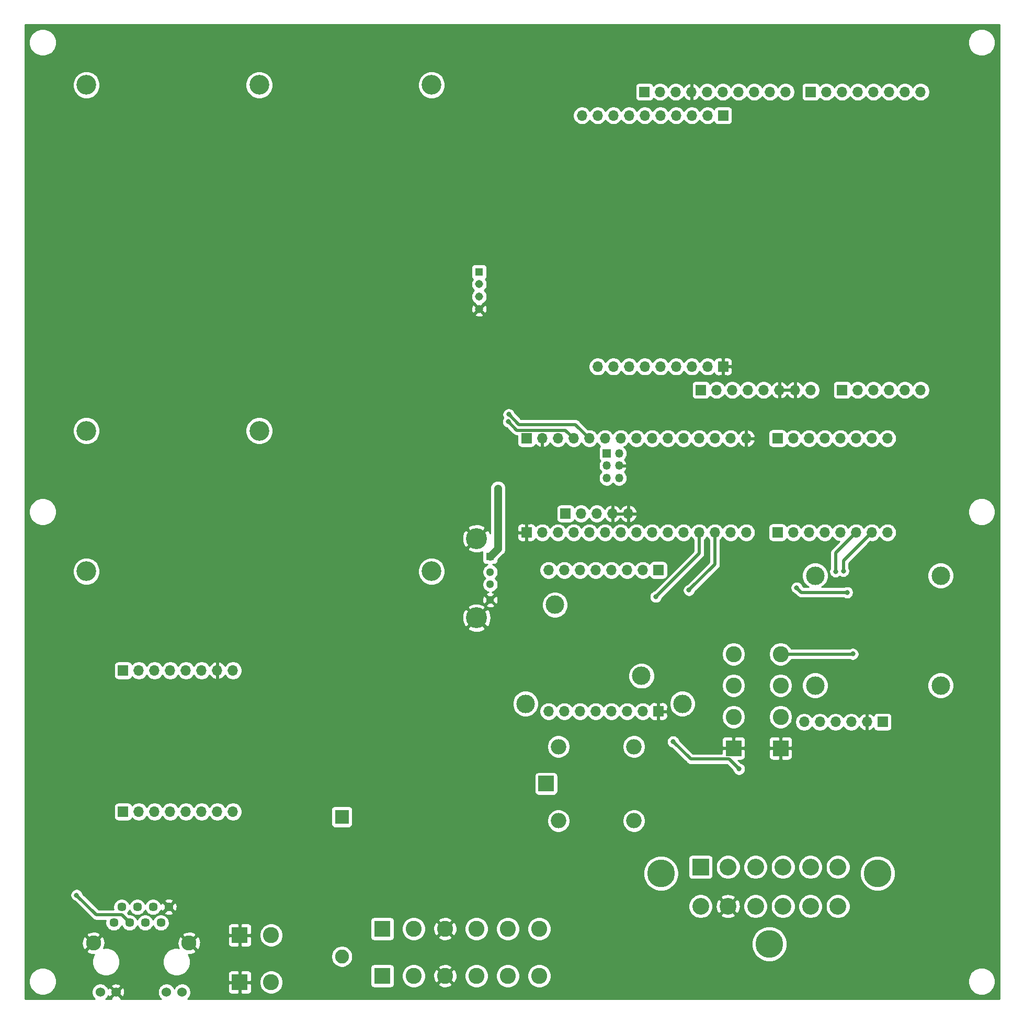
<source format=gbr>
%TF.GenerationSoftware,KiCad,Pcbnew,(5.1.9)-1*%
%TF.CreationDate,2022-03-15T07:49:57-06:00*%
%TF.ProjectId,AS13,41533133-2e6b-4696-9361-645f70636258,rev?*%
%TF.SameCoordinates,Original*%
%TF.FileFunction,Copper,L2,Bot*%
%TF.FilePolarity,Positive*%
%FSLAX46Y46*%
G04 Gerber Fmt 4.6, Leading zero omitted, Abs format (unit mm)*
G04 Created by KiCad (PCBNEW (5.1.9)-1) date 2022-03-15 07:49:57*
%MOMM*%
%LPD*%
G01*
G04 APERTURE LIST*
%TA.AperFunction,ComponentPad*%
%ADD10C,2.445000*%
%TD*%
%TA.AperFunction,ComponentPad*%
%ADD11C,1.530000*%
%TD*%
%TA.AperFunction,ComponentPad*%
%ADD12C,1.446000*%
%TD*%
%TA.AperFunction,ComponentPad*%
%ADD13C,2.999999*%
%TD*%
%TA.AperFunction,ComponentPad*%
%ADD14C,3.000000*%
%TD*%
%TA.AperFunction,ComponentPad*%
%ADD15C,4.485000*%
%TD*%
%TA.AperFunction,ComponentPad*%
%ADD16C,2.715000*%
%TD*%
%TA.AperFunction,ComponentPad*%
%ADD17R,2.715000X2.715000*%
%TD*%
%TA.AperFunction,ComponentPad*%
%ADD18O,2.500000X2.500000*%
%TD*%
%TA.AperFunction,ComponentPad*%
%ADD19R,2.500000X2.500000*%
%TD*%
%TA.AperFunction,ComponentPad*%
%ADD20C,2.600000*%
%TD*%
%TA.AperFunction,ComponentPad*%
%ADD21R,2.600000X2.600000*%
%TD*%
%TA.AperFunction,ComponentPad*%
%ADD22R,2.250000X2.250000*%
%TD*%
%TA.AperFunction,ComponentPad*%
%ADD23C,2.250000*%
%TD*%
%TA.AperFunction,ComponentPad*%
%ADD24C,3.200000*%
%TD*%
%TA.AperFunction,ComponentPad*%
%ADD25O,1.700000X1.700000*%
%TD*%
%TA.AperFunction,ComponentPad*%
%ADD26R,1.700000X1.700000*%
%TD*%
%TA.AperFunction,ComponentPad*%
%ADD27C,3.400000*%
%TD*%
%TA.AperFunction,ComponentPad*%
%ADD28C,1.300000*%
%TD*%
%TA.AperFunction,ComponentPad*%
%ADD29R,1.300000X1.300000*%
%TD*%
%TA.AperFunction,ComponentPad*%
%ADD30C,1.308000*%
%TD*%
%TA.AperFunction,ComponentPad*%
%ADD31R,1.308000X1.308000*%
%TD*%
%TA.AperFunction,ComponentPad*%
%ADD32O,1.350000X1.350000*%
%TD*%
%TA.AperFunction,ComponentPad*%
%ADD33R,1.350000X1.350000*%
%TD*%
%TA.AperFunction,ViaPad*%
%ADD34C,0.800000*%
%TD*%
%TA.AperFunction,Conductor*%
%ADD35C,0.508000*%
%TD*%
%TA.AperFunction,Conductor*%
%ADD36C,1.270000*%
%TD*%
%TA.AperFunction,Conductor*%
%ADD37C,0.254000*%
%TD*%
%TA.AperFunction,Conductor*%
%ADD38C,0.100000*%
%TD*%
G04 APERTURE END LIST*
D10*
%TO.P,J4,MH2*%
%TO.N,GND*%
X47190000Y-169300000D03*
%TO.P,J4,MH1*%
X31700000Y-169300000D03*
D11*
%TO.P,J4,12*%
%TO.N,Net-(J4-Pad12)*%
X46070000Y-177250000D03*
%TO.P,J4,11*%
%TO.N,Net-(J4-Pad11)*%
X43530000Y-177250000D03*
%TO.P,J4,10*%
%TO.N,GND*%
X35360000Y-177250000D03*
%TO.P,J4,9*%
%TO.N,Net-(J4-Pad9)*%
X32820000Y-177250000D03*
D12*
%TO.P,J4,8*%
%TO.N,GND*%
X43890000Y-163460000D03*
%TO.P,J4,7*%
%TO.N,Net-(J4-Pad7)*%
X42620000Y-166000000D03*
%TO.P,J4,6*%
%TO.N,Net-(J4-Pad6)*%
X41350000Y-163460000D03*
%TO.P,J4,5*%
%TO.N,Net-(C2-Pad1)*%
X40080000Y-166000000D03*
%TO.P,J4,4*%
X38810000Y-163460000D03*
%TO.P,J4,3*%
%TO.N,Net-(J4-Pad3)*%
X37540000Y-166000000D03*
%TO.P,J4,2*%
%TO.N,Net-(J4-Pad2)*%
X36270000Y-163460000D03*
%TO.P,J4,1*%
%TO.N,Net-(J4-Pad1)*%
X35000000Y-166000000D03*
%TD*%
D13*
%TO.P,REF\u002A\u002A,4*%
%TO.N,N/C*%
X168859200Y-109819200D03*
%TO.P,REF\u002A\u002A,3*%
X168859200Y-127599200D03*
%TO.P,REF\u002A\u002A,2*%
X148539200Y-127599200D03*
%TO.P,REF\u002A\u002A,1*%
X148539200Y-109819200D03*
%TD*%
D14*
%TO.P,M1,2*%
%TO.N,N/C*%
X120425000Y-126050000D03*
%TO.P,M1,1*%
X106425000Y-114550000D03*
%TD*%
%TO.P,REF\u002A\u002A,*%
%TO.N,*%
X101660000Y-130560000D03*
X127060000Y-130560000D03*
%TD*%
D15*
%TO.P,J6,MH3*%
%TO.N,Net-(J6-PadMH3)*%
X158655000Y-158020000D03*
%TO.P,J6,MH2*%
%TO.N,Net-(J6-PadMH2)*%
X141115000Y-169450000D03*
%TO.P,J6,MH1*%
%TO.N,Net-(J6-PadMH1)*%
X123575000Y-158020000D03*
D16*
%TO.P,J6,12*%
%TO.N,Net-(J6-Pad12)*%
X130000000Y-163350000D03*
%TO.P,J6,11*%
%TO.N,GND*%
X134445000Y-163350000D03*
%TO.P,J6,10*%
%TO.N,Net-(C11-Pad1)*%
X138890000Y-163350000D03*
%TO.P,J6,9*%
%TO.N,Net-(J6-Pad9)*%
X143340000Y-163350000D03*
%TO.P,J6,8*%
%TO.N,Net-(J6-Pad8)*%
X147785000Y-163350000D03*
%TO.P,J6,7*%
%TO.N,Net-(J6-Pad7)*%
X152230000Y-163350000D03*
%TO.P,J6,6*%
%TO.N,Net-(J2-Pad3)*%
X152230000Y-157000000D03*
%TO.P,J6,5*%
%TO.N,Net-(J2-Pad4)*%
X147785000Y-157000000D03*
%TO.P,J6,4*%
%TO.N,Net-(J6-Pad4)*%
X143340000Y-157000000D03*
%TO.P,J6,3*%
%TO.N,Net-(J6-Pad3)*%
X138890000Y-157000000D03*
%TO.P,J6,2*%
%TO.N,Net-(J6-Pad2)*%
X134445000Y-157000000D03*
D17*
%TO.P,J6,1*%
%TO.N,Net-(J6-Pad1)*%
X130000000Y-157000000D03*
%TD*%
D18*
%TO.P,K1,2*%
%TO.N,Net-(D5-Pad2)*%
X107000800Y-137501200D03*
%TO.P,K1,4*%
%TO.N,Net-(K1-Pad4)*%
X119200800Y-137501200D03*
%TO.P,K1,5*%
%TO.N,Net-(J6-Pad1)*%
X119200800Y-149501200D03*
%TO.P,K1,1*%
%TO.N,Net-(C11-Pad1)*%
X107000800Y-149501200D03*
D19*
%TO.P,K1,3*%
%TO.N,Net-(K1-Pad3)*%
X105000800Y-143501200D03*
%TD*%
D20*
%TO.P,KF3,4*%
%TO.N,Net-(KF3-Pad4)*%
X135330000Y-122530000D03*
X142950000Y-122530000D03*
%TO.P,KF3,3*%
%TO.N,Net-(J5-Pad5)*%
X135330000Y-127610000D03*
X142950000Y-127610000D03*
%TO.P,KF3,2*%
%TO.N,Net-(J5-Pad6)*%
X135330000Y-132690000D03*
X142950000Y-132690000D03*
D21*
%TO.P,KF3,1*%
%TO.N,GND*%
X135330000Y-137770000D03*
X142950000Y-137770000D03*
%TD*%
D22*
%TO.P,D4,1*%
%TO.N,Net-(C8-Pad1)*%
X71925000Y-148875000D03*
D23*
%TO.P,D4,2*%
%TO.N,Net-(D4-Pad2)*%
X71925000Y-171475000D03*
%TD*%
D24*
%TO.P,REF\u002A\u002A,8*%
%TO.N,N/C*%
X58560000Y-30380000D03*
X58560000Y-86380000D03*
X30560000Y-86380000D03*
X30560000Y-30380000D03*
X86440000Y-30380000D03*
X86440000Y-109120000D03*
X30560000Y-109120000D03*
%TD*%
D25*
%TO.P,J5,6*%
%TO.N,Net-(J5-Pad6)*%
X146761200Y-133517400D03*
%TO.P,J5,5*%
%TO.N,Net-(J5-Pad5)*%
X149301200Y-133517400D03*
%TO.P,J5,4*%
%TO.N,Net-(J14-Pad6)*%
X151841200Y-133517400D03*
%TO.P,J5,3*%
%TO.N,Net-(J14-Pad7)*%
X154381200Y-133517400D03*
%TO.P,J5,2*%
%TO.N,GND*%
X156921200Y-133517400D03*
D26*
%TO.P,J5,1*%
%TO.N,Net-(C1-Pad1)*%
X159461200Y-133517400D03*
%TD*%
D27*
%TO.P,J1,6*%
%TO.N,GND*%
X93735800Y-116670800D03*
%TO.P,J1,5*%
X93735800Y-103820800D03*
D28*
%TO.P,J1,4*%
X95935800Y-113745800D03*
%TO.P,J1,3*%
%TO.N,Net-(J1-Pad3)*%
X95935800Y-111245800D03*
%TO.P,J1,2*%
%TO.N,Net-(J1-Pad2)*%
X95935800Y-109245800D03*
D29*
%TO.P,J1,1*%
%TO.N,Net-(C11-Pad1)*%
X95935800Y-106745800D03*
%TD*%
D20*
%TO.P,KF1,2*%
%TO.N,Net-(C11-Pad1)*%
X60482200Y-168034600D03*
X60482200Y-175654600D03*
D21*
%TO.P,KF1,1*%
%TO.N,GND*%
X55402200Y-168034600D03*
X55402200Y-175654600D03*
%TD*%
D25*
%TO.P,J18,8*%
%TO.N,Net-(J18-Pad8)*%
X160248600Y-87594200D03*
%TO.P,J18,7*%
%TO.N,Net-(J18-Pad7)*%
X157708600Y-87594200D03*
%TO.P,J18,6*%
%TO.N,Net-(J18-Pad6)*%
X155168600Y-87594200D03*
%TO.P,J18,5*%
%TO.N,Net-(J18-Pad5)*%
X152628600Y-87594200D03*
%TO.P,J18,4*%
%TO.N,Net-(J18-Pad4)*%
X150088600Y-87594200D03*
%TO.P,J18,3*%
%TO.N,Net-(J18-Pad3)*%
X147548600Y-87594200D03*
%TO.P,J18,2*%
%TO.N,Net-(J18-Pad2)*%
X145008600Y-87594200D03*
D26*
%TO.P,J18,1*%
%TO.N,Net-(J18-Pad1)*%
X142468600Y-87594200D03*
%TD*%
D25*
%TO.P,J3,5*%
%TO.N,GND*%
X118287800Y-99783400D03*
%TO.P,J3,4*%
X115747800Y-99783400D03*
%TO.P,J3,3*%
%TO.N,Net-(J1-Pad3)*%
X113207800Y-99783400D03*
%TO.P,J3,2*%
%TO.N,Net-(J1-Pad2)*%
X110667800Y-99783400D03*
D26*
%TO.P,J3,1*%
%TO.N,Net-(J3-Pad1)*%
X108127800Y-99783400D03*
%TD*%
D25*
%TO.P,J9,8*%
%TO.N,Net-(C11-Pad1)*%
X54295000Y-125179400D03*
%TO.P,J9,7*%
%TO.N,GND*%
X51755000Y-125179400D03*
%TO.P,J9,6*%
%TO.N,Net-(J9-Pad6)*%
X49215000Y-125179400D03*
%TO.P,J9,5*%
%TO.N,Net-(J9-Pad5)*%
X46675000Y-125179400D03*
%TO.P,J9,4*%
%TO.N,Net-(J9-Pad4)*%
X44135000Y-125179400D03*
%TO.P,J9,3*%
%TO.N,Net-(J9-Pad3)*%
X41595000Y-125179400D03*
%TO.P,J9,2*%
%TO.N,Net-(J13-Pad3)*%
X39055000Y-125179400D03*
D26*
%TO.P,J9,1*%
%TO.N,Net-(J13-Pad2)*%
X36515000Y-125179400D03*
%TD*%
D25*
%TO.P,J7,8*%
%TO.N,Net-(J7-Pad8)*%
X54295000Y-148039400D03*
%TO.P,J7,7*%
%TO.N,Net-(J7-Pad7)*%
X51755000Y-148039400D03*
%TO.P,J7,6*%
%TO.N,Net-(J7-Pad6)*%
X49215000Y-148039400D03*
%TO.P,J7,5*%
%TO.N,Net-(J7-Pad5)*%
X46675000Y-148039400D03*
%TO.P,J7,4*%
%TO.N,Net-(J7-Pad4)*%
X44135000Y-148039400D03*
%TO.P,J7,3*%
%TO.N,Net-(J7-Pad3)*%
X41595000Y-148039400D03*
%TO.P,J7,2*%
%TO.N,Net-(J7-Pad2)*%
X39055000Y-148039400D03*
D26*
%TO.P,J7,1*%
%TO.N,Net-(J7-Pad1)*%
X36515000Y-148039400D03*
%TD*%
D20*
%TO.P,KF2,6*%
%TO.N,Net-(J6-Pad12)*%
X103872600Y-167009600D03*
X103872600Y-174629600D03*
%TO.P,KF2,5*%
%TO.N,Net-(KF2-Pad5)*%
X98792600Y-167009600D03*
X98792600Y-174629600D03*
%TO.P,KF2,4*%
%TO.N,Net-(K1-Pad3)*%
X93712600Y-167009600D03*
X93712600Y-174629600D03*
%TO.P,KF2,3*%
%TO.N,GND*%
X88632600Y-167009600D03*
X88632600Y-174629600D03*
%TO.P,KF2,2*%
%TO.N,Net-(D4-Pad2)*%
X83552600Y-167009600D03*
X83552600Y-174629600D03*
D21*
%TO.P,KF2,1*%
X78472600Y-167009600D03*
X78472600Y-174629600D03*
%TD*%
D30*
%TO.P,J27,4*%
%TO.N,GND*%
X94145100Y-66654700D03*
%TO.P,J27,3*%
%TO.N,Net-(J27-Pad3)*%
X94145100Y-64654700D03*
%TO.P,J27,2*%
%TO.N,Net-(J17-Pad4)*%
X94145100Y-62654700D03*
D31*
%TO.P,J27,1*%
%TO.N,Net-(J17-Pad5)*%
X94145100Y-60654700D03*
%TD*%
D25*
%TO.P,J26,8*%
%TO.N,Net-(J18-Pad7)*%
X165608000Y-31511000D03*
%TO.P,J26,7*%
%TO.N,Net-(J18-Pad6)*%
X163068000Y-31511000D03*
%TO.P,J26,6*%
%TO.N,Net-(J17-Pad13)*%
X160528000Y-31511000D03*
%TO.P,J26,5*%
%TO.N,Net-(J26-Pad5)*%
X157988000Y-31511000D03*
%TO.P,J26,4*%
%TO.N,Net-(J26-Pad4)*%
X155448000Y-31511000D03*
%TO.P,J26,3*%
%TO.N,Net-(J26-Pad3)*%
X152908000Y-31511000D03*
%TO.P,J26,2*%
%TO.N,Net-(J26-Pad2)*%
X150368000Y-31511000D03*
D26*
%TO.P,J26,1*%
%TO.N,Net-(J26-Pad1)*%
X147828000Y-31511000D03*
%TD*%
D25*
%TO.P,J25,10*%
%TO.N,Net-(J17-Pad12)*%
X143768000Y-31511000D03*
%TO.P,J25,9*%
%TO.N,Net-(J25-Pad9)*%
X141228000Y-31511000D03*
%TO.P,J25,8*%
%TO.N,Net-(J25-Pad8)*%
X138688000Y-31511000D03*
%TO.P,J25,7*%
%TO.N,Net-(J25-Pad7)*%
X136148000Y-31511000D03*
%TO.P,J25,6*%
%TO.N,Net-(J25-Pad6)*%
X133608000Y-31511000D03*
%TO.P,J25,5*%
%TO.N,Net-(J25-Pad5)*%
X131068000Y-31511000D03*
%TO.P,J25,4*%
%TO.N,GND*%
X128528000Y-31511000D03*
%TO.P,J25,3*%
%TO.N,Net-(J25-Pad3)*%
X125988000Y-31511000D03*
%TO.P,J25,2*%
%TO.N,Net-(J25-Pad2)*%
X123448000Y-31511000D03*
D26*
%TO.P,J25,1*%
%TO.N,Net-(J25-Pad1)*%
X120908000Y-31511000D03*
%TD*%
D25*
%TO.P,J24,10*%
%TO.N,Net-(J24-Pad10)*%
X110794800Y-35336400D03*
%TO.P,J24,9*%
%TO.N,Net-(J24-Pad9)*%
X113334800Y-35336400D03*
%TO.P,J24,8*%
%TO.N,Net-(J24-Pad8)*%
X115874800Y-35336400D03*
%TO.P,J24,7*%
%TO.N,Net-(J24-Pad7)*%
X118414800Y-35336400D03*
%TO.P,J24,6*%
%TO.N,Net-(J24-Pad6)*%
X120954800Y-35336400D03*
%TO.P,J24,5*%
%TO.N,Net-(J24-Pad5)*%
X123494800Y-35336400D03*
%TO.P,J24,4*%
%TO.N,Net-(J24-Pad4)*%
X126034800Y-35336400D03*
%TO.P,J24,3*%
%TO.N,Net-(J24-Pad3)*%
X128574800Y-35336400D03*
%TO.P,J24,2*%
%TO.N,Net-(J24-Pad2)*%
X131114800Y-35336400D03*
D26*
%TO.P,J24,1*%
%TO.N,Net-(J24-Pad1)*%
X133654800Y-35336400D03*
%TD*%
D25*
%TO.P,J23,6*%
%TO.N,Net-(J23-Pad6)*%
X165608000Y-79771000D03*
%TO.P,J23,5*%
%TO.N,Net-(J23-Pad5)*%
X163068000Y-79771000D03*
%TO.P,J23,4*%
%TO.N,Net-(J23-Pad4)*%
X160528000Y-79771000D03*
%TO.P,J23,3*%
%TO.N,Net-(J23-Pad3)*%
X157988000Y-79771000D03*
%TO.P,J23,2*%
%TO.N,Net-(J23-Pad2)*%
X155448000Y-79771000D03*
D26*
%TO.P,J23,1*%
%TO.N,Net-(J23-Pad1)*%
X152908000Y-79771000D03*
%TD*%
D25*
%TO.P,J22,8*%
%TO.N,Net-(J22-Pad8)*%
X147828000Y-79771000D03*
%TO.P,J22,7*%
%TO.N,GND*%
X145288000Y-79771000D03*
%TO.P,J22,6*%
X142748000Y-79771000D03*
%TO.P,J22,5*%
%TO.N,Net-(C11-Pad1)*%
X140208000Y-79771000D03*
%TO.P,J22,4*%
%TO.N,Net-(J22-Pad4)*%
X137668000Y-79771000D03*
%TO.P,J22,3*%
%TO.N,Net-(J22-Pad3)*%
X135128000Y-79771000D03*
%TO.P,J22,2*%
%TO.N,Net-(J17-Pad3)*%
X132588000Y-79771000D03*
D26*
%TO.P,J22,1*%
%TO.N,Net-(J22-Pad1)*%
X130048000Y-79771000D03*
%TD*%
D25*
%TO.P,J21,9*%
%TO.N,Net-(J21-Pad9)*%
X113334800Y-75986400D03*
%TO.P,J21,8*%
%TO.N,Net-(J17-Pad6)*%
X115874800Y-75986400D03*
%TO.P,J21,7*%
%TO.N,Net-(J17-Pad7)*%
X118414800Y-75986400D03*
%TO.P,J21,6*%
%TO.N,Net-(J21-Pad6)*%
X120954800Y-75986400D03*
%TO.P,J21,5*%
%TO.N,Net-(J17-Pad10)*%
X123494800Y-75986400D03*
%TO.P,J21,4*%
%TO.N,Net-(J17-Pad11)*%
X126034800Y-75986400D03*
%TO.P,J21,3*%
%TO.N,Net-(J21-Pad3)*%
X128574800Y-75986400D03*
%TO.P,J21,2*%
%TO.N,Net-(C11-Pad1)*%
X131114800Y-75986400D03*
D26*
%TO.P,J21,1*%
%TO.N,GND*%
X133654800Y-75986400D03*
%TD*%
D25*
%TO.P,J17,15*%
%TO.N,GND*%
X137388600Y-87594200D03*
%TO.P,J17,14*%
%TO.N,Net-(J17-Pad14)*%
X134848600Y-87594200D03*
%TO.P,J17,13*%
%TO.N,Net-(J17-Pad13)*%
X132308600Y-87594200D03*
%TO.P,J17,12*%
%TO.N,Net-(J17-Pad12)*%
X129768600Y-87594200D03*
%TO.P,J17,11*%
%TO.N,Net-(J17-Pad11)*%
X127228600Y-87594200D03*
%TO.P,J17,10*%
%TO.N,Net-(J17-Pad10)*%
X124688600Y-87594200D03*
%TO.P,J17,9*%
%TO.N,Net-(J10-Pad3)*%
X122148600Y-87594200D03*
%TO.P,J17,8*%
%TO.N,Net-(J10-Pad4)*%
X119608600Y-87594200D03*
%TO.P,J17,7*%
%TO.N,Net-(J17-Pad7)*%
X117068600Y-87594200D03*
%TO.P,J17,6*%
%TO.N,Net-(J17-Pad6)*%
X114528600Y-87594200D03*
%TO.P,J17,5*%
%TO.N,Net-(J17-Pad5)*%
X111988600Y-87594200D03*
%TO.P,J17,4*%
%TO.N,Net-(J17-Pad4)*%
X109448600Y-87594200D03*
%TO.P,J17,3*%
%TO.N,Net-(J17-Pad3)*%
X106908600Y-87594200D03*
%TO.P,J17,2*%
%TO.N,GND*%
X104368600Y-87594200D03*
D26*
%TO.P,J17,1*%
%TO.N,Net-(C11-Pad1)*%
X101828600Y-87594200D03*
%TD*%
D32*
%TO.P,J8,6*%
%TO.N,Net-(J4-Pad1)*%
X116798600Y-94032600D03*
%TO.P,J8,5*%
%TO.N,Net-(J4-Pad2)*%
X114798600Y-94032600D03*
%TO.P,J8,4*%
%TO.N,GND*%
X116798600Y-92032600D03*
%TO.P,J8,3*%
%TO.N,Net-(J4-Pad9)*%
X114798600Y-92032600D03*
%TO.P,J8,2*%
%TO.N,Net-(J4-Pad6)*%
X116798600Y-90032600D03*
D33*
%TO.P,J8,1*%
%TO.N,Net-(J4-Pad3)*%
X114798600Y-90032600D03*
%TD*%
D25*
%TO.P,J14,8*%
%TO.N,Net-(J14-Pad8)*%
X160248600Y-102834200D03*
%TO.P,J14,7*%
%TO.N,Net-(J14-Pad7)*%
X157708600Y-102834200D03*
%TO.P,J14,6*%
%TO.N,Net-(J14-Pad6)*%
X155168600Y-102834200D03*
%TO.P,J14,5*%
%TO.N,Net-(J14-Pad5)*%
X152628600Y-102834200D03*
%TO.P,J14,4*%
%TO.N,Net-(J14-Pad4)*%
X150088600Y-102834200D03*
%TO.P,J14,3*%
%TO.N,Net-(J14-Pad3)*%
X147548600Y-102834200D03*
%TO.P,J14,2*%
%TO.N,Net-(D2-Pad3)*%
X145008600Y-102834200D03*
D26*
%TO.P,J14,1*%
%TO.N,Net-(D6-Pad3)*%
X142468600Y-102834200D03*
%TD*%
D25*
%TO.P,J13,15*%
%TO.N,Net-(J13-Pad15)*%
X137388600Y-102834200D03*
%TO.P,J13,14*%
%TO.N,Net-(J13-Pad14)*%
X134848600Y-102834200D03*
%TO.P,J13,13*%
%TO.N,Net-(J13-Pad13)*%
X132308600Y-102834200D03*
%TO.P,J13,12*%
%TO.N,Net-(D1-Pad3)*%
X129768600Y-102834200D03*
%TO.P,J13,11*%
%TO.N,Net-(J13-Pad11)*%
X127228600Y-102834200D03*
%TO.P,J13,10*%
%TO.N,Net-(J13-Pad10)*%
X124688600Y-102834200D03*
%TO.P,J13,9*%
%TO.N,Net-(J13-Pad9)*%
X122148600Y-102834200D03*
%TO.P,J13,8*%
%TO.N,Net-(J13-Pad8)*%
X119608600Y-102834200D03*
%TO.P,J13,7*%
%TO.N,Net-(J13-Pad7)*%
X117068600Y-102834200D03*
%TO.P,J13,6*%
%TO.N,Net-(J13-Pad6)*%
X114528600Y-102834200D03*
%TO.P,J13,5*%
%TO.N,Net-(J13-Pad5)*%
X111988600Y-102834200D03*
%TO.P,J13,4*%
%TO.N,Net-(J13-Pad4)*%
X109448600Y-102834200D03*
%TO.P,J13,3*%
%TO.N,Net-(J13-Pad3)*%
X106908600Y-102834200D03*
%TO.P,J13,2*%
%TO.N,Net-(J13-Pad2)*%
X104368600Y-102834200D03*
D26*
%TO.P,J13,1*%
%TO.N,GND*%
X101828600Y-102834200D03*
%TD*%
D25*
%TO.P,J16,8*%
%TO.N,Net-(J16-Pad8)*%
X105394760Y-131790200D03*
%TO.P,J16,7*%
%TO.N,Net-(J16-Pad7)*%
X107934760Y-131790200D03*
%TO.P,J16,6*%
%TO.N,Net-(J16-Pad6)*%
X110474760Y-131790200D03*
%TO.P,J16,5*%
%TO.N,Net-(J16-Pad5)*%
X113014760Y-131790200D03*
%TO.P,J16,4*%
%TO.N,Net-(J16-Pad4)*%
X115554760Y-131790200D03*
%TO.P,J16,3*%
%TO.N,Net-(J16-Pad3)*%
X118094760Y-131790200D03*
%TO.P,J16,2*%
%TO.N,Net-(C1-Pad1)*%
X120634760Y-131790200D03*
D26*
%TO.P,J16,1*%
%TO.N,GND*%
X123174760Y-131790200D03*
%TD*%
D25*
%TO.P,J15,8*%
%TO.N,Net-(J15-Pad8)*%
X105394760Y-108930200D03*
%TO.P,J15,7*%
%TO.N,Net-(J15-Pad7)*%
X107934760Y-108930200D03*
%TO.P,J15,6*%
%TO.N,Net-(J10-Pad4)*%
X110474760Y-108930200D03*
%TO.P,J15,5*%
%TO.N,Net-(J10-Pad3)*%
X113014760Y-108930200D03*
%TO.P,J15,4*%
%TO.N,Net-(J15-Pad4)*%
X115554760Y-108930200D03*
%TO.P,J15,3*%
%TO.N,Net-(J15-Pad3)*%
X118094760Y-108930200D03*
%TO.P,J15,2*%
%TO.N,Net-(J15-Pad2)*%
X120634760Y-108930200D03*
D26*
%TO.P,J15,1*%
%TO.N,Net-(J15-Pad1)*%
X123174760Y-108930200D03*
%TD*%
D34*
%TO.N,GND*%
X130695700Y-65849260D03*
X168904000Y-90919300D03*
X98877120Y-86834740D03*
X158861760Y-127817640D03*
X84759800Y-121858800D03*
X82042000Y-124932200D03*
X136800000Y-114405200D03*
X143364323Y-114327923D03*
X157800000Y-138900000D03*
X163700000Y-139166942D03*
X170205764Y-139157726D03*
X78800000Y-147250000D03*
X167575000Y-130900000D03*
X64750000Y-140175000D03*
X76825000Y-139850000D03*
X70650000Y-127300000D03*
X71525000Y-127300000D03*
X76900000Y-142275000D03*
X79200000Y-136675000D03*
X95000000Y-136000000D03*
X116075000Y-122850000D03*
X134000000Y-150375000D03*
X136849999Y-148574999D03*
X131216400Y-141071600D03*
X123459810Y-125484602D03*
X123459810Y-116914865D03*
X145186400Y-148259800D03*
X144500600Y-143789400D03*
X155219400Y-110286800D03*
X156032200Y-126212600D03*
X159512000Y-117703600D03*
%TO.N,Net-(C1-Pad1)*%
X125571400Y-136709000D03*
X136220200Y-141122400D03*
X153720800Y-112547400D03*
X145567400Y-111785400D03*
%TO.N,Net-(J14-Pad7)*%
X153111200Y-109088800D03*
%TO.N,Net-(J14-Pad6)*%
X151841200Y-109158800D03*
%TO.N,Net-(J4-Pad3)*%
X28976501Y-161548499D03*
%TO.N,Net-(J13-Pad13)*%
X128125000Y-112175000D03*
%TO.N,Net-(J17-Pad5)*%
X98940620Y-83723240D03*
%TO.N,Net-(J17-Pad4)*%
X98877120Y-84917040D03*
%TO.N,Net-(C11-Pad1)*%
X97200000Y-95700000D03*
%TO.N,Net-(KF3-Pad4)*%
X154635200Y-122504200D03*
%TO.N,Net-(D1-Pad3)*%
X122732800Y-113258600D03*
%TD*%
D35*
%TO.N,Net-(C1-Pad1)*%
X134621801Y-139524001D02*
X136220200Y-141122400D01*
X128386401Y-139524001D02*
X134621801Y-139524001D01*
X125571400Y-136709000D02*
X128386401Y-139524001D01*
X153720800Y-112547400D02*
X146329400Y-112547400D01*
X146329400Y-112547400D02*
X145567400Y-111785400D01*
%TO.N,Net-(J14-Pad7)*%
X153111200Y-107431600D02*
X157708600Y-102834200D01*
X153111200Y-109088800D02*
X153111200Y-107431600D01*
%TO.N,Net-(J14-Pad6)*%
X151841200Y-106161600D02*
X155168600Y-102834200D01*
X151841200Y-109158800D02*
X151841200Y-106161600D01*
%TO.N,Net-(J4-Pad3)*%
X36290000Y-164750000D02*
X37540000Y-166000000D01*
X32178002Y-164750000D02*
X36290000Y-164750000D01*
X28976501Y-161548499D02*
X32178002Y-164750000D01*
%TO.N,Net-(J13-Pad13)*%
X132308600Y-107991400D02*
X128125000Y-112175000D01*
X132308600Y-102834200D02*
X132308600Y-107991400D01*
%TO.N,Net-(J17-Pad5)*%
X111988600Y-87594200D02*
X109750860Y-85356460D01*
X100573840Y-85356460D02*
X98940620Y-83723240D01*
X109750860Y-85356460D02*
X100573840Y-85356460D01*
%TO.N,Net-(J17-Pad4)*%
X100250279Y-86290199D02*
X98877120Y-84917040D01*
X108144599Y-86290199D02*
X100250279Y-86290199D01*
X109448600Y-87594200D02*
X108144599Y-86290199D01*
D36*
%TO.N,Net-(C11-Pad1)*%
X97200000Y-96265685D02*
X97200000Y-95700000D01*
X97200000Y-105481600D02*
X97200000Y-96265685D01*
X95935800Y-106745800D02*
X97200000Y-105481600D01*
D35*
%TO.N,Net-(KF3-Pad4)*%
X142950000Y-122530000D02*
X154609400Y-122530000D01*
X154609400Y-122530000D02*
X154635200Y-122504200D01*
%TO.N,Net-(D1-Pad3)*%
X129768600Y-106222800D02*
X122732800Y-113258600D01*
X129768600Y-102834200D02*
X129768600Y-106222800D01*
%TD*%
D37*
%TO.N,GND*%
X178340001Y-178340000D02*
X46958633Y-178340000D01*
X46962448Y-178337451D01*
X47157451Y-178142448D01*
X47310664Y-177913149D01*
X47416199Y-177658365D01*
X47470000Y-177387888D01*
X47470000Y-177112112D01*
X47438670Y-176954600D01*
X53464128Y-176954600D01*
X53476388Y-177079082D01*
X53512698Y-177198780D01*
X53571663Y-177309094D01*
X53651015Y-177405785D01*
X53747706Y-177485137D01*
X53858020Y-177544102D01*
X53977718Y-177580412D01*
X54102200Y-177592672D01*
X55116450Y-177589600D01*
X55275200Y-177430850D01*
X55275200Y-175781600D01*
X55529200Y-175781600D01*
X55529200Y-177430850D01*
X55687950Y-177589600D01*
X56702200Y-177592672D01*
X56826682Y-177580412D01*
X56946380Y-177544102D01*
X57056694Y-177485137D01*
X57153385Y-177405785D01*
X57232737Y-177309094D01*
X57291702Y-177198780D01*
X57328012Y-177079082D01*
X57340272Y-176954600D01*
X57337200Y-175940350D01*
X57178450Y-175781600D01*
X55529200Y-175781600D01*
X55275200Y-175781600D01*
X53625950Y-175781600D01*
X53467200Y-175940350D01*
X53464128Y-176954600D01*
X47438670Y-176954600D01*
X47416199Y-176841635D01*
X47310664Y-176586851D01*
X47157451Y-176357552D01*
X46962448Y-176162549D01*
X46733149Y-176009336D01*
X46478365Y-175903801D01*
X46207888Y-175850000D01*
X45932112Y-175850000D01*
X45661635Y-175903801D01*
X45406851Y-176009336D01*
X45177552Y-176162549D01*
X44982549Y-176357552D01*
X44829336Y-176586851D01*
X44800000Y-176657674D01*
X44770664Y-176586851D01*
X44617451Y-176357552D01*
X44422448Y-176162549D01*
X44193149Y-176009336D01*
X43938365Y-175903801D01*
X43667888Y-175850000D01*
X43392112Y-175850000D01*
X43121635Y-175903801D01*
X42866851Y-176009336D01*
X42637552Y-176162549D01*
X42442549Y-176357552D01*
X42289336Y-176586851D01*
X42183801Y-176841635D01*
X42130000Y-177112112D01*
X42130000Y-177387888D01*
X42183801Y-177658365D01*
X42289336Y-177913149D01*
X42442549Y-178142448D01*
X42637552Y-178337451D01*
X42641367Y-178340000D01*
X36113845Y-178340000D01*
X36148102Y-178217707D01*
X35360000Y-177429605D01*
X34571898Y-178217707D01*
X34606155Y-178340000D01*
X33708633Y-178340000D01*
X33712448Y-178337451D01*
X33907451Y-178142448D01*
X34060664Y-177913149D01*
X34087482Y-177848406D01*
X34089522Y-177854072D01*
X34151894Y-177970760D01*
X34392293Y-178038102D01*
X35180395Y-177250000D01*
X35539605Y-177250000D01*
X36327707Y-178038102D01*
X36568106Y-177970760D01*
X36685506Y-177721220D01*
X36751967Y-177453573D01*
X36764936Y-177178101D01*
X36723914Y-176905393D01*
X36630478Y-176645928D01*
X36568106Y-176529240D01*
X36327707Y-176461898D01*
X35539605Y-177250000D01*
X35180395Y-177250000D01*
X34392293Y-176461898D01*
X34151894Y-176529240D01*
X34090688Y-176659336D01*
X34060664Y-176586851D01*
X33907451Y-176357552D01*
X33832192Y-176282293D01*
X34571898Y-176282293D01*
X35360000Y-177070395D01*
X36148102Y-176282293D01*
X36080760Y-176041894D01*
X35831220Y-175924494D01*
X35563573Y-175858033D01*
X35288101Y-175845064D01*
X35015393Y-175886086D01*
X34755928Y-175979522D01*
X34639240Y-176041894D01*
X34571898Y-176282293D01*
X33832192Y-176282293D01*
X33712448Y-176162549D01*
X33483149Y-176009336D01*
X33228365Y-175903801D01*
X32957888Y-175850000D01*
X32682112Y-175850000D01*
X32411635Y-175903801D01*
X32156851Y-176009336D01*
X31927552Y-176162549D01*
X31732549Y-176357552D01*
X31579336Y-176586851D01*
X31473801Y-176841635D01*
X31420000Y-177112112D01*
X31420000Y-177387888D01*
X31473801Y-177658365D01*
X31579336Y-177913149D01*
X31732549Y-178142448D01*
X31927552Y-178337451D01*
X31931367Y-178340000D01*
X20660000Y-178340000D01*
X20660000Y-175279872D01*
X21265000Y-175279872D01*
X21265000Y-175720128D01*
X21350890Y-176151925D01*
X21519369Y-176558669D01*
X21763962Y-176924729D01*
X22075271Y-177236038D01*
X22441331Y-177480631D01*
X22848075Y-177649110D01*
X23279872Y-177735000D01*
X23720128Y-177735000D01*
X24151925Y-177649110D01*
X24558669Y-177480631D01*
X24924729Y-177236038D01*
X25236038Y-176924729D01*
X25480631Y-176558669D01*
X25649110Y-176151925D01*
X25735000Y-175720128D01*
X25735000Y-175279872D01*
X25649110Y-174848075D01*
X25480631Y-174441331D01*
X25236038Y-174075271D01*
X24924729Y-173763962D01*
X24558669Y-173519369D01*
X24151925Y-173350890D01*
X23720128Y-173265000D01*
X23279872Y-173265000D01*
X22848075Y-173350890D01*
X22441331Y-173519369D01*
X22075271Y-173763962D01*
X21763962Y-174075271D01*
X21519369Y-174441331D01*
X21350890Y-174848075D01*
X21265000Y-175279872D01*
X20660000Y-175279872D01*
X20660000Y-170594012D01*
X30585593Y-170594012D01*
X30708194Y-170881170D01*
X31035722Y-171044280D01*
X31388778Y-171140359D01*
X31753795Y-171165713D01*
X31807849Y-171158811D01*
X31727214Y-171279489D01*
X31556851Y-171690782D01*
X31470000Y-172127409D01*
X31470000Y-172572591D01*
X31556851Y-173009218D01*
X31727214Y-173420511D01*
X31974544Y-173790666D01*
X32289334Y-174105456D01*
X32659489Y-174352786D01*
X33070782Y-174523149D01*
X33507409Y-174610000D01*
X33952591Y-174610000D01*
X34389218Y-174523149D01*
X34800511Y-174352786D01*
X35170666Y-174105456D01*
X35485456Y-173790666D01*
X35732786Y-173420511D01*
X35903149Y-173009218D01*
X35990000Y-172572591D01*
X35990000Y-172127409D01*
X42900000Y-172127409D01*
X42900000Y-172572591D01*
X42986851Y-173009218D01*
X43157214Y-173420511D01*
X43404544Y-173790666D01*
X43719334Y-174105456D01*
X44089489Y-174352786D01*
X44500782Y-174523149D01*
X44937409Y-174610000D01*
X45382591Y-174610000D01*
X45819218Y-174523149D01*
X46226131Y-174354600D01*
X53464128Y-174354600D01*
X53467200Y-175368850D01*
X53625950Y-175527600D01*
X55275200Y-175527600D01*
X55275200Y-173878350D01*
X55529200Y-173878350D01*
X55529200Y-175527600D01*
X57178450Y-175527600D01*
X57242031Y-175464019D01*
X58547200Y-175464019D01*
X58547200Y-175845181D01*
X58621561Y-176219019D01*
X58767425Y-176571166D01*
X58979187Y-176888091D01*
X59248709Y-177157613D01*
X59565634Y-177369375D01*
X59917781Y-177515239D01*
X60291619Y-177589600D01*
X60672781Y-177589600D01*
X61046619Y-177515239D01*
X61398766Y-177369375D01*
X61715691Y-177157613D01*
X61985213Y-176888091D01*
X62196975Y-176571166D01*
X62342839Y-176219019D01*
X62417200Y-175845181D01*
X62417200Y-175464019D01*
X62342839Y-175090181D01*
X62196975Y-174738034D01*
X61985213Y-174421109D01*
X61715691Y-174151587D01*
X61398766Y-173939825D01*
X61046619Y-173793961D01*
X60672781Y-173719600D01*
X60291619Y-173719600D01*
X59917781Y-173793961D01*
X59565634Y-173939825D01*
X59248709Y-174151587D01*
X58979187Y-174421109D01*
X58767425Y-174738034D01*
X58621561Y-175090181D01*
X58547200Y-175464019D01*
X57242031Y-175464019D01*
X57337200Y-175368850D01*
X57340272Y-174354600D01*
X57328012Y-174230118D01*
X57291702Y-174110420D01*
X57232737Y-174000106D01*
X57153385Y-173903415D01*
X57056694Y-173824063D01*
X56946380Y-173765098D01*
X56826682Y-173728788D01*
X56702200Y-173716528D01*
X55687950Y-173719600D01*
X55529200Y-173878350D01*
X55275200Y-173878350D01*
X55116450Y-173719600D01*
X54102200Y-173716528D01*
X53977718Y-173728788D01*
X53858020Y-173765098D01*
X53747706Y-173824063D01*
X53651015Y-173903415D01*
X53571663Y-174000106D01*
X53512698Y-174110420D01*
X53476388Y-174230118D01*
X53464128Y-174354600D01*
X46226131Y-174354600D01*
X46230511Y-174352786D01*
X46600666Y-174105456D01*
X46915456Y-173790666D01*
X47162786Y-173420511D01*
X47200442Y-173329600D01*
X76534528Y-173329600D01*
X76534528Y-175929600D01*
X76546788Y-176054082D01*
X76583098Y-176173780D01*
X76642063Y-176284094D01*
X76721415Y-176380785D01*
X76818106Y-176460137D01*
X76928420Y-176519102D01*
X77048118Y-176555412D01*
X77172600Y-176567672D01*
X79772600Y-176567672D01*
X79897082Y-176555412D01*
X80016780Y-176519102D01*
X80127094Y-176460137D01*
X80223785Y-176380785D01*
X80303137Y-176284094D01*
X80362102Y-176173780D01*
X80398412Y-176054082D01*
X80410672Y-175929600D01*
X80410672Y-174439019D01*
X81617600Y-174439019D01*
X81617600Y-174820181D01*
X81691961Y-175194019D01*
X81837825Y-175546166D01*
X82049587Y-175863091D01*
X82319109Y-176132613D01*
X82636034Y-176344375D01*
X82988181Y-176490239D01*
X83362019Y-176564600D01*
X83743181Y-176564600D01*
X84117019Y-176490239D01*
X84469166Y-176344375D01*
X84786091Y-176132613D01*
X84939880Y-175978824D01*
X87462981Y-175978824D01*
X87594917Y-176273912D01*
X87935645Y-176444759D01*
X88303157Y-176545850D01*
X88683329Y-176573301D01*
X89061551Y-176526057D01*
X89423290Y-176405933D01*
X89670283Y-176273912D01*
X89802219Y-175978824D01*
X88632600Y-174809205D01*
X87462981Y-175978824D01*
X84939880Y-175978824D01*
X85055613Y-175863091D01*
X85267375Y-175546166D01*
X85413239Y-175194019D01*
X85487600Y-174820181D01*
X85487600Y-174680329D01*
X86688899Y-174680329D01*
X86736143Y-175058551D01*
X86856267Y-175420290D01*
X86988288Y-175667283D01*
X87283376Y-175799219D01*
X88452995Y-174629600D01*
X88812205Y-174629600D01*
X89981824Y-175799219D01*
X90276912Y-175667283D01*
X90447759Y-175326555D01*
X90548850Y-174959043D01*
X90576301Y-174578871D01*
X90558832Y-174439019D01*
X91777600Y-174439019D01*
X91777600Y-174820181D01*
X91851961Y-175194019D01*
X91997825Y-175546166D01*
X92209587Y-175863091D01*
X92479109Y-176132613D01*
X92796034Y-176344375D01*
X93148181Y-176490239D01*
X93522019Y-176564600D01*
X93903181Y-176564600D01*
X94277019Y-176490239D01*
X94629166Y-176344375D01*
X94946091Y-176132613D01*
X95215613Y-175863091D01*
X95427375Y-175546166D01*
X95573239Y-175194019D01*
X95647600Y-174820181D01*
X95647600Y-174439019D01*
X96857600Y-174439019D01*
X96857600Y-174820181D01*
X96931961Y-175194019D01*
X97077825Y-175546166D01*
X97289587Y-175863091D01*
X97559109Y-176132613D01*
X97876034Y-176344375D01*
X98228181Y-176490239D01*
X98602019Y-176564600D01*
X98983181Y-176564600D01*
X99357019Y-176490239D01*
X99709166Y-176344375D01*
X100026091Y-176132613D01*
X100295613Y-175863091D01*
X100507375Y-175546166D01*
X100653239Y-175194019D01*
X100727600Y-174820181D01*
X100727600Y-174439019D01*
X101937600Y-174439019D01*
X101937600Y-174820181D01*
X102011961Y-175194019D01*
X102157825Y-175546166D01*
X102369587Y-175863091D01*
X102639109Y-176132613D01*
X102956034Y-176344375D01*
X103308181Y-176490239D01*
X103682019Y-176564600D01*
X104063181Y-176564600D01*
X104437019Y-176490239D01*
X104789166Y-176344375D01*
X105106091Y-176132613D01*
X105375613Y-175863091D01*
X105587375Y-175546166D01*
X105697677Y-175279872D01*
X173265000Y-175279872D01*
X173265000Y-175720128D01*
X173350890Y-176151925D01*
X173519369Y-176558669D01*
X173763962Y-176924729D01*
X174075271Y-177236038D01*
X174441331Y-177480631D01*
X174848075Y-177649110D01*
X175279872Y-177735000D01*
X175720128Y-177735000D01*
X176151925Y-177649110D01*
X176558669Y-177480631D01*
X176924729Y-177236038D01*
X177236038Y-176924729D01*
X177480631Y-176558669D01*
X177649110Y-176151925D01*
X177735000Y-175720128D01*
X177735000Y-175279872D01*
X177649110Y-174848075D01*
X177480631Y-174441331D01*
X177236038Y-174075271D01*
X176924729Y-173763962D01*
X176558669Y-173519369D01*
X176151925Y-173350890D01*
X175720128Y-173265000D01*
X175279872Y-173265000D01*
X174848075Y-173350890D01*
X174441331Y-173519369D01*
X174075271Y-173763962D01*
X173763962Y-174075271D01*
X173519369Y-174441331D01*
X173350890Y-174848075D01*
X173265000Y-175279872D01*
X105697677Y-175279872D01*
X105733239Y-175194019D01*
X105807600Y-174820181D01*
X105807600Y-174439019D01*
X105733239Y-174065181D01*
X105587375Y-173713034D01*
X105375613Y-173396109D01*
X105106091Y-173126587D01*
X104789166Y-172914825D01*
X104437019Y-172768961D01*
X104063181Y-172694600D01*
X103682019Y-172694600D01*
X103308181Y-172768961D01*
X102956034Y-172914825D01*
X102639109Y-173126587D01*
X102369587Y-173396109D01*
X102157825Y-173713034D01*
X102011961Y-174065181D01*
X101937600Y-174439019D01*
X100727600Y-174439019D01*
X100653239Y-174065181D01*
X100507375Y-173713034D01*
X100295613Y-173396109D01*
X100026091Y-173126587D01*
X99709166Y-172914825D01*
X99357019Y-172768961D01*
X98983181Y-172694600D01*
X98602019Y-172694600D01*
X98228181Y-172768961D01*
X97876034Y-172914825D01*
X97559109Y-173126587D01*
X97289587Y-173396109D01*
X97077825Y-173713034D01*
X96931961Y-174065181D01*
X96857600Y-174439019D01*
X95647600Y-174439019D01*
X95573239Y-174065181D01*
X95427375Y-173713034D01*
X95215613Y-173396109D01*
X94946091Y-173126587D01*
X94629166Y-172914825D01*
X94277019Y-172768961D01*
X93903181Y-172694600D01*
X93522019Y-172694600D01*
X93148181Y-172768961D01*
X92796034Y-172914825D01*
X92479109Y-173126587D01*
X92209587Y-173396109D01*
X91997825Y-173713034D01*
X91851961Y-174065181D01*
X91777600Y-174439019D01*
X90558832Y-174439019D01*
X90529057Y-174200649D01*
X90408933Y-173838910D01*
X90276912Y-173591917D01*
X89981824Y-173459981D01*
X88812205Y-174629600D01*
X88452995Y-174629600D01*
X87283376Y-173459981D01*
X86988288Y-173591917D01*
X86817441Y-173932645D01*
X86716350Y-174300157D01*
X86688899Y-174680329D01*
X85487600Y-174680329D01*
X85487600Y-174439019D01*
X85413239Y-174065181D01*
X85267375Y-173713034D01*
X85055613Y-173396109D01*
X84939880Y-173280376D01*
X87462981Y-173280376D01*
X88632600Y-174449995D01*
X89802219Y-173280376D01*
X89670283Y-172985288D01*
X89329555Y-172814441D01*
X88962043Y-172713350D01*
X88581871Y-172685899D01*
X88203649Y-172733143D01*
X87841910Y-172853267D01*
X87594917Y-172985288D01*
X87462981Y-173280376D01*
X84939880Y-173280376D01*
X84786091Y-173126587D01*
X84469166Y-172914825D01*
X84117019Y-172768961D01*
X83743181Y-172694600D01*
X83362019Y-172694600D01*
X82988181Y-172768961D01*
X82636034Y-172914825D01*
X82319109Y-173126587D01*
X82049587Y-173396109D01*
X81837825Y-173713034D01*
X81691961Y-174065181D01*
X81617600Y-174439019D01*
X80410672Y-174439019D01*
X80410672Y-173329600D01*
X80398412Y-173205118D01*
X80362102Y-173085420D01*
X80303137Y-172975106D01*
X80223785Y-172878415D01*
X80127094Y-172799063D01*
X80016780Y-172740098D01*
X79897082Y-172703788D01*
X79772600Y-172691528D01*
X77172600Y-172691528D01*
X77048118Y-172703788D01*
X76928420Y-172740098D01*
X76818106Y-172799063D01*
X76721415Y-172878415D01*
X76642063Y-172975106D01*
X76583098Y-173085420D01*
X76546788Y-173205118D01*
X76534528Y-173329600D01*
X47200442Y-173329600D01*
X47333149Y-173009218D01*
X47420000Y-172572591D01*
X47420000Y-172127409D01*
X47333149Y-171690782D01*
X47171968Y-171301655D01*
X70165000Y-171301655D01*
X70165000Y-171648345D01*
X70232636Y-171988373D01*
X70365308Y-172308673D01*
X70557919Y-172596935D01*
X70803065Y-172842081D01*
X71091327Y-173034692D01*
X71411627Y-173167364D01*
X71751655Y-173235000D01*
X72098345Y-173235000D01*
X72438373Y-173167364D01*
X72758673Y-173034692D01*
X73046935Y-172842081D01*
X73292081Y-172596935D01*
X73484692Y-172308673D01*
X73617364Y-171988373D01*
X73685000Y-171648345D01*
X73685000Y-171301655D01*
X73617364Y-170961627D01*
X73484692Y-170641327D01*
X73292081Y-170353065D01*
X73046935Y-170107919D01*
X72758673Y-169915308D01*
X72438373Y-169782636D01*
X72098345Y-169715000D01*
X71751655Y-169715000D01*
X71411627Y-169782636D01*
X71091327Y-169915308D01*
X70803065Y-170107919D01*
X70557919Y-170353065D01*
X70365308Y-170641327D01*
X70232636Y-170961627D01*
X70165000Y-171301655D01*
X47171968Y-171301655D01*
X47162786Y-171279489D01*
X47079120Y-171154275D01*
X47243795Y-171165713D01*
X47606744Y-171119369D01*
X47953677Y-171003108D01*
X48181806Y-170881170D01*
X48304407Y-170594012D01*
X47190000Y-169479605D01*
X47175858Y-169493748D01*
X46996253Y-169314143D01*
X47010395Y-169300000D01*
X47369605Y-169300000D01*
X48484012Y-170414407D01*
X48771170Y-170291806D01*
X48934280Y-169964278D01*
X49030359Y-169611222D01*
X49049573Y-169334600D01*
X53464128Y-169334600D01*
X53476388Y-169459082D01*
X53512698Y-169578780D01*
X53571663Y-169689094D01*
X53651015Y-169785785D01*
X53747706Y-169865137D01*
X53858020Y-169924102D01*
X53977718Y-169960412D01*
X54102200Y-169972672D01*
X55116450Y-169969600D01*
X55275200Y-169810850D01*
X55275200Y-168161600D01*
X55529200Y-168161600D01*
X55529200Y-169810850D01*
X55687950Y-169969600D01*
X56702200Y-169972672D01*
X56826682Y-169960412D01*
X56946380Y-169924102D01*
X57056694Y-169865137D01*
X57153385Y-169785785D01*
X57232737Y-169689094D01*
X57291702Y-169578780D01*
X57328012Y-169459082D01*
X57340272Y-169334600D01*
X57337200Y-168320350D01*
X57178450Y-168161600D01*
X55529200Y-168161600D01*
X55275200Y-168161600D01*
X53625950Y-168161600D01*
X53467200Y-168320350D01*
X53464128Y-169334600D01*
X49049573Y-169334600D01*
X49055713Y-169246205D01*
X49009369Y-168883256D01*
X48893108Y-168536323D01*
X48771170Y-168308194D01*
X48484012Y-168185593D01*
X47369605Y-169300000D01*
X47010395Y-169300000D01*
X45895988Y-168185593D01*
X45608830Y-168308194D01*
X45445720Y-168635722D01*
X45349641Y-168988778D01*
X45324287Y-169353795D01*
X45370631Y-169716744D01*
X45486892Y-170063677D01*
X45515045Y-170116347D01*
X45382591Y-170090000D01*
X44937409Y-170090000D01*
X44500782Y-170176851D01*
X44089489Y-170347214D01*
X43719334Y-170594544D01*
X43404544Y-170909334D01*
X43157214Y-171279489D01*
X42986851Y-171690782D01*
X42900000Y-172127409D01*
X35990000Y-172127409D01*
X35903149Y-171690782D01*
X35732786Y-171279489D01*
X35485456Y-170909334D01*
X35170666Y-170594544D01*
X34800511Y-170347214D01*
X34389218Y-170176851D01*
X33952591Y-170090000D01*
X33507409Y-170090000D01*
X33367845Y-170117761D01*
X33444280Y-169964278D01*
X33540359Y-169611222D01*
X33565713Y-169246205D01*
X33519369Y-168883256D01*
X33403108Y-168536323D01*
X33281170Y-168308194D01*
X32994012Y-168185593D01*
X31879605Y-169300000D01*
X31893748Y-169314143D01*
X31714143Y-169493748D01*
X31700000Y-169479605D01*
X30585593Y-170594012D01*
X20660000Y-170594012D01*
X20660000Y-169353795D01*
X29834287Y-169353795D01*
X29880631Y-169716744D01*
X29996892Y-170063677D01*
X30118830Y-170291806D01*
X30405988Y-170414407D01*
X31520395Y-169300000D01*
X30405988Y-168185593D01*
X30118830Y-168308194D01*
X29955720Y-168635722D01*
X29859641Y-168988778D01*
X29834287Y-169353795D01*
X20660000Y-169353795D01*
X20660000Y-168005988D01*
X30585593Y-168005988D01*
X31700000Y-169120395D01*
X32814407Y-168005988D01*
X46075593Y-168005988D01*
X47190000Y-169120395D01*
X48304407Y-168005988D01*
X48181806Y-167718830D01*
X47854278Y-167555720D01*
X47501222Y-167459641D01*
X47136205Y-167434287D01*
X46773256Y-167480631D01*
X46426323Y-167596892D01*
X46198194Y-167718830D01*
X46075593Y-168005988D01*
X32814407Y-168005988D01*
X32691806Y-167718830D01*
X32364278Y-167555720D01*
X32011222Y-167459641D01*
X31646205Y-167434287D01*
X31283256Y-167480631D01*
X30936323Y-167596892D01*
X30708194Y-167718830D01*
X30585593Y-168005988D01*
X20660000Y-168005988D01*
X20660000Y-161446560D01*
X27941501Y-161446560D01*
X27941501Y-161650438D01*
X27981275Y-161850397D01*
X28059296Y-162038755D01*
X28172564Y-162208273D01*
X28316727Y-162352436D01*
X28486245Y-162465704D01*
X28674603Y-162543725D01*
X28724396Y-162553629D01*
X31518506Y-165347740D01*
X31546343Y-165381659D01*
X31681711Y-165492753D01*
X31836151Y-165575303D01*
X31902060Y-165595296D01*
X32003726Y-165626136D01*
X32036926Y-165629406D01*
X32134335Y-165639000D01*
X32134341Y-165639000D01*
X32178001Y-165643300D01*
X32221661Y-165639000D01*
X33687202Y-165639000D01*
X33642000Y-165866249D01*
X33642000Y-166133751D01*
X33694187Y-166396114D01*
X33796556Y-166643254D01*
X33945172Y-166865675D01*
X34134325Y-167054828D01*
X34356746Y-167203444D01*
X34603886Y-167305813D01*
X34866249Y-167358000D01*
X35133751Y-167358000D01*
X35396114Y-167305813D01*
X35643254Y-167203444D01*
X35865675Y-167054828D01*
X36054828Y-166865675D01*
X36203444Y-166643254D01*
X36270000Y-166482574D01*
X36336556Y-166643254D01*
X36485172Y-166865675D01*
X36674325Y-167054828D01*
X36896746Y-167203444D01*
X37143886Y-167305813D01*
X37406249Y-167358000D01*
X37673751Y-167358000D01*
X37936114Y-167305813D01*
X38183254Y-167203444D01*
X38405675Y-167054828D01*
X38594828Y-166865675D01*
X38743444Y-166643254D01*
X38810000Y-166482574D01*
X38876556Y-166643254D01*
X39025172Y-166865675D01*
X39214325Y-167054828D01*
X39436746Y-167203444D01*
X39683886Y-167305813D01*
X39946249Y-167358000D01*
X40213751Y-167358000D01*
X40476114Y-167305813D01*
X40723254Y-167203444D01*
X40945675Y-167054828D01*
X41134828Y-166865675D01*
X41283444Y-166643254D01*
X41350000Y-166482574D01*
X41416556Y-166643254D01*
X41565172Y-166865675D01*
X41754325Y-167054828D01*
X41976746Y-167203444D01*
X42223886Y-167305813D01*
X42486249Y-167358000D01*
X42753751Y-167358000D01*
X43016114Y-167305813D01*
X43263254Y-167203444D01*
X43485675Y-167054828D01*
X43674828Y-166865675D01*
X43762408Y-166734600D01*
X53464128Y-166734600D01*
X53467200Y-167748850D01*
X53625950Y-167907600D01*
X55275200Y-167907600D01*
X55275200Y-166258350D01*
X55529200Y-166258350D01*
X55529200Y-167907600D01*
X57178450Y-167907600D01*
X57242031Y-167844019D01*
X58547200Y-167844019D01*
X58547200Y-168225181D01*
X58621561Y-168599019D01*
X58767425Y-168951166D01*
X58979187Y-169268091D01*
X59248709Y-169537613D01*
X59565634Y-169749375D01*
X59917781Y-169895239D01*
X60291619Y-169969600D01*
X60672781Y-169969600D01*
X61046619Y-169895239D01*
X61398766Y-169749375D01*
X61715691Y-169537613D01*
X61985213Y-169268091D01*
X62053032Y-169166591D01*
X138237500Y-169166591D01*
X138237500Y-169733409D01*
X138348081Y-170289336D01*
X138564993Y-170813007D01*
X138879900Y-171284299D01*
X139280701Y-171685100D01*
X139751993Y-172000007D01*
X140275664Y-172216919D01*
X140831591Y-172327500D01*
X141398409Y-172327500D01*
X141954336Y-172216919D01*
X142478007Y-172000007D01*
X142949299Y-171685100D01*
X143350100Y-171284299D01*
X143665007Y-170813007D01*
X143881919Y-170289336D01*
X143992500Y-169733409D01*
X143992500Y-169166591D01*
X143881919Y-168610664D01*
X143665007Y-168086993D01*
X143350100Y-167615701D01*
X142949299Y-167214900D01*
X142478007Y-166899993D01*
X141954336Y-166683081D01*
X141398409Y-166572500D01*
X140831591Y-166572500D01*
X140275664Y-166683081D01*
X139751993Y-166899993D01*
X139280701Y-167214900D01*
X138879900Y-167615701D01*
X138564993Y-168086993D01*
X138348081Y-168610664D01*
X138237500Y-169166591D01*
X62053032Y-169166591D01*
X62196975Y-168951166D01*
X62342839Y-168599019D01*
X62417200Y-168225181D01*
X62417200Y-167844019D01*
X62342839Y-167470181D01*
X62196975Y-167118034D01*
X61985213Y-166801109D01*
X61715691Y-166531587D01*
X61398766Y-166319825D01*
X61046619Y-166173961D01*
X60672781Y-166099600D01*
X60291619Y-166099600D01*
X59917781Y-166173961D01*
X59565634Y-166319825D01*
X59248709Y-166531587D01*
X58979187Y-166801109D01*
X58767425Y-167118034D01*
X58621561Y-167470181D01*
X58547200Y-167844019D01*
X57242031Y-167844019D01*
X57337200Y-167748850D01*
X57340272Y-166734600D01*
X57328012Y-166610118D01*
X57291702Y-166490420D01*
X57232737Y-166380106D01*
X57153385Y-166283415D01*
X57056694Y-166204063D01*
X56946380Y-166145098D01*
X56826682Y-166108788D01*
X56702200Y-166096528D01*
X55687950Y-166099600D01*
X55529200Y-166258350D01*
X55275200Y-166258350D01*
X55116450Y-166099600D01*
X54102200Y-166096528D01*
X53977718Y-166108788D01*
X53858020Y-166145098D01*
X53747706Y-166204063D01*
X53651015Y-166283415D01*
X53571663Y-166380106D01*
X53512698Y-166490420D01*
X53476388Y-166610118D01*
X53464128Y-166734600D01*
X43762408Y-166734600D01*
X43823444Y-166643254D01*
X43925813Y-166396114D01*
X43978000Y-166133751D01*
X43978000Y-165866249D01*
X43946841Y-165709600D01*
X76534528Y-165709600D01*
X76534528Y-168309600D01*
X76546788Y-168434082D01*
X76583098Y-168553780D01*
X76642063Y-168664094D01*
X76721415Y-168760785D01*
X76818106Y-168840137D01*
X76928420Y-168899102D01*
X77048118Y-168935412D01*
X77172600Y-168947672D01*
X79772600Y-168947672D01*
X79897082Y-168935412D01*
X80016780Y-168899102D01*
X80127094Y-168840137D01*
X80223785Y-168760785D01*
X80303137Y-168664094D01*
X80362102Y-168553780D01*
X80398412Y-168434082D01*
X80410672Y-168309600D01*
X80410672Y-166819019D01*
X81617600Y-166819019D01*
X81617600Y-167200181D01*
X81691961Y-167574019D01*
X81837825Y-167926166D01*
X82049587Y-168243091D01*
X82319109Y-168512613D01*
X82636034Y-168724375D01*
X82988181Y-168870239D01*
X83362019Y-168944600D01*
X83743181Y-168944600D01*
X84117019Y-168870239D01*
X84469166Y-168724375D01*
X84786091Y-168512613D01*
X84939880Y-168358824D01*
X87462981Y-168358824D01*
X87594917Y-168653912D01*
X87935645Y-168824759D01*
X88303157Y-168925850D01*
X88683329Y-168953301D01*
X89061551Y-168906057D01*
X89423290Y-168785933D01*
X89670283Y-168653912D01*
X89802219Y-168358824D01*
X88632600Y-167189205D01*
X87462981Y-168358824D01*
X84939880Y-168358824D01*
X85055613Y-168243091D01*
X85267375Y-167926166D01*
X85413239Y-167574019D01*
X85487600Y-167200181D01*
X85487600Y-167060329D01*
X86688899Y-167060329D01*
X86736143Y-167438551D01*
X86856267Y-167800290D01*
X86988288Y-168047283D01*
X87283376Y-168179219D01*
X88452995Y-167009600D01*
X88812205Y-167009600D01*
X89981824Y-168179219D01*
X90276912Y-168047283D01*
X90447759Y-167706555D01*
X90548850Y-167339043D01*
X90576301Y-166958871D01*
X90558832Y-166819019D01*
X91777600Y-166819019D01*
X91777600Y-167200181D01*
X91851961Y-167574019D01*
X91997825Y-167926166D01*
X92209587Y-168243091D01*
X92479109Y-168512613D01*
X92796034Y-168724375D01*
X93148181Y-168870239D01*
X93522019Y-168944600D01*
X93903181Y-168944600D01*
X94277019Y-168870239D01*
X94629166Y-168724375D01*
X94946091Y-168512613D01*
X95215613Y-168243091D01*
X95427375Y-167926166D01*
X95573239Y-167574019D01*
X95647600Y-167200181D01*
X95647600Y-166819019D01*
X96857600Y-166819019D01*
X96857600Y-167200181D01*
X96931961Y-167574019D01*
X97077825Y-167926166D01*
X97289587Y-168243091D01*
X97559109Y-168512613D01*
X97876034Y-168724375D01*
X98228181Y-168870239D01*
X98602019Y-168944600D01*
X98983181Y-168944600D01*
X99357019Y-168870239D01*
X99709166Y-168724375D01*
X100026091Y-168512613D01*
X100295613Y-168243091D01*
X100507375Y-167926166D01*
X100653239Y-167574019D01*
X100727600Y-167200181D01*
X100727600Y-166819019D01*
X101937600Y-166819019D01*
X101937600Y-167200181D01*
X102011961Y-167574019D01*
X102157825Y-167926166D01*
X102369587Y-168243091D01*
X102639109Y-168512613D01*
X102956034Y-168724375D01*
X103308181Y-168870239D01*
X103682019Y-168944600D01*
X104063181Y-168944600D01*
X104437019Y-168870239D01*
X104789166Y-168724375D01*
X105106091Y-168512613D01*
X105375613Y-168243091D01*
X105587375Y-167926166D01*
X105733239Y-167574019D01*
X105807600Y-167200181D01*
X105807600Y-166819019D01*
X105733239Y-166445181D01*
X105587375Y-166093034D01*
X105375613Y-165776109D01*
X105106091Y-165506587D01*
X104789166Y-165294825D01*
X104437019Y-165148961D01*
X104063181Y-165074600D01*
X103682019Y-165074600D01*
X103308181Y-165148961D01*
X102956034Y-165294825D01*
X102639109Y-165506587D01*
X102369587Y-165776109D01*
X102157825Y-166093034D01*
X102011961Y-166445181D01*
X101937600Y-166819019D01*
X100727600Y-166819019D01*
X100653239Y-166445181D01*
X100507375Y-166093034D01*
X100295613Y-165776109D01*
X100026091Y-165506587D01*
X99709166Y-165294825D01*
X99357019Y-165148961D01*
X98983181Y-165074600D01*
X98602019Y-165074600D01*
X98228181Y-165148961D01*
X97876034Y-165294825D01*
X97559109Y-165506587D01*
X97289587Y-165776109D01*
X97077825Y-166093034D01*
X96931961Y-166445181D01*
X96857600Y-166819019D01*
X95647600Y-166819019D01*
X95573239Y-166445181D01*
X95427375Y-166093034D01*
X95215613Y-165776109D01*
X94946091Y-165506587D01*
X94629166Y-165294825D01*
X94277019Y-165148961D01*
X93903181Y-165074600D01*
X93522019Y-165074600D01*
X93148181Y-165148961D01*
X92796034Y-165294825D01*
X92479109Y-165506587D01*
X92209587Y-165776109D01*
X91997825Y-166093034D01*
X91851961Y-166445181D01*
X91777600Y-166819019D01*
X90558832Y-166819019D01*
X90529057Y-166580649D01*
X90408933Y-166218910D01*
X90276912Y-165971917D01*
X89981824Y-165839981D01*
X88812205Y-167009600D01*
X88452995Y-167009600D01*
X87283376Y-165839981D01*
X86988288Y-165971917D01*
X86817441Y-166312645D01*
X86716350Y-166680157D01*
X86688899Y-167060329D01*
X85487600Y-167060329D01*
X85487600Y-166819019D01*
X85413239Y-166445181D01*
X85267375Y-166093034D01*
X85055613Y-165776109D01*
X84939880Y-165660376D01*
X87462981Y-165660376D01*
X88632600Y-166829995D01*
X89802219Y-165660376D01*
X89670283Y-165365288D01*
X89329555Y-165194441D01*
X88962043Y-165093350D01*
X88581871Y-165065899D01*
X88203649Y-165113143D01*
X87841910Y-165233267D01*
X87594917Y-165365288D01*
X87462981Y-165660376D01*
X84939880Y-165660376D01*
X84786091Y-165506587D01*
X84469166Y-165294825D01*
X84117019Y-165148961D01*
X83743181Y-165074600D01*
X83362019Y-165074600D01*
X82988181Y-165148961D01*
X82636034Y-165294825D01*
X82319109Y-165506587D01*
X82049587Y-165776109D01*
X81837825Y-166093034D01*
X81691961Y-166445181D01*
X81617600Y-166819019D01*
X80410672Y-166819019D01*
X80410672Y-165709600D01*
X80398412Y-165585118D01*
X80362102Y-165465420D01*
X80303137Y-165355106D01*
X80223785Y-165258415D01*
X80127094Y-165179063D01*
X80016780Y-165120098D01*
X79897082Y-165083788D01*
X79772600Y-165071528D01*
X77172600Y-165071528D01*
X77048118Y-165083788D01*
X76928420Y-165120098D01*
X76818106Y-165179063D01*
X76721415Y-165258415D01*
X76642063Y-165355106D01*
X76583098Y-165465420D01*
X76546788Y-165585118D01*
X76534528Y-165709600D01*
X43946841Y-165709600D01*
X43925813Y-165603886D01*
X43823444Y-165356746D01*
X43674828Y-165134325D01*
X43485675Y-164945172D01*
X43263254Y-164796556D01*
X43016114Y-164694187D01*
X42753751Y-164642000D01*
X42486249Y-164642000D01*
X42223886Y-164694187D01*
X41976746Y-164796556D01*
X41754325Y-164945172D01*
X41565172Y-165134325D01*
X41416556Y-165356746D01*
X41350000Y-165517426D01*
X41283444Y-165356746D01*
X41134828Y-165134325D01*
X40945675Y-164945172D01*
X40723254Y-164796556D01*
X40476114Y-164694187D01*
X40213751Y-164642000D01*
X39946249Y-164642000D01*
X39683886Y-164694187D01*
X39436746Y-164796556D01*
X39214325Y-164945172D01*
X39025172Y-165134325D01*
X38876556Y-165356746D01*
X38810000Y-165517426D01*
X38743444Y-165356746D01*
X38594828Y-165134325D01*
X38405675Y-164945172D01*
X38183254Y-164796556D01*
X37936114Y-164694187D01*
X37673751Y-164642000D01*
X37439235Y-164642000D01*
X37223869Y-164426634D01*
X37324828Y-164325675D01*
X37473444Y-164103254D01*
X37540000Y-163942574D01*
X37606556Y-164103254D01*
X37755172Y-164325675D01*
X37944325Y-164514828D01*
X38166746Y-164663444D01*
X38413886Y-164765813D01*
X38676249Y-164818000D01*
X38943751Y-164818000D01*
X39206114Y-164765813D01*
X39453254Y-164663444D01*
X39675675Y-164514828D01*
X39864828Y-164325675D01*
X40013444Y-164103254D01*
X40080000Y-163942574D01*
X40146556Y-164103254D01*
X40295172Y-164325675D01*
X40484325Y-164514828D01*
X40706746Y-164663444D01*
X40953886Y-164765813D01*
X41216249Y-164818000D01*
X41483751Y-164818000D01*
X41746114Y-164765813D01*
X41993254Y-164663444D01*
X42215675Y-164514828D01*
X42332799Y-164397704D01*
X43131901Y-164397704D01*
X43194152Y-164633818D01*
X43436523Y-164747017D01*
X43696321Y-164810756D01*
X43963561Y-164822587D01*
X44227975Y-164782054D01*
X44479401Y-164690716D01*
X44585848Y-164633818D01*
X44648099Y-164397704D01*
X43890000Y-163639605D01*
X43131901Y-164397704D01*
X42332799Y-164397704D01*
X42404828Y-164325675D01*
X42553444Y-164103254D01*
X42620254Y-163941962D01*
X42659284Y-164049401D01*
X42716182Y-164155848D01*
X42952296Y-164218099D01*
X43710395Y-163460000D01*
X44069605Y-163460000D01*
X44827704Y-164218099D01*
X45063818Y-164155848D01*
X45177017Y-163913477D01*
X45240756Y-163653679D01*
X45252587Y-163386439D01*
X45216919Y-163153756D01*
X128007500Y-163153756D01*
X128007500Y-163546244D01*
X128084071Y-163931191D01*
X128234269Y-164293803D01*
X128452324Y-164620145D01*
X128729855Y-164897676D01*
X129056197Y-165115731D01*
X129418809Y-165265929D01*
X129803756Y-165342500D01*
X130196244Y-165342500D01*
X130581191Y-165265929D01*
X130943803Y-165115731D01*
X131270145Y-164897676D01*
X131427641Y-164740180D01*
X133234425Y-164740180D01*
X133373286Y-165041153D01*
X133723806Y-165217739D01*
X134102042Y-165322549D01*
X134493457Y-165351556D01*
X134883010Y-165303643D01*
X135255730Y-165180653D01*
X135516714Y-165041153D01*
X135655575Y-164740180D01*
X134445000Y-163529605D01*
X133234425Y-164740180D01*
X131427641Y-164740180D01*
X131547676Y-164620145D01*
X131765731Y-164293803D01*
X131915929Y-163931191D01*
X131992500Y-163546244D01*
X131992500Y-163398457D01*
X132443444Y-163398457D01*
X132491357Y-163788010D01*
X132614347Y-164160730D01*
X132753847Y-164421714D01*
X133054820Y-164560575D01*
X134265395Y-163350000D01*
X134624605Y-163350000D01*
X135835180Y-164560575D01*
X136136153Y-164421714D01*
X136312739Y-164071194D01*
X136417549Y-163692958D01*
X136446556Y-163301543D01*
X136428379Y-163153756D01*
X136897500Y-163153756D01*
X136897500Y-163546244D01*
X136974071Y-163931191D01*
X137124269Y-164293803D01*
X137342324Y-164620145D01*
X137619855Y-164897676D01*
X137946197Y-165115731D01*
X138308809Y-165265929D01*
X138693756Y-165342500D01*
X139086244Y-165342500D01*
X139471191Y-165265929D01*
X139833803Y-165115731D01*
X140160145Y-164897676D01*
X140437676Y-164620145D01*
X140655731Y-164293803D01*
X140805929Y-163931191D01*
X140882500Y-163546244D01*
X140882500Y-163153756D01*
X141347500Y-163153756D01*
X141347500Y-163546244D01*
X141424071Y-163931191D01*
X141574269Y-164293803D01*
X141792324Y-164620145D01*
X142069855Y-164897676D01*
X142396197Y-165115731D01*
X142758809Y-165265929D01*
X143143756Y-165342500D01*
X143536244Y-165342500D01*
X143921191Y-165265929D01*
X144283803Y-165115731D01*
X144610145Y-164897676D01*
X144887676Y-164620145D01*
X145105731Y-164293803D01*
X145255929Y-163931191D01*
X145332500Y-163546244D01*
X145332500Y-163153756D01*
X145792500Y-163153756D01*
X145792500Y-163546244D01*
X145869071Y-163931191D01*
X146019269Y-164293803D01*
X146237324Y-164620145D01*
X146514855Y-164897676D01*
X146841197Y-165115731D01*
X147203809Y-165265929D01*
X147588756Y-165342500D01*
X147981244Y-165342500D01*
X148366191Y-165265929D01*
X148728803Y-165115731D01*
X149055145Y-164897676D01*
X149332676Y-164620145D01*
X149550731Y-164293803D01*
X149700929Y-163931191D01*
X149777500Y-163546244D01*
X149777500Y-163153756D01*
X150237500Y-163153756D01*
X150237500Y-163546244D01*
X150314071Y-163931191D01*
X150464269Y-164293803D01*
X150682324Y-164620145D01*
X150959855Y-164897676D01*
X151286197Y-165115731D01*
X151648809Y-165265929D01*
X152033756Y-165342500D01*
X152426244Y-165342500D01*
X152811191Y-165265929D01*
X153173803Y-165115731D01*
X153500145Y-164897676D01*
X153777676Y-164620145D01*
X153995731Y-164293803D01*
X154145929Y-163931191D01*
X154222500Y-163546244D01*
X154222500Y-163153756D01*
X154145929Y-162768809D01*
X153995731Y-162406197D01*
X153777676Y-162079855D01*
X153500145Y-161802324D01*
X153173803Y-161584269D01*
X152811191Y-161434071D01*
X152426244Y-161357500D01*
X152033756Y-161357500D01*
X151648809Y-161434071D01*
X151286197Y-161584269D01*
X150959855Y-161802324D01*
X150682324Y-162079855D01*
X150464269Y-162406197D01*
X150314071Y-162768809D01*
X150237500Y-163153756D01*
X149777500Y-163153756D01*
X149700929Y-162768809D01*
X149550731Y-162406197D01*
X149332676Y-162079855D01*
X149055145Y-161802324D01*
X148728803Y-161584269D01*
X148366191Y-161434071D01*
X147981244Y-161357500D01*
X147588756Y-161357500D01*
X147203809Y-161434071D01*
X146841197Y-161584269D01*
X146514855Y-161802324D01*
X146237324Y-162079855D01*
X146019269Y-162406197D01*
X145869071Y-162768809D01*
X145792500Y-163153756D01*
X145332500Y-163153756D01*
X145255929Y-162768809D01*
X145105731Y-162406197D01*
X144887676Y-162079855D01*
X144610145Y-161802324D01*
X144283803Y-161584269D01*
X143921191Y-161434071D01*
X143536244Y-161357500D01*
X143143756Y-161357500D01*
X142758809Y-161434071D01*
X142396197Y-161584269D01*
X142069855Y-161802324D01*
X141792324Y-162079855D01*
X141574269Y-162406197D01*
X141424071Y-162768809D01*
X141347500Y-163153756D01*
X140882500Y-163153756D01*
X140805929Y-162768809D01*
X140655731Y-162406197D01*
X140437676Y-162079855D01*
X140160145Y-161802324D01*
X139833803Y-161584269D01*
X139471191Y-161434071D01*
X139086244Y-161357500D01*
X138693756Y-161357500D01*
X138308809Y-161434071D01*
X137946197Y-161584269D01*
X137619855Y-161802324D01*
X137342324Y-162079855D01*
X137124269Y-162406197D01*
X136974071Y-162768809D01*
X136897500Y-163153756D01*
X136428379Y-163153756D01*
X136398643Y-162911990D01*
X136275653Y-162539270D01*
X136136153Y-162278286D01*
X135835180Y-162139425D01*
X134624605Y-163350000D01*
X134265395Y-163350000D01*
X133054820Y-162139425D01*
X132753847Y-162278286D01*
X132577261Y-162628806D01*
X132472451Y-163007042D01*
X132443444Y-163398457D01*
X131992500Y-163398457D01*
X131992500Y-163153756D01*
X131915929Y-162768809D01*
X131765731Y-162406197D01*
X131547676Y-162079855D01*
X131427641Y-161959820D01*
X133234425Y-161959820D01*
X134445000Y-163170395D01*
X135655575Y-161959820D01*
X135516714Y-161658847D01*
X135166194Y-161482261D01*
X134787958Y-161377451D01*
X134396543Y-161348444D01*
X134006990Y-161396357D01*
X133634270Y-161519347D01*
X133373286Y-161658847D01*
X133234425Y-161959820D01*
X131427641Y-161959820D01*
X131270145Y-161802324D01*
X130943803Y-161584269D01*
X130581191Y-161434071D01*
X130196244Y-161357500D01*
X129803756Y-161357500D01*
X129418809Y-161434071D01*
X129056197Y-161584269D01*
X128729855Y-161802324D01*
X128452324Y-162079855D01*
X128234269Y-162406197D01*
X128084071Y-162768809D01*
X128007500Y-163153756D01*
X45216919Y-163153756D01*
X45212054Y-163122025D01*
X45120716Y-162870599D01*
X45063818Y-162764152D01*
X44827704Y-162701901D01*
X44069605Y-163460000D01*
X43710395Y-163460000D01*
X42952296Y-162701901D01*
X42716182Y-162764152D01*
X42618389Y-162973537D01*
X42553444Y-162816746D01*
X42404828Y-162594325D01*
X42332799Y-162522296D01*
X43131901Y-162522296D01*
X43890000Y-163280395D01*
X44648099Y-162522296D01*
X44585848Y-162286182D01*
X44343477Y-162172983D01*
X44083679Y-162109244D01*
X43816439Y-162097413D01*
X43552025Y-162137946D01*
X43300599Y-162229284D01*
X43194152Y-162286182D01*
X43131901Y-162522296D01*
X42332799Y-162522296D01*
X42215675Y-162405172D01*
X41993254Y-162256556D01*
X41746114Y-162154187D01*
X41483751Y-162102000D01*
X41216249Y-162102000D01*
X40953886Y-162154187D01*
X40706746Y-162256556D01*
X40484325Y-162405172D01*
X40295172Y-162594325D01*
X40146556Y-162816746D01*
X40080000Y-162977426D01*
X40013444Y-162816746D01*
X39864828Y-162594325D01*
X39675675Y-162405172D01*
X39453254Y-162256556D01*
X39206114Y-162154187D01*
X38943751Y-162102000D01*
X38676249Y-162102000D01*
X38413886Y-162154187D01*
X38166746Y-162256556D01*
X37944325Y-162405172D01*
X37755172Y-162594325D01*
X37606556Y-162816746D01*
X37540000Y-162977426D01*
X37473444Y-162816746D01*
X37324828Y-162594325D01*
X37135675Y-162405172D01*
X36913254Y-162256556D01*
X36666114Y-162154187D01*
X36403751Y-162102000D01*
X36136249Y-162102000D01*
X35873886Y-162154187D01*
X35626746Y-162256556D01*
X35404325Y-162405172D01*
X35215172Y-162594325D01*
X35066556Y-162816746D01*
X34964187Y-163063886D01*
X34912000Y-163326249D01*
X34912000Y-163593751D01*
X34964187Y-163856114D01*
X34966211Y-163861000D01*
X32546238Y-163861000D01*
X29981631Y-161296394D01*
X29971727Y-161246601D01*
X29893706Y-161058243D01*
X29780438Y-160888725D01*
X29636275Y-160744562D01*
X29466757Y-160631294D01*
X29278399Y-160553273D01*
X29078440Y-160513499D01*
X28874562Y-160513499D01*
X28674603Y-160553273D01*
X28486245Y-160631294D01*
X28316727Y-160744562D01*
X28172564Y-160888725D01*
X28059296Y-161058243D01*
X27981275Y-161246601D01*
X27941501Y-161446560D01*
X20660000Y-161446560D01*
X20660000Y-157736591D01*
X120697500Y-157736591D01*
X120697500Y-158303409D01*
X120808081Y-158859336D01*
X121024993Y-159383007D01*
X121339900Y-159854299D01*
X121740701Y-160255100D01*
X122211993Y-160570007D01*
X122735664Y-160786919D01*
X123291591Y-160897500D01*
X123858409Y-160897500D01*
X124414336Y-160786919D01*
X124938007Y-160570007D01*
X125409299Y-160255100D01*
X125810100Y-159854299D01*
X126125007Y-159383007D01*
X126341919Y-158859336D01*
X126452500Y-158303409D01*
X126452500Y-157736591D01*
X126341919Y-157180664D01*
X126125007Y-156656993D01*
X125810100Y-156185701D01*
X125409299Y-155784900D01*
X125196183Y-155642500D01*
X128004428Y-155642500D01*
X128004428Y-158357500D01*
X128016688Y-158481982D01*
X128052998Y-158601680D01*
X128111963Y-158711994D01*
X128191315Y-158808685D01*
X128288006Y-158888037D01*
X128398320Y-158947002D01*
X128518018Y-158983312D01*
X128642500Y-158995572D01*
X131357500Y-158995572D01*
X131481982Y-158983312D01*
X131601680Y-158947002D01*
X131711994Y-158888037D01*
X131808685Y-158808685D01*
X131888037Y-158711994D01*
X131947002Y-158601680D01*
X131983312Y-158481982D01*
X131995572Y-158357500D01*
X131995572Y-156803756D01*
X132452500Y-156803756D01*
X132452500Y-157196244D01*
X132529071Y-157581191D01*
X132679269Y-157943803D01*
X132897324Y-158270145D01*
X133174855Y-158547676D01*
X133501197Y-158765731D01*
X133863809Y-158915929D01*
X134248756Y-158992500D01*
X134641244Y-158992500D01*
X135026191Y-158915929D01*
X135388803Y-158765731D01*
X135715145Y-158547676D01*
X135992676Y-158270145D01*
X136210731Y-157943803D01*
X136360929Y-157581191D01*
X136437500Y-157196244D01*
X136437500Y-156803756D01*
X136897500Y-156803756D01*
X136897500Y-157196244D01*
X136974071Y-157581191D01*
X137124269Y-157943803D01*
X137342324Y-158270145D01*
X137619855Y-158547676D01*
X137946197Y-158765731D01*
X138308809Y-158915929D01*
X138693756Y-158992500D01*
X139086244Y-158992500D01*
X139471191Y-158915929D01*
X139833803Y-158765731D01*
X140160145Y-158547676D01*
X140437676Y-158270145D01*
X140655731Y-157943803D01*
X140805929Y-157581191D01*
X140882500Y-157196244D01*
X140882500Y-156803756D01*
X141347500Y-156803756D01*
X141347500Y-157196244D01*
X141424071Y-157581191D01*
X141574269Y-157943803D01*
X141792324Y-158270145D01*
X142069855Y-158547676D01*
X142396197Y-158765731D01*
X142758809Y-158915929D01*
X143143756Y-158992500D01*
X143536244Y-158992500D01*
X143921191Y-158915929D01*
X144283803Y-158765731D01*
X144610145Y-158547676D01*
X144887676Y-158270145D01*
X145105731Y-157943803D01*
X145255929Y-157581191D01*
X145332500Y-157196244D01*
X145332500Y-156803756D01*
X145792500Y-156803756D01*
X145792500Y-157196244D01*
X145869071Y-157581191D01*
X146019269Y-157943803D01*
X146237324Y-158270145D01*
X146514855Y-158547676D01*
X146841197Y-158765731D01*
X147203809Y-158915929D01*
X147588756Y-158992500D01*
X147981244Y-158992500D01*
X148366191Y-158915929D01*
X148728803Y-158765731D01*
X149055145Y-158547676D01*
X149332676Y-158270145D01*
X149550731Y-157943803D01*
X149700929Y-157581191D01*
X149777500Y-157196244D01*
X149777500Y-156803756D01*
X150237500Y-156803756D01*
X150237500Y-157196244D01*
X150314071Y-157581191D01*
X150464269Y-157943803D01*
X150682324Y-158270145D01*
X150959855Y-158547676D01*
X151286197Y-158765731D01*
X151648809Y-158915929D01*
X152033756Y-158992500D01*
X152426244Y-158992500D01*
X152811191Y-158915929D01*
X153173803Y-158765731D01*
X153500145Y-158547676D01*
X153777676Y-158270145D01*
X153995731Y-157943803D01*
X154081560Y-157736591D01*
X155777500Y-157736591D01*
X155777500Y-158303409D01*
X155888081Y-158859336D01*
X156104993Y-159383007D01*
X156419900Y-159854299D01*
X156820701Y-160255100D01*
X157291993Y-160570007D01*
X157815664Y-160786919D01*
X158371591Y-160897500D01*
X158938409Y-160897500D01*
X159494336Y-160786919D01*
X160018007Y-160570007D01*
X160489299Y-160255100D01*
X160890100Y-159854299D01*
X161205007Y-159383007D01*
X161421919Y-158859336D01*
X161532500Y-158303409D01*
X161532500Y-157736591D01*
X161421919Y-157180664D01*
X161205007Y-156656993D01*
X160890100Y-156185701D01*
X160489299Y-155784900D01*
X160018007Y-155469993D01*
X159494336Y-155253081D01*
X158938409Y-155142500D01*
X158371591Y-155142500D01*
X157815664Y-155253081D01*
X157291993Y-155469993D01*
X156820701Y-155784900D01*
X156419900Y-156185701D01*
X156104993Y-156656993D01*
X155888081Y-157180664D01*
X155777500Y-157736591D01*
X154081560Y-157736591D01*
X154145929Y-157581191D01*
X154222500Y-157196244D01*
X154222500Y-156803756D01*
X154145929Y-156418809D01*
X153995731Y-156056197D01*
X153777676Y-155729855D01*
X153500145Y-155452324D01*
X153173803Y-155234269D01*
X152811191Y-155084071D01*
X152426244Y-155007500D01*
X152033756Y-155007500D01*
X151648809Y-155084071D01*
X151286197Y-155234269D01*
X150959855Y-155452324D01*
X150682324Y-155729855D01*
X150464269Y-156056197D01*
X150314071Y-156418809D01*
X150237500Y-156803756D01*
X149777500Y-156803756D01*
X149700929Y-156418809D01*
X149550731Y-156056197D01*
X149332676Y-155729855D01*
X149055145Y-155452324D01*
X148728803Y-155234269D01*
X148366191Y-155084071D01*
X147981244Y-155007500D01*
X147588756Y-155007500D01*
X147203809Y-155084071D01*
X146841197Y-155234269D01*
X146514855Y-155452324D01*
X146237324Y-155729855D01*
X146019269Y-156056197D01*
X145869071Y-156418809D01*
X145792500Y-156803756D01*
X145332500Y-156803756D01*
X145255929Y-156418809D01*
X145105731Y-156056197D01*
X144887676Y-155729855D01*
X144610145Y-155452324D01*
X144283803Y-155234269D01*
X143921191Y-155084071D01*
X143536244Y-155007500D01*
X143143756Y-155007500D01*
X142758809Y-155084071D01*
X142396197Y-155234269D01*
X142069855Y-155452324D01*
X141792324Y-155729855D01*
X141574269Y-156056197D01*
X141424071Y-156418809D01*
X141347500Y-156803756D01*
X140882500Y-156803756D01*
X140805929Y-156418809D01*
X140655731Y-156056197D01*
X140437676Y-155729855D01*
X140160145Y-155452324D01*
X139833803Y-155234269D01*
X139471191Y-155084071D01*
X139086244Y-155007500D01*
X138693756Y-155007500D01*
X138308809Y-155084071D01*
X137946197Y-155234269D01*
X137619855Y-155452324D01*
X137342324Y-155729855D01*
X137124269Y-156056197D01*
X136974071Y-156418809D01*
X136897500Y-156803756D01*
X136437500Y-156803756D01*
X136360929Y-156418809D01*
X136210731Y-156056197D01*
X135992676Y-155729855D01*
X135715145Y-155452324D01*
X135388803Y-155234269D01*
X135026191Y-155084071D01*
X134641244Y-155007500D01*
X134248756Y-155007500D01*
X133863809Y-155084071D01*
X133501197Y-155234269D01*
X133174855Y-155452324D01*
X132897324Y-155729855D01*
X132679269Y-156056197D01*
X132529071Y-156418809D01*
X132452500Y-156803756D01*
X131995572Y-156803756D01*
X131995572Y-155642500D01*
X131983312Y-155518018D01*
X131947002Y-155398320D01*
X131888037Y-155288006D01*
X131808685Y-155191315D01*
X131711994Y-155111963D01*
X131601680Y-155052998D01*
X131481982Y-155016688D01*
X131357500Y-155004428D01*
X128642500Y-155004428D01*
X128518018Y-155016688D01*
X128398320Y-155052998D01*
X128288006Y-155111963D01*
X128191315Y-155191315D01*
X128111963Y-155288006D01*
X128052998Y-155398320D01*
X128016688Y-155518018D01*
X128004428Y-155642500D01*
X125196183Y-155642500D01*
X124938007Y-155469993D01*
X124414336Y-155253081D01*
X123858409Y-155142500D01*
X123291591Y-155142500D01*
X122735664Y-155253081D01*
X122211993Y-155469993D01*
X121740701Y-155784900D01*
X121339900Y-156185701D01*
X121024993Y-156656993D01*
X120808081Y-157180664D01*
X120697500Y-157736591D01*
X20660000Y-157736591D01*
X20660000Y-147189400D01*
X35026928Y-147189400D01*
X35026928Y-148889400D01*
X35039188Y-149013882D01*
X35075498Y-149133580D01*
X35134463Y-149243894D01*
X35213815Y-149340585D01*
X35310506Y-149419937D01*
X35420820Y-149478902D01*
X35540518Y-149515212D01*
X35665000Y-149527472D01*
X37365000Y-149527472D01*
X37489482Y-149515212D01*
X37609180Y-149478902D01*
X37719494Y-149419937D01*
X37816185Y-149340585D01*
X37895537Y-149243894D01*
X37954502Y-149133580D01*
X37976513Y-149061020D01*
X38108368Y-149192875D01*
X38351589Y-149355390D01*
X38621842Y-149467332D01*
X38908740Y-149524400D01*
X39201260Y-149524400D01*
X39488158Y-149467332D01*
X39758411Y-149355390D01*
X40001632Y-149192875D01*
X40208475Y-148986032D01*
X40325000Y-148811640D01*
X40441525Y-148986032D01*
X40648368Y-149192875D01*
X40891589Y-149355390D01*
X41161842Y-149467332D01*
X41448740Y-149524400D01*
X41741260Y-149524400D01*
X42028158Y-149467332D01*
X42298411Y-149355390D01*
X42541632Y-149192875D01*
X42748475Y-148986032D01*
X42865000Y-148811640D01*
X42981525Y-148986032D01*
X43188368Y-149192875D01*
X43431589Y-149355390D01*
X43701842Y-149467332D01*
X43988740Y-149524400D01*
X44281260Y-149524400D01*
X44568158Y-149467332D01*
X44838411Y-149355390D01*
X45081632Y-149192875D01*
X45288475Y-148986032D01*
X45405000Y-148811640D01*
X45521525Y-148986032D01*
X45728368Y-149192875D01*
X45971589Y-149355390D01*
X46241842Y-149467332D01*
X46528740Y-149524400D01*
X46821260Y-149524400D01*
X47108158Y-149467332D01*
X47378411Y-149355390D01*
X47621632Y-149192875D01*
X47828475Y-148986032D01*
X47945000Y-148811640D01*
X48061525Y-148986032D01*
X48268368Y-149192875D01*
X48511589Y-149355390D01*
X48781842Y-149467332D01*
X49068740Y-149524400D01*
X49361260Y-149524400D01*
X49648158Y-149467332D01*
X49918411Y-149355390D01*
X50161632Y-149192875D01*
X50368475Y-148986032D01*
X50485000Y-148811640D01*
X50601525Y-148986032D01*
X50808368Y-149192875D01*
X51051589Y-149355390D01*
X51321842Y-149467332D01*
X51608740Y-149524400D01*
X51901260Y-149524400D01*
X52188158Y-149467332D01*
X52458411Y-149355390D01*
X52701632Y-149192875D01*
X52908475Y-148986032D01*
X53025000Y-148811640D01*
X53141525Y-148986032D01*
X53348368Y-149192875D01*
X53591589Y-149355390D01*
X53861842Y-149467332D01*
X54148740Y-149524400D01*
X54441260Y-149524400D01*
X54728158Y-149467332D01*
X54998411Y-149355390D01*
X55241632Y-149192875D01*
X55448475Y-148986032D01*
X55610990Y-148742811D01*
X55722932Y-148472558D01*
X55780000Y-148185660D01*
X55780000Y-147893140D01*
X55751528Y-147750000D01*
X70161928Y-147750000D01*
X70161928Y-150000000D01*
X70174188Y-150124482D01*
X70210498Y-150244180D01*
X70269463Y-150354494D01*
X70348815Y-150451185D01*
X70445506Y-150530537D01*
X70555820Y-150589502D01*
X70675518Y-150625812D01*
X70800000Y-150638072D01*
X73050000Y-150638072D01*
X73174482Y-150625812D01*
X73294180Y-150589502D01*
X73404494Y-150530537D01*
X73501185Y-150451185D01*
X73580537Y-150354494D01*
X73639502Y-150244180D01*
X73675812Y-150124482D01*
X73688072Y-150000000D01*
X73688072Y-149315544D01*
X105115800Y-149315544D01*
X105115800Y-149686856D01*
X105188239Y-150051034D01*
X105330334Y-150394082D01*
X105536625Y-150702818D01*
X105799182Y-150965375D01*
X106107918Y-151171666D01*
X106450966Y-151313761D01*
X106815144Y-151386200D01*
X107186456Y-151386200D01*
X107550634Y-151313761D01*
X107893682Y-151171666D01*
X108202418Y-150965375D01*
X108464975Y-150702818D01*
X108671266Y-150394082D01*
X108813361Y-150051034D01*
X108885800Y-149686856D01*
X108885800Y-149315544D01*
X117315800Y-149315544D01*
X117315800Y-149686856D01*
X117388239Y-150051034D01*
X117530334Y-150394082D01*
X117736625Y-150702818D01*
X117999182Y-150965375D01*
X118307918Y-151171666D01*
X118650966Y-151313761D01*
X119015144Y-151386200D01*
X119386456Y-151386200D01*
X119750634Y-151313761D01*
X120093682Y-151171666D01*
X120402418Y-150965375D01*
X120664975Y-150702818D01*
X120871266Y-150394082D01*
X121013361Y-150051034D01*
X121085800Y-149686856D01*
X121085800Y-149315544D01*
X121013361Y-148951366D01*
X120871266Y-148608318D01*
X120664975Y-148299582D01*
X120402418Y-148037025D01*
X120093682Y-147830734D01*
X119750634Y-147688639D01*
X119386456Y-147616200D01*
X119015144Y-147616200D01*
X118650966Y-147688639D01*
X118307918Y-147830734D01*
X117999182Y-148037025D01*
X117736625Y-148299582D01*
X117530334Y-148608318D01*
X117388239Y-148951366D01*
X117315800Y-149315544D01*
X108885800Y-149315544D01*
X108813361Y-148951366D01*
X108671266Y-148608318D01*
X108464975Y-148299582D01*
X108202418Y-148037025D01*
X107893682Y-147830734D01*
X107550634Y-147688639D01*
X107186456Y-147616200D01*
X106815144Y-147616200D01*
X106450966Y-147688639D01*
X106107918Y-147830734D01*
X105799182Y-148037025D01*
X105536625Y-148299582D01*
X105330334Y-148608318D01*
X105188239Y-148951366D01*
X105115800Y-149315544D01*
X73688072Y-149315544D01*
X73688072Y-147750000D01*
X73675812Y-147625518D01*
X73639502Y-147505820D01*
X73580537Y-147395506D01*
X73501185Y-147298815D01*
X73404494Y-147219463D01*
X73294180Y-147160498D01*
X73174482Y-147124188D01*
X73050000Y-147111928D01*
X70800000Y-147111928D01*
X70675518Y-147124188D01*
X70555820Y-147160498D01*
X70445506Y-147219463D01*
X70348815Y-147298815D01*
X70269463Y-147395506D01*
X70210498Y-147505820D01*
X70174188Y-147625518D01*
X70161928Y-147750000D01*
X55751528Y-147750000D01*
X55722932Y-147606242D01*
X55610990Y-147335989D01*
X55448475Y-147092768D01*
X55241632Y-146885925D01*
X54998411Y-146723410D01*
X54728158Y-146611468D01*
X54441260Y-146554400D01*
X54148740Y-146554400D01*
X53861842Y-146611468D01*
X53591589Y-146723410D01*
X53348368Y-146885925D01*
X53141525Y-147092768D01*
X53025000Y-147267160D01*
X52908475Y-147092768D01*
X52701632Y-146885925D01*
X52458411Y-146723410D01*
X52188158Y-146611468D01*
X51901260Y-146554400D01*
X51608740Y-146554400D01*
X51321842Y-146611468D01*
X51051589Y-146723410D01*
X50808368Y-146885925D01*
X50601525Y-147092768D01*
X50485000Y-147267160D01*
X50368475Y-147092768D01*
X50161632Y-146885925D01*
X49918411Y-146723410D01*
X49648158Y-146611468D01*
X49361260Y-146554400D01*
X49068740Y-146554400D01*
X48781842Y-146611468D01*
X48511589Y-146723410D01*
X48268368Y-146885925D01*
X48061525Y-147092768D01*
X47945000Y-147267160D01*
X47828475Y-147092768D01*
X47621632Y-146885925D01*
X47378411Y-146723410D01*
X47108158Y-146611468D01*
X46821260Y-146554400D01*
X46528740Y-146554400D01*
X46241842Y-146611468D01*
X45971589Y-146723410D01*
X45728368Y-146885925D01*
X45521525Y-147092768D01*
X45405000Y-147267160D01*
X45288475Y-147092768D01*
X45081632Y-146885925D01*
X44838411Y-146723410D01*
X44568158Y-146611468D01*
X44281260Y-146554400D01*
X43988740Y-146554400D01*
X43701842Y-146611468D01*
X43431589Y-146723410D01*
X43188368Y-146885925D01*
X42981525Y-147092768D01*
X42865000Y-147267160D01*
X42748475Y-147092768D01*
X42541632Y-146885925D01*
X42298411Y-146723410D01*
X42028158Y-146611468D01*
X41741260Y-146554400D01*
X41448740Y-146554400D01*
X41161842Y-146611468D01*
X40891589Y-146723410D01*
X40648368Y-146885925D01*
X40441525Y-147092768D01*
X40325000Y-147267160D01*
X40208475Y-147092768D01*
X40001632Y-146885925D01*
X39758411Y-146723410D01*
X39488158Y-146611468D01*
X39201260Y-146554400D01*
X38908740Y-146554400D01*
X38621842Y-146611468D01*
X38351589Y-146723410D01*
X38108368Y-146885925D01*
X37976513Y-147017780D01*
X37954502Y-146945220D01*
X37895537Y-146834906D01*
X37816185Y-146738215D01*
X37719494Y-146658863D01*
X37609180Y-146599898D01*
X37489482Y-146563588D01*
X37365000Y-146551328D01*
X35665000Y-146551328D01*
X35540518Y-146563588D01*
X35420820Y-146599898D01*
X35310506Y-146658863D01*
X35213815Y-146738215D01*
X35134463Y-146834906D01*
X35075498Y-146945220D01*
X35039188Y-147064918D01*
X35026928Y-147189400D01*
X20660000Y-147189400D01*
X20660000Y-142251200D01*
X103112728Y-142251200D01*
X103112728Y-144751200D01*
X103124988Y-144875682D01*
X103161298Y-144995380D01*
X103220263Y-145105694D01*
X103299615Y-145202385D01*
X103396306Y-145281737D01*
X103506620Y-145340702D01*
X103626318Y-145377012D01*
X103750800Y-145389272D01*
X106250800Y-145389272D01*
X106375282Y-145377012D01*
X106494980Y-145340702D01*
X106605294Y-145281737D01*
X106701985Y-145202385D01*
X106781337Y-145105694D01*
X106840302Y-144995380D01*
X106876612Y-144875682D01*
X106888872Y-144751200D01*
X106888872Y-142251200D01*
X106876612Y-142126718D01*
X106840302Y-142007020D01*
X106781337Y-141896706D01*
X106701985Y-141800015D01*
X106605294Y-141720663D01*
X106494980Y-141661698D01*
X106375282Y-141625388D01*
X106250800Y-141613128D01*
X103750800Y-141613128D01*
X103626318Y-141625388D01*
X103506620Y-141661698D01*
X103396306Y-141720663D01*
X103299615Y-141800015D01*
X103220263Y-141896706D01*
X103161298Y-142007020D01*
X103124988Y-142126718D01*
X103112728Y-142251200D01*
X20660000Y-142251200D01*
X20660000Y-137315544D01*
X105115800Y-137315544D01*
X105115800Y-137686856D01*
X105188239Y-138051034D01*
X105330334Y-138394082D01*
X105536625Y-138702818D01*
X105799182Y-138965375D01*
X106107918Y-139171666D01*
X106450966Y-139313761D01*
X106815144Y-139386200D01*
X107186456Y-139386200D01*
X107550634Y-139313761D01*
X107893682Y-139171666D01*
X108202418Y-138965375D01*
X108464975Y-138702818D01*
X108671266Y-138394082D01*
X108813361Y-138051034D01*
X108885800Y-137686856D01*
X108885800Y-137315544D01*
X117315800Y-137315544D01*
X117315800Y-137686856D01*
X117388239Y-138051034D01*
X117530334Y-138394082D01*
X117736625Y-138702818D01*
X117999182Y-138965375D01*
X118307918Y-139171666D01*
X118650966Y-139313761D01*
X119015144Y-139386200D01*
X119386456Y-139386200D01*
X119750634Y-139313761D01*
X120093682Y-139171666D01*
X120402418Y-138965375D01*
X120664975Y-138702818D01*
X120871266Y-138394082D01*
X121013361Y-138051034D01*
X121085800Y-137686856D01*
X121085800Y-137315544D01*
X121013361Y-136951366D01*
X120871266Y-136608318D01*
X120870427Y-136607061D01*
X124536400Y-136607061D01*
X124536400Y-136810939D01*
X124576174Y-137010898D01*
X124654195Y-137199256D01*
X124767463Y-137368774D01*
X124911626Y-137512937D01*
X125081144Y-137626205D01*
X125269502Y-137704226D01*
X125319295Y-137714130D01*
X127726905Y-140121741D01*
X127754742Y-140155660D01*
X127890110Y-140266754D01*
X128044550Y-140349304D01*
X128161293Y-140384717D01*
X128212126Y-140400137D01*
X128386401Y-140417302D01*
X128430069Y-140413001D01*
X134253566Y-140413001D01*
X135215070Y-141374505D01*
X135224974Y-141424298D01*
X135302995Y-141612656D01*
X135416263Y-141782174D01*
X135560426Y-141926337D01*
X135729944Y-142039605D01*
X135918302Y-142117626D01*
X136118261Y-142157400D01*
X136322139Y-142157400D01*
X136522098Y-142117626D01*
X136710456Y-142039605D01*
X136879974Y-141926337D01*
X137024137Y-141782174D01*
X137137405Y-141612656D01*
X137215426Y-141424298D01*
X137255200Y-141224339D01*
X137255200Y-141020461D01*
X137215426Y-140820502D01*
X137137405Y-140632144D01*
X137024137Y-140462626D01*
X136879974Y-140318463D01*
X136710456Y-140205195D01*
X136522098Y-140127174D01*
X136472305Y-140117270D01*
X136061385Y-139706350D01*
X136630000Y-139708072D01*
X136754482Y-139695812D01*
X136874180Y-139659502D01*
X136984494Y-139600537D01*
X137081185Y-139521185D01*
X137160537Y-139424494D01*
X137219502Y-139314180D01*
X137255812Y-139194482D01*
X137268072Y-139070000D01*
X141011928Y-139070000D01*
X141024188Y-139194482D01*
X141060498Y-139314180D01*
X141119463Y-139424494D01*
X141198815Y-139521185D01*
X141295506Y-139600537D01*
X141405820Y-139659502D01*
X141525518Y-139695812D01*
X141650000Y-139708072D01*
X142664250Y-139705000D01*
X142823000Y-139546250D01*
X142823000Y-137897000D01*
X143077000Y-137897000D01*
X143077000Y-139546250D01*
X143235750Y-139705000D01*
X144250000Y-139708072D01*
X144374482Y-139695812D01*
X144494180Y-139659502D01*
X144604494Y-139600537D01*
X144701185Y-139521185D01*
X144780537Y-139424494D01*
X144839502Y-139314180D01*
X144875812Y-139194482D01*
X144888072Y-139070000D01*
X144885000Y-138055750D01*
X144726250Y-137897000D01*
X143077000Y-137897000D01*
X142823000Y-137897000D01*
X141173750Y-137897000D01*
X141015000Y-138055750D01*
X141011928Y-139070000D01*
X137268072Y-139070000D01*
X137265000Y-138055750D01*
X137106250Y-137897000D01*
X135457000Y-137897000D01*
X135457000Y-137917000D01*
X135203000Y-137917000D01*
X135203000Y-137897000D01*
X133553750Y-137897000D01*
X133395000Y-138055750D01*
X133393246Y-138635001D01*
X128754637Y-138635001D01*
X126589636Y-136470000D01*
X133391928Y-136470000D01*
X133395000Y-137484250D01*
X133553750Y-137643000D01*
X135203000Y-137643000D01*
X135203000Y-135993750D01*
X135457000Y-135993750D01*
X135457000Y-137643000D01*
X137106250Y-137643000D01*
X137265000Y-137484250D01*
X137268072Y-136470000D01*
X141011928Y-136470000D01*
X141015000Y-137484250D01*
X141173750Y-137643000D01*
X142823000Y-137643000D01*
X142823000Y-135993750D01*
X143077000Y-135993750D01*
X143077000Y-137643000D01*
X144726250Y-137643000D01*
X144885000Y-137484250D01*
X144888072Y-136470000D01*
X144875812Y-136345518D01*
X144839502Y-136225820D01*
X144780537Y-136115506D01*
X144701185Y-136018815D01*
X144604494Y-135939463D01*
X144494180Y-135880498D01*
X144374482Y-135844188D01*
X144250000Y-135831928D01*
X143235750Y-135835000D01*
X143077000Y-135993750D01*
X142823000Y-135993750D01*
X142664250Y-135835000D01*
X141650000Y-135831928D01*
X141525518Y-135844188D01*
X141405820Y-135880498D01*
X141295506Y-135939463D01*
X141198815Y-136018815D01*
X141119463Y-136115506D01*
X141060498Y-136225820D01*
X141024188Y-136345518D01*
X141011928Y-136470000D01*
X137268072Y-136470000D01*
X137255812Y-136345518D01*
X137219502Y-136225820D01*
X137160537Y-136115506D01*
X137081185Y-136018815D01*
X136984494Y-135939463D01*
X136874180Y-135880498D01*
X136754482Y-135844188D01*
X136630000Y-135831928D01*
X135615750Y-135835000D01*
X135457000Y-135993750D01*
X135203000Y-135993750D01*
X135044250Y-135835000D01*
X134030000Y-135831928D01*
X133905518Y-135844188D01*
X133785820Y-135880498D01*
X133675506Y-135939463D01*
X133578815Y-136018815D01*
X133499463Y-136115506D01*
X133440498Y-136225820D01*
X133404188Y-136345518D01*
X133391928Y-136470000D01*
X126589636Y-136470000D01*
X126576530Y-136456895D01*
X126566626Y-136407102D01*
X126488605Y-136218744D01*
X126375337Y-136049226D01*
X126231174Y-135905063D01*
X126061656Y-135791795D01*
X125873298Y-135713774D01*
X125673339Y-135674000D01*
X125469461Y-135674000D01*
X125269502Y-135713774D01*
X125081144Y-135791795D01*
X124911626Y-135905063D01*
X124767463Y-136049226D01*
X124654195Y-136218744D01*
X124576174Y-136407102D01*
X124536400Y-136607061D01*
X120870427Y-136607061D01*
X120664975Y-136299582D01*
X120402418Y-136037025D01*
X120093682Y-135830734D01*
X119750634Y-135688639D01*
X119386456Y-135616200D01*
X119015144Y-135616200D01*
X118650966Y-135688639D01*
X118307918Y-135830734D01*
X117999182Y-136037025D01*
X117736625Y-136299582D01*
X117530334Y-136608318D01*
X117388239Y-136951366D01*
X117315800Y-137315544D01*
X108885800Y-137315544D01*
X108813361Y-136951366D01*
X108671266Y-136608318D01*
X108464975Y-136299582D01*
X108202418Y-136037025D01*
X107893682Y-135830734D01*
X107550634Y-135688639D01*
X107186456Y-135616200D01*
X106815144Y-135616200D01*
X106450966Y-135688639D01*
X106107918Y-135830734D01*
X105799182Y-136037025D01*
X105536625Y-136299582D01*
X105330334Y-136608318D01*
X105188239Y-136951366D01*
X105115800Y-137315544D01*
X20660000Y-137315544D01*
X20660000Y-130349721D01*
X99525000Y-130349721D01*
X99525000Y-130770279D01*
X99607047Y-131182756D01*
X99767988Y-131571302D01*
X100001637Y-131920983D01*
X100299017Y-132218363D01*
X100648698Y-132452012D01*
X101037244Y-132612953D01*
X101449721Y-132695000D01*
X101870279Y-132695000D01*
X102282756Y-132612953D01*
X102671302Y-132452012D01*
X103020983Y-132218363D01*
X103318363Y-131920983D01*
X103503476Y-131643940D01*
X103909760Y-131643940D01*
X103909760Y-131936460D01*
X103966828Y-132223358D01*
X104078770Y-132493611D01*
X104241285Y-132736832D01*
X104448128Y-132943675D01*
X104691349Y-133106190D01*
X104961602Y-133218132D01*
X105248500Y-133275200D01*
X105541020Y-133275200D01*
X105827918Y-133218132D01*
X106098171Y-133106190D01*
X106341392Y-132943675D01*
X106548235Y-132736832D01*
X106664760Y-132562440D01*
X106781285Y-132736832D01*
X106988128Y-132943675D01*
X107231349Y-133106190D01*
X107501602Y-133218132D01*
X107788500Y-133275200D01*
X108081020Y-133275200D01*
X108367918Y-133218132D01*
X108638171Y-133106190D01*
X108881392Y-132943675D01*
X109088235Y-132736832D01*
X109204760Y-132562440D01*
X109321285Y-132736832D01*
X109528128Y-132943675D01*
X109771349Y-133106190D01*
X110041602Y-133218132D01*
X110328500Y-133275200D01*
X110621020Y-133275200D01*
X110907918Y-133218132D01*
X111178171Y-133106190D01*
X111421392Y-132943675D01*
X111628235Y-132736832D01*
X111744760Y-132562440D01*
X111861285Y-132736832D01*
X112068128Y-132943675D01*
X112311349Y-133106190D01*
X112581602Y-133218132D01*
X112868500Y-133275200D01*
X113161020Y-133275200D01*
X113447918Y-133218132D01*
X113718171Y-133106190D01*
X113961392Y-132943675D01*
X114168235Y-132736832D01*
X114284760Y-132562440D01*
X114401285Y-132736832D01*
X114608128Y-132943675D01*
X114851349Y-133106190D01*
X115121602Y-133218132D01*
X115408500Y-133275200D01*
X115701020Y-133275200D01*
X115987918Y-133218132D01*
X116258171Y-133106190D01*
X116501392Y-132943675D01*
X116708235Y-132736832D01*
X116824760Y-132562440D01*
X116941285Y-132736832D01*
X117148128Y-132943675D01*
X117391349Y-133106190D01*
X117661602Y-133218132D01*
X117948500Y-133275200D01*
X118241020Y-133275200D01*
X118527918Y-133218132D01*
X118798171Y-133106190D01*
X119041392Y-132943675D01*
X119248235Y-132736832D01*
X119364760Y-132562440D01*
X119481285Y-132736832D01*
X119688128Y-132943675D01*
X119931349Y-133106190D01*
X120201602Y-133218132D01*
X120488500Y-133275200D01*
X120781020Y-133275200D01*
X121067918Y-133218132D01*
X121338171Y-133106190D01*
X121581392Y-132943675D01*
X121713247Y-132811820D01*
X121735258Y-132884380D01*
X121794223Y-132994694D01*
X121873575Y-133091385D01*
X121970266Y-133170737D01*
X122080580Y-133229702D01*
X122200278Y-133266012D01*
X122324760Y-133278272D01*
X122889010Y-133275200D01*
X123047760Y-133116450D01*
X123047760Y-131917200D01*
X123301760Y-131917200D01*
X123301760Y-133116450D01*
X123460510Y-133275200D01*
X124024760Y-133278272D01*
X124149242Y-133266012D01*
X124268940Y-133229702D01*
X124379254Y-133170737D01*
X124475945Y-133091385D01*
X124555297Y-132994694D01*
X124614262Y-132884380D01*
X124650572Y-132764682D01*
X124662832Y-132640200D01*
X124659760Y-132075950D01*
X124501010Y-131917200D01*
X123301760Y-131917200D01*
X123047760Y-131917200D01*
X123027760Y-131917200D01*
X123027760Y-131663200D01*
X123047760Y-131663200D01*
X123047760Y-130463950D01*
X123301760Y-130463950D01*
X123301760Y-131663200D01*
X124501010Y-131663200D01*
X124659760Y-131504450D01*
X124662832Y-130940200D01*
X124650572Y-130815718D01*
X124614262Y-130696020D01*
X124555297Y-130585706D01*
X124475945Y-130489015D01*
X124379254Y-130409663D01*
X124268940Y-130350698D01*
X124265720Y-130349721D01*
X124925000Y-130349721D01*
X124925000Y-130770279D01*
X125007047Y-131182756D01*
X125167988Y-131571302D01*
X125401637Y-131920983D01*
X125699017Y-132218363D01*
X126048698Y-132452012D01*
X126437244Y-132612953D01*
X126849721Y-132695000D01*
X127270279Y-132695000D01*
X127682756Y-132612953D01*
X127956851Y-132499419D01*
X133395000Y-132499419D01*
X133395000Y-132880581D01*
X133469361Y-133254419D01*
X133615225Y-133606566D01*
X133826987Y-133923491D01*
X134096509Y-134193013D01*
X134413434Y-134404775D01*
X134765581Y-134550639D01*
X135139419Y-134625000D01*
X135520581Y-134625000D01*
X135894419Y-134550639D01*
X136246566Y-134404775D01*
X136563491Y-134193013D01*
X136833013Y-133923491D01*
X137044775Y-133606566D01*
X137190639Y-133254419D01*
X137265000Y-132880581D01*
X137265000Y-132499419D01*
X141015000Y-132499419D01*
X141015000Y-132880581D01*
X141089361Y-133254419D01*
X141235225Y-133606566D01*
X141446987Y-133923491D01*
X141716509Y-134193013D01*
X142033434Y-134404775D01*
X142385581Y-134550639D01*
X142759419Y-134625000D01*
X143140581Y-134625000D01*
X143514419Y-134550639D01*
X143866566Y-134404775D01*
X144183491Y-134193013D01*
X144453013Y-133923491D01*
X144664775Y-133606566D01*
X144762291Y-133371140D01*
X145276200Y-133371140D01*
X145276200Y-133663660D01*
X145333268Y-133950558D01*
X145445210Y-134220811D01*
X145607725Y-134464032D01*
X145814568Y-134670875D01*
X146057789Y-134833390D01*
X146328042Y-134945332D01*
X146614940Y-135002400D01*
X146907460Y-135002400D01*
X147194358Y-134945332D01*
X147464611Y-134833390D01*
X147707832Y-134670875D01*
X147914675Y-134464032D01*
X148031200Y-134289640D01*
X148147725Y-134464032D01*
X148354568Y-134670875D01*
X148597789Y-134833390D01*
X148868042Y-134945332D01*
X149154940Y-135002400D01*
X149447460Y-135002400D01*
X149734358Y-134945332D01*
X150004611Y-134833390D01*
X150247832Y-134670875D01*
X150454675Y-134464032D01*
X150571200Y-134289640D01*
X150687725Y-134464032D01*
X150894568Y-134670875D01*
X151137789Y-134833390D01*
X151408042Y-134945332D01*
X151694940Y-135002400D01*
X151987460Y-135002400D01*
X152274358Y-134945332D01*
X152544611Y-134833390D01*
X152787832Y-134670875D01*
X152994675Y-134464032D01*
X153111200Y-134289640D01*
X153227725Y-134464032D01*
X153434568Y-134670875D01*
X153677789Y-134833390D01*
X153948042Y-134945332D01*
X154234940Y-135002400D01*
X154527460Y-135002400D01*
X154814358Y-134945332D01*
X155084611Y-134833390D01*
X155327832Y-134670875D01*
X155534675Y-134464032D01*
X155656395Y-134281866D01*
X155726022Y-134398755D01*
X155920931Y-134614988D01*
X156154280Y-134789041D01*
X156417101Y-134914225D01*
X156564310Y-134958876D01*
X156794200Y-134837555D01*
X156794200Y-133644400D01*
X156774200Y-133644400D01*
X156774200Y-133390400D01*
X156794200Y-133390400D01*
X156794200Y-132197245D01*
X157048200Y-132197245D01*
X157048200Y-133390400D01*
X157068200Y-133390400D01*
X157068200Y-133644400D01*
X157048200Y-133644400D01*
X157048200Y-134837555D01*
X157278090Y-134958876D01*
X157425299Y-134914225D01*
X157688120Y-134789041D01*
X157921469Y-134614988D01*
X157997234Y-134530934D01*
X158021698Y-134611580D01*
X158080663Y-134721894D01*
X158160015Y-134818585D01*
X158256706Y-134897937D01*
X158367020Y-134956902D01*
X158486718Y-134993212D01*
X158611200Y-135005472D01*
X160311200Y-135005472D01*
X160435682Y-134993212D01*
X160555380Y-134956902D01*
X160665694Y-134897937D01*
X160762385Y-134818585D01*
X160841737Y-134721894D01*
X160900702Y-134611580D01*
X160937012Y-134491882D01*
X160949272Y-134367400D01*
X160949272Y-132667400D01*
X160937012Y-132542918D01*
X160900702Y-132423220D01*
X160841737Y-132312906D01*
X160762385Y-132216215D01*
X160665694Y-132136863D01*
X160555380Y-132077898D01*
X160435682Y-132041588D01*
X160311200Y-132029328D01*
X158611200Y-132029328D01*
X158486718Y-132041588D01*
X158367020Y-132077898D01*
X158256706Y-132136863D01*
X158160015Y-132216215D01*
X158080663Y-132312906D01*
X158021698Y-132423220D01*
X157997234Y-132503866D01*
X157921469Y-132419812D01*
X157688120Y-132245759D01*
X157425299Y-132120575D01*
X157278090Y-132075924D01*
X157048200Y-132197245D01*
X156794200Y-132197245D01*
X156564310Y-132075924D01*
X156417101Y-132120575D01*
X156154280Y-132245759D01*
X155920931Y-132419812D01*
X155726022Y-132636045D01*
X155656395Y-132752934D01*
X155534675Y-132570768D01*
X155327832Y-132363925D01*
X155084611Y-132201410D01*
X154814358Y-132089468D01*
X154527460Y-132032400D01*
X154234940Y-132032400D01*
X153948042Y-132089468D01*
X153677789Y-132201410D01*
X153434568Y-132363925D01*
X153227725Y-132570768D01*
X153111200Y-132745160D01*
X152994675Y-132570768D01*
X152787832Y-132363925D01*
X152544611Y-132201410D01*
X152274358Y-132089468D01*
X151987460Y-132032400D01*
X151694940Y-132032400D01*
X151408042Y-132089468D01*
X151137789Y-132201410D01*
X150894568Y-132363925D01*
X150687725Y-132570768D01*
X150571200Y-132745160D01*
X150454675Y-132570768D01*
X150247832Y-132363925D01*
X150004611Y-132201410D01*
X149734358Y-132089468D01*
X149447460Y-132032400D01*
X149154940Y-132032400D01*
X148868042Y-132089468D01*
X148597789Y-132201410D01*
X148354568Y-132363925D01*
X148147725Y-132570768D01*
X148031200Y-132745160D01*
X147914675Y-132570768D01*
X147707832Y-132363925D01*
X147464611Y-132201410D01*
X147194358Y-132089468D01*
X146907460Y-132032400D01*
X146614940Y-132032400D01*
X146328042Y-132089468D01*
X146057789Y-132201410D01*
X145814568Y-132363925D01*
X145607725Y-132570768D01*
X145445210Y-132813989D01*
X145333268Y-133084242D01*
X145276200Y-133371140D01*
X144762291Y-133371140D01*
X144810639Y-133254419D01*
X144885000Y-132880581D01*
X144885000Y-132499419D01*
X144810639Y-132125581D01*
X144664775Y-131773434D01*
X144453013Y-131456509D01*
X144183491Y-131186987D01*
X143866566Y-130975225D01*
X143514419Y-130829361D01*
X143140581Y-130755000D01*
X142759419Y-130755000D01*
X142385581Y-130829361D01*
X142033434Y-130975225D01*
X141716509Y-131186987D01*
X141446987Y-131456509D01*
X141235225Y-131773434D01*
X141089361Y-132125581D01*
X141015000Y-132499419D01*
X137265000Y-132499419D01*
X137190639Y-132125581D01*
X137044775Y-131773434D01*
X136833013Y-131456509D01*
X136563491Y-131186987D01*
X136246566Y-130975225D01*
X135894419Y-130829361D01*
X135520581Y-130755000D01*
X135139419Y-130755000D01*
X134765581Y-130829361D01*
X134413434Y-130975225D01*
X134096509Y-131186987D01*
X133826987Y-131456509D01*
X133615225Y-131773434D01*
X133469361Y-132125581D01*
X133395000Y-132499419D01*
X127956851Y-132499419D01*
X128071302Y-132452012D01*
X128420983Y-132218363D01*
X128718363Y-131920983D01*
X128952012Y-131571302D01*
X129112953Y-131182756D01*
X129195000Y-130770279D01*
X129195000Y-130349721D01*
X129112953Y-129937244D01*
X128952012Y-129548698D01*
X128718363Y-129199017D01*
X128420983Y-128901637D01*
X128071302Y-128667988D01*
X127682756Y-128507047D01*
X127270279Y-128425000D01*
X126849721Y-128425000D01*
X126437244Y-128507047D01*
X126048698Y-128667988D01*
X125699017Y-128901637D01*
X125401637Y-129199017D01*
X125167988Y-129548698D01*
X125007047Y-129937244D01*
X124925000Y-130349721D01*
X124265720Y-130349721D01*
X124149242Y-130314388D01*
X124024760Y-130302128D01*
X123460510Y-130305200D01*
X123301760Y-130463950D01*
X123047760Y-130463950D01*
X122889010Y-130305200D01*
X122324760Y-130302128D01*
X122200278Y-130314388D01*
X122080580Y-130350698D01*
X121970266Y-130409663D01*
X121873575Y-130489015D01*
X121794223Y-130585706D01*
X121735258Y-130696020D01*
X121713247Y-130768580D01*
X121581392Y-130636725D01*
X121338171Y-130474210D01*
X121067918Y-130362268D01*
X120781020Y-130305200D01*
X120488500Y-130305200D01*
X120201602Y-130362268D01*
X119931349Y-130474210D01*
X119688128Y-130636725D01*
X119481285Y-130843568D01*
X119364760Y-131017960D01*
X119248235Y-130843568D01*
X119041392Y-130636725D01*
X118798171Y-130474210D01*
X118527918Y-130362268D01*
X118241020Y-130305200D01*
X117948500Y-130305200D01*
X117661602Y-130362268D01*
X117391349Y-130474210D01*
X117148128Y-130636725D01*
X116941285Y-130843568D01*
X116824760Y-131017960D01*
X116708235Y-130843568D01*
X116501392Y-130636725D01*
X116258171Y-130474210D01*
X115987918Y-130362268D01*
X115701020Y-130305200D01*
X115408500Y-130305200D01*
X115121602Y-130362268D01*
X114851349Y-130474210D01*
X114608128Y-130636725D01*
X114401285Y-130843568D01*
X114284760Y-131017960D01*
X114168235Y-130843568D01*
X113961392Y-130636725D01*
X113718171Y-130474210D01*
X113447918Y-130362268D01*
X113161020Y-130305200D01*
X112868500Y-130305200D01*
X112581602Y-130362268D01*
X112311349Y-130474210D01*
X112068128Y-130636725D01*
X111861285Y-130843568D01*
X111744760Y-131017960D01*
X111628235Y-130843568D01*
X111421392Y-130636725D01*
X111178171Y-130474210D01*
X110907918Y-130362268D01*
X110621020Y-130305200D01*
X110328500Y-130305200D01*
X110041602Y-130362268D01*
X109771349Y-130474210D01*
X109528128Y-130636725D01*
X109321285Y-130843568D01*
X109204760Y-131017960D01*
X109088235Y-130843568D01*
X108881392Y-130636725D01*
X108638171Y-130474210D01*
X108367918Y-130362268D01*
X108081020Y-130305200D01*
X107788500Y-130305200D01*
X107501602Y-130362268D01*
X107231349Y-130474210D01*
X106988128Y-130636725D01*
X106781285Y-130843568D01*
X106664760Y-131017960D01*
X106548235Y-130843568D01*
X106341392Y-130636725D01*
X106098171Y-130474210D01*
X105827918Y-130362268D01*
X105541020Y-130305200D01*
X105248500Y-130305200D01*
X104961602Y-130362268D01*
X104691349Y-130474210D01*
X104448128Y-130636725D01*
X104241285Y-130843568D01*
X104078770Y-131086789D01*
X103966828Y-131357042D01*
X103909760Y-131643940D01*
X103503476Y-131643940D01*
X103552012Y-131571302D01*
X103712953Y-131182756D01*
X103795000Y-130770279D01*
X103795000Y-130349721D01*
X103712953Y-129937244D01*
X103552012Y-129548698D01*
X103318363Y-129199017D01*
X103020983Y-128901637D01*
X102671302Y-128667988D01*
X102282756Y-128507047D01*
X101870279Y-128425000D01*
X101449721Y-128425000D01*
X101037244Y-128507047D01*
X100648698Y-128667988D01*
X100299017Y-128901637D01*
X100001637Y-129199017D01*
X99767988Y-129548698D01*
X99607047Y-129937244D01*
X99525000Y-130349721D01*
X20660000Y-130349721D01*
X20660000Y-124329400D01*
X35026928Y-124329400D01*
X35026928Y-126029400D01*
X35039188Y-126153882D01*
X35075498Y-126273580D01*
X35134463Y-126383894D01*
X35213815Y-126480585D01*
X35310506Y-126559937D01*
X35420820Y-126618902D01*
X35540518Y-126655212D01*
X35665000Y-126667472D01*
X37365000Y-126667472D01*
X37489482Y-126655212D01*
X37609180Y-126618902D01*
X37719494Y-126559937D01*
X37816185Y-126480585D01*
X37895537Y-126383894D01*
X37954502Y-126273580D01*
X37976513Y-126201020D01*
X38108368Y-126332875D01*
X38351589Y-126495390D01*
X38621842Y-126607332D01*
X38908740Y-126664400D01*
X39201260Y-126664400D01*
X39488158Y-126607332D01*
X39758411Y-126495390D01*
X40001632Y-126332875D01*
X40208475Y-126126032D01*
X40325000Y-125951640D01*
X40441525Y-126126032D01*
X40648368Y-126332875D01*
X40891589Y-126495390D01*
X41161842Y-126607332D01*
X41448740Y-126664400D01*
X41741260Y-126664400D01*
X42028158Y-126607332D01*
X42298411Y-126495390D01*
X42541632Y-126332875D01*
X42748475Y-126126032D01*
X42865000Y-125951640D01*
X42981525Y-126126032D01*
X43188368Y-126332875D01*
X43431589Y-126495390D01*
X43701842Y-126607332D01*
X43988740Y-126664400D01*
X44281260Y-126664400D01*
X44568158Y-126607332D01*
X44838411Y-126495390D01*
X45081632Y-126332875D01*
X45288475Y-126126032D01*
X45405000Y-125951640D01*
X45521525Y-126126032D01*
X45728368Y-126332875D01*
X45971589Y-126495390D01*
X46241842Y-126607332D01*
X46528740Y-126664400D01*
X46821260Y-126664400D01*
X47108158Y-126607332D01*
X47378411Y-126495390D01*
X47621632Y-126332875D01*
X47828475Y-126126032D01*
X47945000Y-125951640D01*
X48061525Y-126126032D01*
X48268368Y-126332875D01*
X48511589Y-126495390D01*
X48781842Y-126607332D01*
X49068740Y-126664400D01*
X49361260Y-126664400D01*
X49648158Y-126607332D01*
X49918411Y-126495390D01*
X50161632Y-126332875D01*
X50368475Y-126126032D01*
X50490195Y-125943866D01*
X50559822Y-126060755D01*
X50754731Y-126276988D01*
X50988080Y-126451041D01*
X51250901Y-126576225D01*
X51398110Y-126620876D01*
X51628000Y-126499555D01*
X51628000Y-125306400D01*
X51608000Y-125306400D01*
X51608000Y-125052400D01*
X51628000Y-125052400D01*
X51628000Y-123859245D01*
X51882000Y-123859245D01*
X51882000Y-125052400D01*
X51902000Y-125052400D01*
X51902000Y-125306400D01*
X51882000Y-125306400D01*
X51882000Y-126499555D01*
X52111890Y-126620876D01*
X52259099Y-126576225D01*
X52521920Y-126451041D01*
X52755269Y-126276988D01*
X52950178Y-126060755D01*
X53019805Y-125943866D01*
X53141525Y-126126032D01*
X53348368Y-126332875D01*
X53591589Y-126495390D01*
X53861842Y-126607332D01*
X54148740Y-126664400D01*
X54441260Y-126664400D01*
X54728158Y-126607332D01*
X54998411Y-126495390D01*
X55241632Y-126332875D01*
X55448475Y-126126032D01*
X55610990Y-125882811D01*
X55628838Y-125839721D01*
X118290000Y-125839721D01*
X118290000Y-126260279D01*
X118372047Y-126672756D01*
X118532988Y-127061302D01*
X118766637Y-127410983D01*
X119064017Y-127708363D01*
X119413698Y-127942012D01*
X119802244Y-128102953D01*
X120214721Y-128185000D01*
X120635279Y-128185000D01*
X121047756Y-128102953D01*
X121436302Y-127942012D01*
X121785983Y-127708363D01*
X122074927Y-127419419D01*
X133395000Y-127419419D01*
X133395000Y-127800581D01*
X133469361Y-128174419D01*
X133615225Y-128526566D01*
X133826987Y-128843491D01*
X134096509Y-129113013D01*
X134413434Y-129324775D01*
X134765581Y-129470639D01*
X135139419Y-129545000D01*
X135520581Y-129545000D01*
X135894419Y-129470639D01*
X136246566Y-129324775D01*
X136563491Y-129113013D01*
X136833013Y-128843491D01*
X137044775Y-128526566D01*
X137190639Y-128174419D01*
X137265000Y-127800581D01*
X137265000Y-127419419D01*
X141015000Y-127419419D01*
X141015000Y-127800581D01*
X141089361Y-128174419D01*
X141235225Y-128526566D01*
X141446987Y-128843491D01*
X141716509Y-129113013D01*
X142033434Y-129324775D01*
X142385581Y-129470639D01*
X142759419Y-129545000D01*
X143140581Y-129545000D01*
X143514419Y-129470639D01*
X143866566Y-129324775D01*
X144183491Y-129113013D01*
X144453013Y-128843491D01*
X144664775Y-128526566D01*
X144810639Y-128174419D01*
X144885000Y-127800581D01*
X144885000Y-127419419D01*
X144878934Y-127388921D01*
X146404201Y-127388921D01*
X146404201Y-127809479D01*
X146486248Y-128221956D01*
X146647189Y-128610501D01*
X146880838Y-128960182D01*
X147178218Y-129257562D01*
X147527899Y-129491211D01*
X147916444Y-129652152D01*
X148328921Y-129734199D01*
X148749479Y-129734199D01*
X149161956Y-129652152D01*
X149550501Y-129491211D01*
X149900182Y-129257562D01*
X150197562Y-128960182D01*
X150431211Y-128610501D01*
X150592152Y-128221956D01*
X150674199Y-127809479D01*
X150674199Y-127388921D01*
X166724201Y-127388921D01*
X166724201Y-127809479D01*
X166806248Y-128221956D01*
X166967189Y-128610501D01*
X167200838Y-128960182D01*
X167498218Y-129257562D01*
X167847899Y-129491211D01*
X168236444Y-129652152D01*
X168648921Y-129734199D01*
X169069479Y-129734199D01*
X169481956Y-129652152D01*
X169870501Y-129491211D01*
X170220182Y-129257562D01*
X170517562Y-128960182D01*
X170751211Y-128610501D01*
X170912152Y-128221956D01*
X170994199Y-127809479D01*
X170994199Y-127388921D01*
X170912152Y-126976444D01*
X170751211Y-126587899D01*
X170517562Y-126238218D01*
X170220182Y-125940838D01*
X169870501Y-125707189D01*
X169481956Y-125546248D01*
X169069479Y-125464201D01*
X168648921Y-125464201D01*
X168236444Y-125546248D01*
X167847899Y-125707189D01*
X167498218Y-125940838D01*
X167200838Y-126238218D01*
X166967189Y-126587899D01*
X166806248Y-126976444D01*
X166724201Y-127388921D01*
X150674199Y-127388921D01*
X150592152Y-126976444D01*
X150431211Y-126587899D01*
X150197562Y-126238218D01*
X149900182Y-125940838D01*
X149550501Y-125707189D01*
X149161956Y-125546248D01*
X148749479Y-125464201D01*
X148328921Y-125464201D01*
X147916444Y-125546248D01*
X147527899Y-125707189D01*
X147178218Y-125940838D01*
X146880838Y-126238218D01*
X146647189Y-126587899D01*
X146486248Y-126976444D01*
X146404201Y-127388921D01*
X144878934Y-127388921D01*
X144810639Y-127045581D01*
X144664775Y-126693434D01*
X144453013Y-126376509D01*
X144183491Y-126106987D01*
X143866566Y-125895225D01*
X143514419Y-125749361D01*
X143140581Y-125675000D01*
X142759419Y-125675000D01*
X142385581Y-125749361D01*
X142033434Y-125895225D01*
X141716509Y-126106987D01*
X141446987Y-126376509D01*
X141235225Y-126693434D01*
X141089361Y-127045581D01*
X141015000Y-127419419D01*
X137265000Y-127419419D01*
X137190639Y-127045581D01*
X137044775Y-126693434D01*
X136833013Y-126376509D01*
X136563491Y-126106987D01*
X136246566Y-125895225D01*
X135894419Y-125749361D01*
X135520581Y-125675000D01*
X135139419Y-125675000D01*
X134765581Y-125749361D01*
X134413434Y-125895225D01*
X134096509Y-126106987D01*
X133826987Y-126376509D01*
X133615225Y-126693434D01*
X133469361Y-127045581D01*
X133395000Y-127419419D01*
X122074927Y-127419419D01*
X122083363Y-127410983D01*
X122317012Y-127061302D01*
X122477953Y-126672756D01*
X122560000Y-126260279D01*
X122560000Y-125839721D01*
X122477953Y-125427244D01*
X122317012Y-125038698D01*
X122083363Y-124689017D01*
X121785983Y-124391637D01*
X121436302Y-124157988D01*
X121047756Y-123997047D01*
X120635279Y-123915000D01*
X120214721Y-123915000D01*
X119802244Y-123997047D01*
X119413698Y-124157988D01*
X119064017Y-124391637D01*
X118766637Y-124689017D01*
X118532988Y-125038698D01*
X118372047Y-125427244D01*
X118290000Y-125839721D01*
X55628838Y-125839721D01*
X55722932Y-125612558D01*
X55780000Y-125325660D01*
X55780000Y-125033140D01*
X55722932Y-124746242D01*
X55610990Y-124475989D01*
X55448475Y-124232768D01*
X55241632Y-124025925D01*
X54998411Y-123863410D01*
X54728158Y-123751468D01*
X54441260Y-123694400D01*
X54148740Y-123694400D01*
X53861842Y-123751468D01*
X53591589Y-123863410D01*
X53348368Y-124025925D01*
X53141525Y-124232768D01*
X53019805Y-124414934D01*
X52950178Y-124298045D01*
X52755269Y-124081812D01*
X52521920Y-123907759D01*
X52259099Y-123782575D01*
X52111890Y-123737924D01*
X51882000Y-123859245D01*
X51628000Y-123859245D01*
X51398110Y-123737924D01*
X51250901Y-123782575D01*
X50988080Y-123907759D01*
X50754731Y-124081812D01*
X50559822Y-124298045D01*
X50490195Y-124414934D01*
X50368475Y-124232768D01*
X50161632Y-124025925D01*
X49918411Y-123863410D01*
X49648158Y-123751468D01*
X49361260Y-123694400D01*
X49068740Y-123694400D01*
X48781842Y-123751468D01*
X48511589Y-123863410D01*
X48268368Y-124025925D01*
X48061525Y-124232768D01*
X47945000Y-124407160D01*
X47828475Y-124232768D01*
X47621632Y-124025925D01*
X47378411Y-123863410D01*
X47108158Y-123751468D01*
X46821260Y-123694400D01*
X46528740Y-123694400D01*
X46241842Y-123751468D01*
X45971589Y-123863410D01*
X45728368Y-124025925D01*
X45521525Y-124232768D01*
X45405000Y-124407160D01*
X45288475Y-124232768D01*
X45081632Y-124025925D01*
X44838411Y-123863410D01*
X44568158Y-123751468D01*
X44281260Y-123694400D01*
X43988740Y-123694400D01*
X43701842Y-123751468D01*
X43431589Y-123863410D01*
X43188368Y-124025925D01*
X42981525Y-124232768D01*
X42865000Y-124407160D01*
X42748475Y-124232768D01*
X42541632Y-124025925D01*
X42298411Y-123863410D01*
X42028158Y-123751468D01*
X41741260Y-123694400D01*
X41448740Y-123694400D01*
X41161842Y-123751468D01*
X40891589Y-123863410D01*
X40648368Y-124025925D01*
X40441525Y-124232768D01*
X40325000Y-124407160D01*
X40208475Y-124232768D01*
X40001632Y-124025925D01*
X39758411Y-123863410D01*
X39488158Y-123751468D01*
X39201260Y-123694400D01*
X38908740Y-123694400D01*
X38621842Y-123751468D01*
X38351589Y-123863410D01*
X38108368Y-124025925D01*
X37976513Y-124157780D01*
X37954502Y-124085220D01*
X37895537Y-123974906D01*
X37816185Y-123878215D01*
X37719494Y-123798863D01*
X37609180Y-123739898D01*
X37489482Y-123703588D01*
X37365000Y-123691328D01*
X35665000Y-123691328D01*
X35540518Y-123703588D01*
X35420820Y-123739898D01*
X35310506Y-123798863D01*
X35213815Y-123878215D01*
X35134463Y-123974906D01*
X35075498Y-124085220D01*
X35039188Y-124204918D01*
X35026928Y-124329400D01*
X20660000Y-124329400D01*
X20660000Y-122339419D01*
X133395000Y-122339419D01*
X133395000Y-122720581D01*
X133469361Y-123094419D01*
X133615225Y-123446566D01*
X133826987Y-123763491D01*
X134096509Y-124033013D01*
X134413434Y-124244775D01*
X134765581Y-124390639D01*
X135139419Y-124465000D01*
X135520581Y-124465000D01*
X135894419Y-124390639D01*
X136246566Y-124244775D01*
X136563491Y-124033013D01*
X136833013Y-123763491D01*
X137044775Y-123446566D01*
X137190639Y-123094419D01*
X137265000Y-122720581D01*
X137265000Y-122339419D01*
X141015000Y-122339419D01*
X141015000Y-122720581D01*
X141089361Y-123094419D01*
X141235225Y-123446566D01*
X141446987Y-123763491D01*
X141716509Y-124033013D01*
X142033434Y-124244775D01*
X142385581Y-124390639D01*
X142759419Y-124465000D01*
X143140581Y-124465000D01*
X143514419Y-124390639D01*
X143866566Y-124244775D01*
X144183491Y-124033013D01*
X144453013Y-123763491D01*
X144664775Y-123446566D01*
X144676193Y-123419000D01*
X154141345Y-123419000D01*
X154144944Y-123421405D01*
X154333302Y-123499426D01*
X154533261Y-123539200D01*
X154737139Y-123539200D01*
X154937098Y-123499426D01*
X155125456Y-123421405D01*
X155294974Y-123308137D01*
X155439137Y-123163974D01*
X155552405Y-122994456D01*
X155630426Y-122806098D01*
X155670200Y-122606139D01*
X155670200Y-122402261D01*
X155630426Y-122202302D01*
X155552405Y-122013944D01*
X155439137Y-121844426D01*
X155294974Y-121700263D01*
X155125456Y-121586995D01*
X154937098Y-121508974D01*
X154737139Y-121469200D01*
X154533261Y-121469200D01*
X154333302Y-121508974D01*
X154144944Y-121586995D01*
X154064120Y-121641000D01*
X144676193Y-121641000D01*
X144664775Y-121613434D01*
X144453013Y-121296509D01*
X144183491Y-121026987D01*
X143866566Y-120815225D01*
X143514419Y-120669361D01*
X143140581Y-120595000D01*
X142759419Y-120595000D01*
X142385581Y-120669361D01*
X142033434Y-120815225D01*
X141716509Y-121026987D01*
X141446987Y-121296509D01*
X141235225Y-121613434D01*
X141089361Y-121965581D01*
X141015000Y-122339419D01*
X137265000Y-122339419D01*
X137190639Y-121965581D01*
X137044775Y-121613434D01*
X136833013Y-121296509D01*
X136563491Y-121026987D01*
X136246566Y-120815225D01*
X135894419Y-120669361D01*
X135520581Y-120595000D01*
X135139419Y-120595000D01*
X134765581Y-120669361D01*
X134413434Y-120815225D01*
X134096509Y-121026987D01*
X133826987Y-121296509D01*
X133615225Y-121613434D01*
X133469361Y-121965581D01*
X133395000Y-122339419D01*
X20660000Y-122339419D01*
X20660000Y-118304823D01*
X92281382Y-118304823D01*
X92461448Y-118640860D01*
X92870274Y-118851620D01*
X93312362Y-118978572D01*
X93770722Y-119016837D01*
X94227740Y-118964946D01*
X94665853Y-118824892D01*
X95010152Y-118640860D01*
X95190218Y-118304823D01*
X93735800Y-116850405D01*
X92281382Y-118304823D01*
X20660000Y-118304823D01*
X20660000Y-116705722D01*
X91389763Y-116705722D01*
X91441654Y-117162740D01*
X91581708Y-117600853D01*
X91765740Y-117945152D01*
X92101777Y-118125218D01*
X93556195Y-116670800D01*
X93915405Y-116670800D01*
X95369823Y-118125218D01*
X95705860Y-117945152D01*
X95916620Y-117536326D01*
X96043572Y-117094238D01*
X96081837Y-116635878D01*
X96029946Y-116178860D01*
X95889892Y-115740747D01*
X95705860Y-115396448D01*
X95369823Y-115216382D01*
X93915405Y-116670800D01*
X93556195Y-116670800D01*
X92101777Y-115216382D01*
X91765740Y-115396448D01*
X91554980Y-115805274D01*
X91428028Y-116247362D01*
X91389763Y-116705722D01*
X20660000Y-116705722D01*
X20660000Y-115036777D01*
X92281382Y-115036777D01*
X93735800Y-116491195D01*
X95190218Y-115036777D01*
X95010152Y-114700740D01*
X94875507Y-114631327D01*
X95229878Y-114631327D01*
X95283266Y-114860001D01*
X95513174Y-114965895D01*
X95759324Y-115024902D01*
X96012255Y-115034752D01*
X96262249Y-114995070D01*
X96499696Y-114907378D01*
X96588334Y-114860001D01*
X96641722Y-114631327D01*
X95935800Y-113925405D01*
X95229878Y-114631327D01*
X94875507Y-114631327D01*
X94601326Y-114489980D01*
X94159238Y-114363028D01*
X93700878Y-114324763D01*
X93243860Y-114376654D01*
X92805747Y-114516708D01*
X92461448Y-114700740D01*
X92281382Y-115036777D01*
X20660000Y-115036777D01*
X20660000Y-113822255D01*
X94646848Y-113822255D01*
X94686530Y-114072249D01*
X94774222Y-114309696D01*
X94821599Y-114398334D01*
X95050273Y-114451722D01*
X95756195Y-113745800D01*
X96115405Y-113745800D01*
X96821327Y-114451722D01*
X97050001Y-114398334D01*
X97076997Y-114339721D01*
X104290000Y-114339721D01*
X104290000Y-114760279D01*
X104372047Y-115172756D01*
X104532988Y-115561302D01*
X104766637Y-115910983D01*
X105064017Y-116208363D01*
X105413698Y-116442012D01*
X105802244Y-116602953D01*
X106214721Y-116685000D01*
X106635279Y-116685000D01*
X107047756Y-116602953D01*
X107436302Y-116442012D01*
X107785983Y-116208363D01*
X108083363Y-115910983D01*
X108317012Y-115561302D01*
X108477953Y-115172756D01*
X108560000Y-114760279D01*
X108560000Y-114339721D01*
X108477953Y-113927244D01*
X108317012Y-113538698D01*
X108083363Y-113189017D01*
X107785983Y-112891637D01*
X107436302Y-112657988D01*
X107047756Y-112497047D01*
X106635279Y-112415000D01*
X106214721Y-112415000D01*
X105802244Y-112497047D01*
X105413698Y-112657988D01*
X105064017Y-112891637D01*
X104766637Y-113189017D01*
X104532988Y-113538698D01*
X104372047Y-113927244D01*
X104290000Y-114339721D01*
X97076997Y-114339721D01*
X97155895Y-114168426D01*
X97214902Y-113922276D01*
X97224752Y-113669345D01*
X97185070Y-113419351D01*
X97097378Y-113181904D01*
X97050001Y-113093266D01*
X96821327Y-113039878D01*
X96115405Y-113745800D01*
X95756195Y-113745800D01*
X95050273Y-113039878D01*
X94821599Y-113093266D01*
X94715705Y-113323174D01*
X94656698Y-113569324D01*
X94646848Y-113822255D01*
X20660000Y-113822255D01*
X20660000Y-108899872D01*
X28325000Y-108899872D01*
X28325000Y-109340128D01*
X28410890Y-109771925D01*
X28579369Y-110178669D01*
X28823962Y-110544729D01*
X29135271Y-110856038D01*
X29501331Y-111100631D01*
X29908075Y-111269110D01*
X30339872Y-111355000D01*
X30780128Y-111355000D01*
X31211925Y-111269110D01*
X31618669Y-111100631D01*
X31984729Y-110856038D01*
X32296038Y-110544729D01*
X32540631Y-110178669D01*
X32709110Y-109771925D01*
X32795000Y-109340128D01*
X32795000Y-108899872D01*
X84205000Y-108899872D01*
X84205000Y-109340128D01*
X84290890Y-109771925D01*
X84459369Y-110178669D01*
X84703962Y-110544729D01*
X85015271Y-110856038D01*
X85381331Y-111100631D01*
X85788075Y-111269110D01*
X86219872Y-111355000D01*
X86660128Y-111355000D01*
X87091925Y-111269110D01*
X87498669Y-111100631D01*
X87864729Y-110856038D01*
X88176038Y-110544729D01*
X88420631Y-110178669D01*
X88589110Y-109771925D01*
X88675000Y-109340128D01*
X88675000Y-108899872D01*
X88589110Y-108468075D01*
X88420631Y-108061331D01*
X88176038Y-107695271D01*
X87864729Y-107383962D01*
X87498669Y-107139369D01*
X87091925Y-106970890D01*
X86660128Y-106885000D01*
X86219872Y-106885000D01*
X85788075Y-106970890D01*
X85381331Y-107139369D01*
X85015271Y-107383962D01*
X84703962Y-107695271D01*
X84459369Y-108061331D01*
X84290890Y-108468075D01*
X84205000Y-108899872D01*
X32795000Y-108899872D01*
X32709110Y-108468075D01*
X32540631Y-108061331D01*
X32296038Y-107695271D01*
X31984729Y-107383962D01*
X31618669Y-107139369D01*
X31211925Y-106970890D01*
X30780128Y-106885000D01*
X30339872Y-106885000D01*
X29908075Y-106970890D01*
X29501331Y-107139369D01*
X29135271Y-107383962D01*
X28823962Y-107695271D01*
X28579369Y-108061331D01*
X28410890Y-108468075D01*
X28325000Y-108899872D01*
X20660000Y-108899872D01*
X20660000Y-105454823D01*
X92281382Y-105454823D01*
X92461448Y-105790860D01*
X92870274Y-106001620D01*
X93312362Y-106128572D01*
X93770722Y-106166837D01*
X94227740Y-106114946D01*
X94659434Y-105976944D01*
X94647728Y-106095800D01*
X94647728Y-107395800D01*
X94659988Y-107520282D01*
X94696298Y-107639980D01*
X94755263Y-107750294D01*
X94834615Y-107846985D01*
X94931306Y-107926337D01*
X95041620Y-107985302D01*
X95161318Y-108021612D01*
X95285800Y-108033872D01*
X95503784Y-108033872D01*
X95327124Y-108107047D01*
X95116660Y-108247675D01*
X94937675Y-108426660D01*
X94797047Y-108637124D01*
X94700181Y-108870979D01*
X94650800Y-109119239D01*
X94650800Y-109372361D01*
X94700181Y-109620621D01*
X94797047Y-109854476D01*
X94937675Y-110064940D01*
X95116660Y-110243925D01*
X95119466Y-110245800D01*
X95116660Y-110247675D01*
X94937675Y-110426660D01*
X94797047Y-110637124D01*
X94700181Y-110870979D01*
X94650800Y-111119239D01*
X94650800Y-111372361D01*
X94700181Y-111620621D01*
X94797047Y-111854476D01*
X94937675Y-112064940D01*
X95116660Y-112243925D01*
X95327124Y-112384553D01*
X95560979Y-112481419D01*
X95624700Y-112494094D01*
X95609351Y-112496530D01*
X95371904Y-112584222D01*
X95283266Y-112631599D01*
X95229878Y-112860273D01*
X95935800Y-113566195D01*
X96641722Y-112860273D01*
X96588334Y-112631599D01*
X96358426Y-112525705D01*
X96235783Y-112496305D01*
X96310621Y-112481419D01*
X96544476Y-112384553D01*
X96754940Y-112243925D01*
X96933925Y-112064940D01*
X97074553Y-111854476D01*
X97171419Y-111620621D01*
X97220800Y-111372361D01*
X97220800Y-111119239D01*
X97171419Y-110870979D01*
X97074553Y-110637124D01*
X96933925Y-110426660D01*
X96754940Y-110247675D01*
X96752134Y-110245800D01*
X96754940Y-110243925D01*
X96933925Y-110064940D01*
X97074553Y-109854476D01*
X97171419Y-109620621D01*
X97220800Y-109372361D01*
X97220800Y-109119239D01*
X97171419Y-108870979D01*
X97135367Y-108783940D01*
X103909760Y-108783940D01*
X103909760Y-109076460D01*
X103966828Y-109363358D01*
X104078770Y-109633611D01*
X104241285Y-109876832D01*
X104448128Y-110083675D01*
X104691349Y-110246190D01*
X104961602Y-110358132D01*
X105248500Y-110415200D01*
X105541020Y-110415200D01*
X105827918Y-110358132D01*
X106098171Y-110246190D01*
X106341392Y-110083675D01*
X106548235Y-109876832D01*
X106664760Y-109702440D01*
X106781285Y-109876832D01*
X106988128Y-110083675D01*
X107231349Y-110246190D01*
X107501602Y-110358132D01*
X107788500Y-110415200D01*
X108081020Y-110415200D01*
X108367918Y-110358132D01*
X108638171Y-110246190D01*
X108881392Y-110083675D01*
X109088235Y-109876832D01*
X109204760Y-109702440D01*
X109321285Y-109876832D01*
X109528128Y-110083675D01*
X109771349Y-110246190D01*
X110041602Y-110358132D01*
X110328500Y-110415200D01*
X110621020Y-110415200D01*
X110907918Y-110358132D01*
X111178171Y-110246190D01*
X111421392Y-110083675D01*
X111628235Y-109876832D01*
X111744760Y-109702440D01*
X111861285Y-109876832D01*
X112068128Y-110083675D01*
X112311349Y-110246190D01*
X112581602Y-110358132D01*
X112868500Y-110415200D01*
X113161020Y-110415200D01*
X113447918Y-110358132D01*
X113718171Y-110246190D01*
X113961392Y-110083675D01*
X114168235Y-109876832D01*
X114284760Y-109702440D01*
X114401285Y-109876832D01*
X114608128Y-110083675D01*
X114851349Y-110246190D01*
X115121602Y-110358132D01*
X115408500Y-110415200D01*
X115701020Y-110415200D01*
X115987918Y-110358132D01*
X116258171Y-110246190D01*
X116501392Y-110083675D01*
X116708235Y-109876832D01*
X116824760Y-109702440D01*
X116941285Y-109876832D01*
X117148128Y-110083675D01*
X117391349Y-110246190D01*
X117661602Y-110358132D01*
X117948500Y-110415200D01*
X118241020Y-110415200D01*
X118527918Y-110358132D01*
X118798171Y-110246190D01*
X119041392Y-110083675D01*
X119248235Y-109876832D01*
X119364760Y-109702440D01*
X119481285Y-109876832D01*
X119688128Y-110083675D01*
X119931349Y-110246190D01*
X120201602Y-110358132D01*
X120488500Y-110415200D01*
X120781020Y-110415200D01*
X121067918Y-110358132D01*
X121338171Y-110246190D01*
X121581392Y-110083675D01*
X121713247Y-109951820D01*
X121735258Y-110024380D01*
X121794223Y-110134694D01*
X121873575Y-110231385D01*
X121970266Y-110310737D01*
X122080580Y-110369702D01*
X122200278Y-110406012D01*
X122324760Y-110418272D01*
X124024760Y-110418272D01*
X124149242Y-110406012D01*
X124268940Y-110369702D01*
X124379254Y-110310737D01*
X124475945Y-110231385D01*
X124555297Y-110134694D01*
X124614262Y-110024380D01*
X124650572Y-109904682D01*
X124662832Y-109780200D01*
X124662832Y-108080200D01*
X124650572Y-107955718D01*
X124614262Y-107836020D01*
X124555297Y-107725706D01*
X124475945Y-107629015D01*
X124379254Y-107549663D01*
X124268940Y-107490698D01*
X124149242Y-107454388D01*
X124024760Y-107442128D01*
X122324760Y-107442128D01*
X122200278Y-107454388D01*
X122080580Y-107490698D01*
X121970266Y-107549663D01*
X121873575Y-107629015D01*
X121794223Y-107725706D01*
X121735258Y-107836020D01*
X121713247Y-107908580D01*
X121581392Y-107776725D01*
X121338171Y-107614210D01*
X121067918Y-107502268D01*
X120781020Y-107445200D01*
X120488500Y-107445200D01*
X120201602Y-107502268D01*
X119931349Y-107614210D01*
X119688128Y-107776725D01*
X119481285Y-107983568D01*
X119364760Y-108157960D01*
X119248235Y-107983568D01*
X119041392Y-107776725D01*
X118798171Y-107614210D01*
X118527918Y-107502268D01*
X118241020Y-107445200D01*
X117948500Y-107445200D01*
X117661602Y-107502268D01*
X117391349Y-107614210D01*
X117148128Y-107776725D01*
X116941285Y-107983568D01*
X116824760Y-108157960D01*
X116708235Y-107983568D01*
X116501392Y-107776725D01*
X116258171Y-107614210D01*
X115987918Y-107502268D01*
X115701020Y-107445200D01*
X115408500Y-107445200D01*
X115121602Y-107502268D01*
X114851349Y-107614210D01*
X114608128Y-107776725D01*
X114401285Y-107983568D01*
X114284760Y-108157960D01*
X114168235Y-107983568D01*
X113961392Y-107776725D01*
X113718171Y-107614210D01*
X113447918Y-107502268D01*
X113161020Y-107445200D01*
X112868500Y-107445200D01*
X112581602Y-107502268D01*
X112311349Y-107614210D01*
X112068128Y-107776725D01*
X111861285Y-107983568D01*
X111744760Y-108157960D01*
X111628235Y-107983568D01*
X111421392Y-107776725D01*
X111178171Y-107614210D01*
X110907918Y-107502268D01*
X110621020Y-107445200D01*
X110328500Y-107445200D01*
X110041602Y-107502268D01*
X109771349Y-107614210D01*
X109528128Y-107776725D01*
X109321285Y-107983568D01*
X109204760Y-108157960D01*
X109088235Y-107983568D01*
X108881392Y-107776725D01*
X108638171Y-107614210D01*
X108367918Y-107502268D01*
X108081020Y-107445200D01*
X107788500Y-107445200D01*
X107501602Y-107502268D01*
X107231349Y-107614210D01*
X106988128Y-107776725D01*
X106781285Y-107983568D01*
X106664760Y-108157960D01*
X106548235Y-107983568D01*
X106341392Y-107776725D01*
X106098171Y-107614210D01*
X105827918Y-107502268D01*
X105541020Y-107445200D01*
X105248500Y-107445200D01*
X104961602Y-107502268D01*
X104691349Y-107614210D01*
X104448128Y-107776725D01*
X104241285Y-107983568D01*
X104078770Y-108226789D01*
X103966828Y-108497042D01*
X103909760Y-108783940D01*
X97135367Y-108783940D01*
X97074553Y-108637124D01*
X96933925Y-108426660D01*
X96754940Y-108247675D01*
X96544476Y-108107047D01*
X96367816Y-108033872D01*
X96585800Y-108033872D01*
X96710282Y-108021612D01*
X96829980Y-107985302D01*
X96940294Y-107926337D01*
X97036985Y-107846985D01*
X97116337Y-107750294D01*
X97175302Y-107639980D01*
X97211612Y-107520282D01*
X97223872Y-107395800D01*
X97223872Y-107253779D01*
X98053920Y-106423732D01*
X98102370Y-106383970D01*
X98142132Y-106335520D01*
X98142135Y-106335517D01*
X98183171Y-106285514D01*
X98261075Y-106190588D01*
X98379003Y-105969959D01*
X98451623Y-105730563D01*
X98470000Y-105543980D01*
X98470000Y-105543979D01*
X98476144Y-105481600D01*
X98470000Y-105419220D01*
X98470000Y-103684200D01*
X100340528Y-103684200D01*
X100352788Y-103808682D01*
X100389098Y-103928380D01*
X100448063Y-104038694D01*
X100527415Y-104135385D01*
X100624106Y-104214737D01*
X100734420Y-104273702D01*
X100854118Y-104310012D01*
X100978600Y-104322272D01*
X101542850Y-104319200D01*
X101701600Y-104160450D01*
X101701600Y-102961200D01*
X100502350Y-102961200D01*
X100343600Y-103119950D01*
X100340528Y-103684200D01*
X98470000Y-103684200D01*
X98470000Y-101984200D01*
X100340528Y-101984200D01*
X100343600Y-102548450D01*
X100502350Y-102707200D01*
X101701600Y-102707200D01*
X101701600Y-101507950D01*
X101955600Y-101507950D01*
X101955600Y-102707200D01*
X101975600Y-102707200D01*
X101975600Y-102961200D01*
X101955600Y-102961200D01*
X101955600Y-104160450D01*
X102114350Y-104319200D01*
X102678600Y-104322272D01*
X102803082Y-104310012D01*
X102922780Y-104273702D01*
X103033094Y-104214737D01*
X103129785Y-104135385D01*
X103209137Y-104038694D01*
X103268102Y-103928380D01*
X103290113Y-103855820D01*
X103421968Y-103987675D01*
X103665189Y-104150190D01*
X103935442Y-104262132D01*
X104222340Y-104319200D01*
X104514860Y-104319200D01*
X104801758Y-104262132D01*
X105072011Y-104150190D01*
X105315232Y-103987675D01*
X105522075Y-103780832D01*
X105638600Y-103606440D01*
X105755125Y-103780832D01*
X105961968Y-103987675D01*
X106205189Y-104150190D01*
X106475442Y-104262132D01*
X106762340Y-104319200D01*
X107054860Y-104319200D01*
X107341758Y-104262132D01*
X107612011Y-104150190D01*
X107855232Y-103987675D01*
X108062075Y-103780832D01*
X108178600Y-103606440D01*
X108295125Y-103780832D01*
X108501968Y-103987675D01*
X108745189Y-104150190D01*
X109015442Y-104262132D01*
X109302340Y-104319200D01*
X109594860Y-104319200D01*
X109881758Y-104262132D01*
X110152011Y-104150190D01*
X110395232Y-103987675D01*
X110602075Y-103780832D01*
X110718600Y-103606440D01*
X110835125Y-103780832D01*
X111041968Y-103987675D01*
X111285189Y-104150190D01*
X111555442Y-104262132D01*
X111842340Y-104319200D01*
X112134860Y-104319200D01*
X112421758Y-104262132D01*
X112692011Y-104150190D01*
X112935232Y-103987675D01*
X113142075Y-103780832D01*
X113258600Y-103606440D01*
X113375125Y-103780832D01*
X113581968Y-103987675D01*
X113825189Y-104150190D01*
X114095442Y-104262132D01*
X114382340Y-104319200D01*
X114674860Y-104319200D01*
X114961758Y-104262132D01*
X115232011Y-104150190D01*
X115475232Y-103987675D01*
X115682075Y-103780832D01*
X115798600Y-103606440D01*
X115915125Y-103780832D01*
X116121968Y-103987675D01*
X116365189Y-104150190D01*
X116635442Y-104262132D01*
X116922340Y-104319200D01*
X117214860Y-104319200D01*
X117501758Y-104262132D01*
X117772011Y-104150190D01*
X118015232Y-103987675D01*
X118222075Y-103780832D01*
X118338600Y-103606440D01*
X118455125Y-103780832D01*
X118661968Y-103987675D01*
X118905189Y-104150190D01*
X119175442Y-104262132D01*
X119462340Y-104319200D01*
X119754860Y-104319200D01*
X120041758Y-104262132D01*
X120312011Y-104150190D01*
X120555232Y-103987675D01*
X120762075Y-103780832D01*
X120878600Y-103606440D01*
X120995125Y-103780832D01*
X121201968Y-103987675D01*
X121445189Y-104150190D01*
X121715442Y-104262132D01*
X122002340Y-104319200D01*
X122294860Y-104319200D01*
X122581758Y-104262132D01*
X122852011Y-104150190D01*
X123095232Y-103987675D01*
X123302075Y-103780832D01*
X123418600Y-103606440D01*
X123535125Y-103780832D01*
X123741968Y-103987675D01*
X123985189Y-104150190D01*
X124255442Y-104262132D01*
X124542340Y-104319200D01*
X124834860Y-104319200D01*
X125121758Y-104262132D01*
X125392011Y-104150190D01*
X125635232Y-103987675D01*
X125842075Y-103780832D01*
X125958600Y-103606440D01*
X126075125Y-103780832D01*
X126281968Y-103987675D01*
X126525189Y-104150190D01*
X126795442Y-104262132D01*
X127082340Y-104319200D01*
X127374860Y-104319200D01*
X127661758Y-104262132D01*
X127932011Y-104150190D01*
X128175232Y-103987675D01*
X128382075Y-103780832D01*
X128498600Y-103606440D01*
X128615125Y-103780832D01*
X128821968Y-103987675D01*
X128879600Y-104026184D01*
X128879601Y-105854563D01*
X122480695Y-112253470D01*
X122430902Y-112263374D01*
X122242544Y-112341395D01*
X122073026Y-112454663D01*
X121928863Y-112598826D01*
X121815595Y-112768344D01*
X121737574Y-112956702D01*
X121697800Y-113156661D01*
X121697800Y-113360539D01*
X121737574Y-113560498D01*
X121815595Y-113748856D01*
X121928863Y-113918374D01*
X122073026Y-114062537D01*
X122242544Y-114175805D01*
X122430902Y-114253826D01*
X122630861Y-114293600D01*
X122834739Y-114293600D01*
X123034698Y-114253826D01*
X123223056Y-114175805D01*
X123392574Y-114062537D01*
X123536737Y-113918374D01*
X123650005Y-113748856D01*
X123728026Y-113560498D01*
X123737930Y-113510705D01*
X130366342Y-106882294D01*
X130400259Y-106854459D01*
X130511353Y-106719091D01*
X130593903Y-106564651D01*
X130644736Y-106397074D01*
X130657600Y-106266467D01*
X130657600Y-106266460D01*
X130661900Y-106222800D01*
X130657600Y-106179140D01*
X130657600Y-104026183D01*
X130715232Y-103987675D01*
X130922075Y-103780832D01*
X131038600Y-103606440D01*
X131155125Y-103780832D01*
X131361968Y-103987675D01*
X131419600Y-104026184D01*
X131419601Y-107623163D01*
X127872895Y-111169870D01*
X127823102Y-111179774D01*
X127634744Y-111257795D01*
X127465226Y-111371063D01*
X127321063Y-111515226D01*
X127207795Y-111684744D01*
X127129774Y-111873102D01*
X127090000Y-112073061D01*
X127090000Y-112276939D01*
X127129774Y-112476898D01*
X127207795Y-112665256D01*
X127321063Y-112834774D01*
X127465226Y-112978937D01*
X127634744Y-113092205D01*
X127823102Y-113170226D01*
X128023061Y-113210000D01*
X128226939Y-113210000D01*
X128426898Y-113170226D01*
X128615256Y-113092205D01*
X128784774Y-112978937D01*
X128928937Y-112834774D01*
X129042205Y-112665256D01*
X129120226Y-112476898D01*
X129130130Y-112427105D01*
X129873774Y-111683461D01*
X144532400Y-111683461D01*
X144532400Y-111887339D01*
X144572174Y-112087298D01*
X144650195Y-112275656D01*
X144763463Y-112445174D01*
X144907626Y-112589337D01*
X145077144Y-112702605D01*
X145265502Y-112780626D01*
X145315295Y-112790530D01*
X145669905Y-113145141D01*
X145697741Y-113179059D01*
X145731658Y-113206894D01*
X145731659Y-113206895D01*
X145773954Y-113241606D01*
X145833109Y-113290153D01*
X145987549Y-113372703D01*
X146104292Y-113408116D01*
X146155125Y-113423536D01*
X146171725Y-113425171D01*
X146285733Y-113436400D01*
X146285740Y-113436400D01*
X146329400Y-113440700D01*
X146373060Y-113436400D01*
X153188332Y-113436400D01*
X153230544Y-113464605D01*
X153418902Y-113542626D01*
X153618861Y-113582400D01*
X153822739Y-113582400D01*
X154022698Y-113542626D01*
X154211056Y-113464605D01*
X154380574Y-113351337D01*
X154524737Y-113207174D01*
X154638005Y-113037656D01*
X154716026Y-112849298D01*
X154755800Y-112649339D01*
X154755800Y-112445461D01*
X154716026Y-112245502D01*
X154638005Y-112057144D01*
X154524737Y-111887626D01*
X154380574Y-111743463D01*
X154211056Y-111630195D01*
X154022698Y-111552174D01*
X153822739Y-111512400D01*
X153618861Y-111512400D01*
X153418902Y-111552174D01*
X153230544Y-111630195D01*
X153188332Y-111658400D01*
X149629538Y-111658400D01*
X149900182Y-111477562D01*
X150197562Y-111180182D01*
X150431211Y-110830501D01*
X150592152Y-110441956D01*
X150674199Y-110029479D01*
X150674199Y-109608921D01*
X150592152Y-109196444D01*
X150431211Y-108807899D01*
X150197562Y-108458218D01*
X149900182Y-108160838D01*
X149550501Y-107927189D01*
X149161956Y-107766248D01*
X148749479Y-107684201D01*
X148328921Y-107684201D01*
X147916444Y-107766248D01*
X147527899Y-107927189D01*
X147178218Y-108160838D01*
X146880838Y-108458218D01*
X146647189Y-108807899D01*
X146486248Y-109196444D01*
X146404201Y-109608921D01*
X146404201Y-110029479D01*
X146486248Y-110441956D01*
X146647189Y-110830501D01*
X146880838Y-111180182D01*
X147178218Y-111477562D01*
X147448862Y-111658400D01*
X146697636Y-111658400D01*
X146572530Y-111533295D01*
X146562626Y-111483502D01*
X146484605Y-111295144D01*
X146371337Y-111125626D01*
X146227174Y-110981463D01*
X146057656Y-110868195D01*
X145869298Y-110790174D01*
X145669339Y-110750400D01*
X145465461Y-110750400D01*
X145265502Y-110790174D01*
X145077144Y-110868195D01*
X144907626Y-110981463D01*
X144763463Y-111125626D01*
X144650195Y-111295144D01*
X144572174Y-111483502D01*
X144532400Y-111683461D01*
X129873774Y-111683461D01*
X132906342Y-108650894D01*
X132940259Y-108623059D01*
X133051353Y-108487691D01*
X133133903Y-108333251D01*
X133184736Y-108165674D01*
X133197600Y-108035067D01*
X133197600Y-108035060D01*
X133201900Y-107991400D01*
X133197600Y-107947740D01*
X133197600Y-104026183D01*
X133255232Y-103987675D01*
X133462075Y-103780832D01*
X133578600Y-103606440D01*
X133695125Y-103780832D01*
X133901968Y-103987675D01*
X134145189Y-104150190D01*
X134415442Y-104262132D01*
X134702340Y-104319200D01*
X134994860Y-104319200D01*
X135281758Y-104262132D01*
X135552011Y-104150190D01*
X135795232Y-103987675D01*
X136002075Y-103780832D01*
X136118600Y-103606440D01*
X136235125Y-103780832D01*
X136441968Y-103987675D01*
X136685189Y-104150190D01*
X136955442Y-104262132D01*
X137242340Y-104319200D01*
X137534860Y-104319200D01*
X137821758Y-104262132D01*
X138092011Y-104150190D01*
X138335232Y-103987675D01*
X138542075Y-103780832D01*
X138704590Y-103537611D01*
X138816532Y-103267358D01*
X138873600Y-102980460D01*
X138873600Y-102687940D01*
X138816532Y-102401042D01*
X138704590Y-102130789D01*
X138606643Y-101984200D01*
X140980528Y-101984200D01*
X140980528Y-103684200D01*
X140992788Y-103808682D01*
X141029098Y-103928380D01*
X141088063Y-104038694D01*
X141167415Y-104135385D01*
X141264106Y-104214737D01*
X141374420Y-104273702D01*
X141494118Y-104310012D01*
X141618600Y-104322272D01*
X143318600Y-104322272D01*
X143443082Y-104310012D01*
X143562780Y-104273702D01*
X143673094Y-104214737D01*
X143769785Y-104135385D01*
X143849137Y-104038694D01*
X143908102Y-103928380D01*
X143930113Y-103855820D01*
X144061968Y-103987675D01*
X144305189Y-104150190D01*
X144575442Y-104262132D01*
X144862340Y-104319200D01*
X145154860Y-104319200D01*
X145441758Y-104262132D01*
X145712011Y-104150190D01*
X145955232Y-103987675D01*
X146162075Y-103780832D01*
X146278600Y-103606440D01*
X146395125Y-103780832D01*
X146601968Y-103987675D01*
X146845189Y-104150190D01*
X147115442Y-104262132D01*
X147402340Y-104319200D01*
X147694860Y-104319200D01*
X147981758Y-104262132D01*
X148252011Y-104150190D01*
X148495232Y-103987675D01*
X148702075Y-103780832D01*
X148818600Y-103606440D01*
X148935125Y-103780832D01*
X149141968Y-103987675D01*
X149385189Y-104150190D01*
X149655442Y-104262132D01*
X149942340Y-104319200D01*
X150234860Y-104319200D01*
X150521758Y-104262132D01*
X150792011Y-104150190D01*
X151035232Y-103987675D01*
X151242075Y-103780832D01*
X151358600Y-103606440D01*
X151475125Y-103780832D01*
X151681968Y-103987675D01*
X151925189Y-104150190D01*
X152195442Y-104262132D01*
X152435652Y-104309913D01*
X151243459Y-105502106D01*
X151209542Y-105529941D01*
X151181707Y-105563858D01*
X151181705Y-105563860D01*
X151098448Y-105665309D01*
X151015898Y-105819748D01*
X150965064Y-105987326D01*
X150947900Y-106161600D01*
X150952201Y-106205270D01*
X150952200Y-108626332D01*
X150923995Y-108668544D01*
X150845974Y-108856902D01*
X150806200Y-109056861D01*
X150806200Y-109260739D01*
X150845974Y-109460698D01*
X150923995Y-109649056D01*
X151037263Y-109818574D01*
X151181426Y-109962737D01*
X151350944Y-110076005D01*
X151539302Y-110154026D01*
X151739261Y-110193800D01*
X151943139Y-110193800D01*
X152143098Y-110154026D01*
X152331456Y-110076005D01*
X152500974Y-109962737D01*
X152523090Y-109940621D01*
X152620944Y-110006005D01*
X152809302Y-110084026D01*
X153009261Y-110123800D01*
X153213139Y-110123800D01*
X153413098Y-110084026D01*
X153601456Y-110006005D01*
X153770974Y-109892737D01*
X153915137Y-109748574D01*
X154008449Y-109608921D01*
X166724201Y-109608921D01*
X166724201Y-110029479D01*
X166806248Y-110441956D01*
X166967189Y-110830501D01*
X167200838Y-111180182D01*
X167498218Y-111477562D01*
X167847899Y-111711211D01*
X168236444Y-111872152D01*
X168648921Y-111954199D01*
X169069479Y-111954199D01*
X169481956Y-111872152D01*
X169870501Y-111711211D01*
X170220182Y-111477562D01*
X170517562Y-111180182D01*
X170751211Y-110830501D01*
X170912152Y-110441956D01*
X170994199Y-110029479D01*
X170994199Y-109608921D01*
X170912152Y-109196444D01*
X170751211Y-108807899D01*
X170517562Y-108458218D01*
X170220182Y-108160838D01*
X169870501Y-107927189D01*
X169481956Y-107766248D01*
X169069479Y-107684201D01*
X168648921Y-107684201D01*
X168236444Y-107766248D01*
X167847899Y-107927189D01*
X167498218Y-108160838D01*
X167200838Y-108458218D01*
X166967189Y-108807899D01*
X166806248Y-109196444D01*
X166724201Y-109608921D01*
X154008449Y-109608921D01*
X154028405Y-109579056D01*
X154106426Y-109390698D01*
X154146200Y-109190739D01*
X154146200Y-108986861D01*
X154106426Y-108786902D01*
X154028405Y-108598544D01*
X154000200Y-108556332D01*
X154000200Y-107799835D01*
X157494358Y-104305677D01*
X157562340Y-104319200D01*
X157854860Y-104319200D01*
X158141758Y-104262132D01*
X158412011Y-104150190D01*
X158655232Y-103987675D01*
X158862075Y-103780832D01*
X158978600Y-103606440D01*
X159095125Y-103780832D01*
X159301968Y-103987675D01*
X159545189Y-104150190D01*
X159815442Y-104262132D01*
X160102340Y-104319200D01*
X160394860Y-104319200D01*
X160681758Y-104262132D01*
X160952011Y-104150190D01*
X161195232Y-103987675D01*
X161402075Y-103780832D01*
X161564590Y-103537611D01*
X161676532Y-103267358D01*
X161733600Y-102980460D01*
X161733600Y-102687940D01*
X161676532Y-102401042D01*
X161564590Y-102130789D01*
X161402075Y-101887568D01*
X161195232Y-101680725D01*
X160952011Y-101518210D01*
X160681758Y-101406268D01*
X160394860Y-101349200D01*
X160102340Y-101349200D01*
X159815442Y-101406268D01*
X159545189Y-101518210D01*
X159301968Y-101680725D01*
X159095125Y-101887568D01*
X158978600Y-102061960D01*
X158862075Y-101887568D01*
X158655232Y-101680725D01*
X158412011Y-101518210D01*
X158141758Y-101406268D01*
X157854860Y-101349200D01*
X157562340Y-101349200D01*
X157275442Y-101406268D01*
X157005189Y-101518210D01*
X156761968Y-101680725D01*
X156555125Y-101887568D01*
X156438600Y-102061960D01*
X156322075Y-101887568D01*
X156115232Y-101680725D01*
X155872011Y-101518210D01*
X155601758Y-101406268D01*
X155314860Y-101349200D01*
X155022340Y-101349200D01*
X154735442Y-101406268D01*
X154465189Y-101518210D01*
X154221968Y-101680725D01*
X154015125Y-101887568D01*
X153898600Y-102061960D01*
X153782075Y-101887568D01*
X153575232Y-101680725D01*
X153332011Y-101518210D01*
X153061758Y-101406268D01*
X152774860Y-101349200D01*
X152482340Y-101349200D01*
X152195442Y-101406268D01*
X151925189Y-101518210D01*
X151681968Y-101680725D01*
X151475125Y-101887568D01*
X151358600Y-102061960D01*
X151242075Y-101887568D01*
X151035232Y-101680725D01*
X150792011Y-101518210D01*
X150521758Y-101406268D01*
X150234860Y-101349200D01*
X149942340Y-101349200D01*
X149655442Y-101406268D01*
X149385189Y-101518210D01*
X149141968Y-101680725D01*
X148935125Y-101887568D01*
X148818600Y-102061960D01*
X148702075Y-101887568D01*
X148495232Y-101680725D01*
X148252011Y-101518210D01*
X147981758Y-101406268D01*
X147694860Y-101349200D01*
X147402340Y-101349200D01*
X147115442Y-101406268D01*
X146845189Y-101518210D01*
X146601968Y-101680725D01*
X146395125Y-101887568D01*
X146278600Y-102061960D01*
X146162075Y-101887568D01*
X145955232Y-101680725D01*
X145712011Y-101518210D01*
X145441758Y-101406268D01*
X145154860Y-101349200D01*
X144862340Y-101349200D01*
X144575442Y-101406268D01*
X144305189Y-101518210D01*
X144061968Y-101680725D01*
X143930113Y-101812580D01*
X143908102Y-101740020D01*
X143849137Y-101629706D01*
X143769785Y-101533015D01*
X143673094Y-101453663D01*
X143562780Y-101394698D01*
X143443082Y-101358388D01*
X143318600Y-101346128D01*
X141618600Y-101346128D01*
X141494118Y-101358388D01*
X141374420Y-101394698D01*
X141264106Y-101453663D01*
X141167415Y-101533015D01*
X141088063Y-101629706D01*
X141029098Y-101740020D01*
X140992788Y-101859718D01*
X140980528Y-101984200D01*
X138606643Y-101984200D01*
X138542075Y-101887568D01*
X138335232Y-101680725D01*
X138092011Y-101518210D01*
X137821758Y-101406268D01*
X137534860Y-101349200D01*
X137242340Y-101349200D01*
X136955442Y-101406268D01*
X136685189Y-101518210D01*
X136441968Y-101680725D01*
X136235125Y-101887568D01*
X136118600Y-102061960D01*
X136002075Y-101887568D01*
X135795232Y-101680725D01*
X135552011Y-101518210D01*
X135281758Y-101406268D01*
X134994860Y-101349200D01*
X134702340Y-101349200D01*
X134415442Y-101406268D01*
X134145189Y-101518210D01*
X133901968Y-101680725D01*
X133695125Y-101887568D01*
X133578600Y-102061960D01*
X133462075Y-101887568D01*
X133255232Y-101680725D01*
X133012011Y-101518210D01*
X132741758Y-101406268D01*
X132454860Y-101349200D01*
X132162340Y-101349200D01*
X131875442Y-101406268D01*
X131605189Y-101518210D01*
X131361968Y-101680725D01*
X131155125Y-101887568D01*
X131038600Y-102061960D01*
X130922075Y-101887568D01*
X130715232Y-101680725D01*
X130472011Y-101518210D01*
X130201758Y-101406268D01*
X129914860Y-101349200D01*
X129622340Y-101349200D01*
X129335442Y-101406268D01*
X129065189Y-101518210D01*
X128821968Y-101680725D01*
X128615125Y-101887568D01*
X128498600Y-102061960D01*
X128382075Y-101887568D01*
X128175232Y-101680725D01*
X127932011Y-101518210D01*
X127661758Y-101406268D01*
X127374860Y-101349200D01*
X127082340Y-101349200D01*
X126795442Y-101406268D01*
X126525189Y-101518210D01*
X126281968Y-101680725D01*
X126075125Y-101887568D01*
X125958600Y-102061960D01*
X125842075Y-101887568D01*
X125635232Y-101680725D01*
X125392011Y-101518210D01*
X125121758Y-101406268D01*
X124834860Y-101349200D01*
X124542340Y-101349200D01*
X124255442Y-101406268D01*
X123985189Y-101518210D01*
X123741968Y-101680725D01*
X123535125Y-101887568D01*
X123418600Y-102061960D01*
X123302075Y-101887568D01*
X123095232Y-101680725D01*
X122852011Y-101518210D01*
X122581758Y-101406268D01*
X122294860Y-101349200D01*
X122002340Y-101349200D01*
X121715442Y-101406268D01*
X121445189Y-101518210D01*
X121201968Y-101680725D01*
X120995125Y-101887568D01*
X120878600Y-102061960D01*
X120762075Y-101887568D01*
X120555232Y-101680725D01*
X120312011Y-101518210D01*
X120041758Y-101406268D01*
X119754860Y-101349200D01*
X119462340Y-101349200D01*
X119175442Y-101406268D01*
X118905189Y-101518210D01*
X118661968Y-101680725D01*
X118455125Y-101887568D01*
X118338600Y-102061960D01*
X118222075Y-101887568D01*
X118015232Y-101680725D01*
X117772011Y-101518210D01*
X117501758Y-101406268D01*
X117214860Y-101349200D01*
X116922340Y-101349200D01*
X116635442Y-101406268D01*
X116365189Y-101518210D01*
X116121968Y-101680725D01*
X115915125Y-101887568D01*
X115798600Y-102061960D01*
X115682075Y-101887568D01*
X115475232Y-101680725D01*
X115232011Y-101518210D01*
X114961758Y-101406268D01*
X114674860Y-101349200D01*
X114382340Y-101349200D01*
X114095442Y-101406268D01*
X113825189Y-101518210D01*
X113581968Y-101680725D01*
X113375125Y-101887568D01*
X113258600Y-102061960D01*
X113142075Y-101887568D01*
X112935232Y-101680725D01*
X112692011Y-101518210D01*
X112421758Y-101406268D01*
X112134860Y-101349200D01*
X111842340Y-101349200D01*
X111555442Y-101406268D01*
X111285189Y-101518210D01*
X111041968Y-101680725D01*
X110835125Y-101887568D01*
X110718600Y-102061960D01*
X110602075Y-101887568D01*
X110395232Y-101680725D01*
X110152011Y-101518210D01*
X109881758Y-101406268D01*
X109594860Y-101349200D01*
X109302340Y-101349200D01*
X109015442Y-101406268D01*
X108745189Y-101518210D01*
X108501968Y-101680725D01*
X108295125Y-101887568D01*
X108178600Y-102061960D01*
X108062075Y-101887568D01*
X107855232Y-101680725D01*
X107612011Y-101518210D01*
X107341758Y-101406268D01*
X107054860Y-101349200D01*
X106762340Y-101349200D01*
X106475442Y-101406268D01*
X106205189Y-101518210D01*
X105961968Y-101680725D01*
X105755125Y-101887568D01*
X105638600Y-102061960D01*
X105522075Y-101887568D01*
X105315232Y-101680725D01*
X105072011Y-101518210D01*
X104801758Y-101406268D01*
X104514860Y-101349200D01*
X104222340Y-101349200D01*
X103935442Y-101406268D01*
X103665189Y-101518210D01*
X103421968Y-101680725D01*
X103290113Y-101812580D01*
X103268102Y-101740020D01*
X103209137Y-101629706D01*
X103129785Y-101533015D01*
X103033094Y-101453663D01*
X102922780Y-101394698D01*
X102803082Y-101358388D01*
X102678600Y-101346128D01*
X102114350Y-101349200D01*
X101955600Y-101507950D01*
X101701600Y-101507950D01*
X101542850Y-101349200D01*
X100978600Y-101346128D01*
X100854118Y-101358388D01*
X100734420Y-101394698D01*
X100624106Y-101453663D01*
X100527415Y-101533015D01*
X100448063Y-101629706D01*
X100389098Y-101740020D01*
X100352788Y-101859718D01*
X100340528Y-101984200D01*
X98470000Y-101984200D01*
X98470000Y-98933400D01*
X106639728Y-98933400D01*
X106639728Y-100633400D01*
X106651988Y-100757882D01*
X106688298Y-100877580D01*
X106747263Y-100987894D01*
X106826615Y-101084585D01*
X106923306Y-101163937D01*
X107033620Y-101222902D01*
X107153318Y-101259212D01*
X107277800Y-101271472D01*
X108977800Y-101271472D01*
X109102282Y-101259212D01*
X109221980Y-101222902D01*
X109332294Y-101163937D01*
X109428985Y-101084585D01*
X109508337Y-100987894D01*
X109567302Y-100877580D01*
X109589313Y-100805020D01*
X109721168Y-100936875D01*
X109964389Y-101099390D01*
X110234642Y-101211332D01*
X110521540Y-101268400D01*
X110814060Y-101268400D01*
X111100958Y-101211332D01*
X111371211Y-101099390D01*
X111614432Y-100936875D01*
X111821275Y-100730032D01*
X111937800Y-100555640D01*
X112054325Y-100730032D01*
X112261168Y-100936875D01*
X112504389Y-101099390D01*
X112774642Y-101211332D01*
X113061540Y-101268400D01*
X113354060Y-101268400D01*
X113640958Y-101211332D01*
X113911211Y-101099390D01*
X114154432Y-100936875D01*
X114361275Y-100730032D01*
X114482995Y-100547866D01*
X114552622Y-100664755D01*
X114747531Y-100880988D01*
X114980880Y-101055041D01*
X115243701Y-101180225D01*
X115390910Y-101224876D01*
X115620800Y-101103555D01*
X115620800Y-99910400D01*
X115874800Y-99910400D01*
X115874800Y-101103555D01*
X116104690Y-101224876D01*
X116251899Y-101180225D01*
X116514720Y-101055041D01*
X116748069Y-100880988D01*
X116942978Y-100664755D01*
X117017800Y-100539145D01*
X117092622Y-100664755D01*
X117287531Y-100880988D01*
X117520880Y-101055041D01*
X117783701Y-101180225D01*
X117930910Y-101224876D01*
X118160800Y-101103555D01*
X118160800Y-99910400D01*
X118414800Y-99910400D01*
X118414800Y-101103555D01*
X118644690Y-101224876D01*
X118791899Y-101180225D01*
X119054720Y-101055041D01*
X119288069Y-100880988D01*
X119482978Y-100664755D01*
X119631957Y-100414652D01*
X119729281Y-100140291D01*
X119608614Y-99910400D01*
X118414800Y-99910400D01*
X118160800Y-99910400D01*
X115874800Y-99910400D01*
X115620800Y-99910400D01*
X115600800Y-99910400D01*
X115600800Y-99656400D01*
X115620800Y-99656400D01*
X115620800Y-98463245D01*
X115874800Y-98463245D01*
X115874800Y-99656400D01*
X118160800Y-99656400D01*
X118160800Y-98463245D01*
X118414800Y-98463245D01*
X118414800Y-99656400D01*
X119608614Y-99656400D01*
X119729281Y-99426509D01*
X119677265Y-99279872D01*
X173265000Y-99279872D01*
X173265000Y-99720128D01*
X173350890Y-100151925D01*
X173519369Y-100558669D01*
X173763962Y-100924729D01*
X174075271Y-101236038D01*
X174441331Y-101480631D01*
X174848075Y-101649110D01*
X175279872Y-101735000D01*
X175720128Y-101735000D01*
X176151925Y-101649110D01*
X176558669Y-101480631D01*
X176924729Y-101236038D01*
X177236038Y-100924729D01*
X177480631Y-100558669D01*
X177649110Y-100151925D01*
X177735000Y-99720128D01*
X177735000Y-99279872D01*
X177649110Y-98848075D01*
X177480631Y-98441331D01*
X177236038Y-98075271D01*
X176924729Y-97763962D01*
X176558669Y-97519369D01*
X176151925Y-97350890D01*
X175720128Y-97265000D01*
X175279872Y-97265000D01*
X174848075Y-97350890D01*
X174441331Y-97519369D01*
X174075271Y-97763962D01*
X173763962Y-98075271D01*
X173519369Y-98441331D01*
X173350890Y-98848075D01*
X173265000Y-99279872D01*
X119677265Y-99279872D01*
X119631957Y-99152148D01*
X119482978Y-98902045D01*
X119288069Y-98685812D01*
X119054720Y-98511759D01*
X118791899Y-98386575D01*
X118644690Y-98341924D01*
X118414800Y-98463245D01*
X118160800Y-98463245D01*
X117930910Y-98341924D01*
X117783701Y-98386575D01*
X117520880Y-98511759D01*
X117287531Y-98685812D01*
X117092622Y-98902045D01*
X117017800Y-99027655D01*
X116942978Y-98902045D01*
X116748069Y-98685812D01*
X116514720Y-98511759D01*
X116251899Y-98386575D01*
X116104690Y-98341924D01*
X115874800Y-98463245D01*
X115620800Y-98463245D01*
X115390910Y-98341924D01*
X115243701Y-98386575D01*
X114980880Y-98511759D01*
X114747531Y-98685812D01*
X114552622Y-98902045D01*
X114482995Y-99018934D01*
X114361275Y-98836768D01*
X114154432Y-98629925D01*
X113911211Y-98467410D01*
X113640958Y-98355468D01*
X113354060Y-98298400D01*
X113061540Y-98298400D01*
X112774642Y-98355468D01*
X112504389Y-98467410D01*
X112261168Y-98629925D01*
X112054325Y-98836768D01*
X111937800Y-99011160D01*
X111821275Y-98836768D01*
X111614432Y-98629925D01*
X111371211Y-98467410D01*
X111100958Y-98355468D01*
X110814060Y-98298400D01*
X110521540Y-98298400D01*
X110234642Y-98355468D01*
X109964389Y-98467410D01*
X109721168Y-98629925D01*
X109589313Y-98761780D01*
X109567302Y-98689220D01*
X109508337Y-98578906D01*
X109428985Y-98482215D01*
X109332294Y-98402863D01*
X109221980Y-98343898D01*
X109102282Y-98307588D01*
X108977800Y-98295328D01*
X107277800Y-98295328D01*
X107153318Y-98307588D01*
X107033620Y-98343898D01*
X106923306Y-98402863D01*
X106826615Y-98482215D01*
X106747263Y-98578906D01*
X106688298Y-98689220D01*
X106651988Y-98808918D01*
X106639728Y-98933400D01*
X98470000Y-98933400D01*
X98470000Y-95637621D01*
X98451623Y-95451038D01*
X98379003Y-95211641D01*
X98261075Y-94991012D01*
X98102370Y-94797630D01*
X97908988Y-94638925D01*
X97688359Y-94520997D01*
X97448963Y-94448377D01*
X97200000Y-94423856D01*
X96951038Y-94448377D01*
X96711642Y-94520997D01*
X96491013Y-94638925D01*
X96297631Y-94797630D01*
X96138925Y-94991012D01*
X96020997Y-95211641D01*
X95948377Y-95451037D01*
X95930000Y-95637620D01*
X95930000Y-96328064D01*
X95930001Y-96328074D01*
X95930000Y-103016213D01*
X95889892Y-102890747D01*
X95705860Y-102546448D01*
X95369823Y-102366382D01*
X93915405Y-103820800D01*
X93929548Y-103834943D01*
X93749943Y-104014548D01*
X93735800Y-104000405D01*
X92281382Y-105454823D01*
X20660000Y-105454823D01*
X20660000Y-103855722D01*
X91389763Y-103855722D01*
X91441654Y-104312740D01*
X91581708Y-104750853D01*
X91765740Y-105095152D01*
X92101777Y-105275218D01*
X93556195Y-103820800D01*
X92101777Y-102366382D01*
X91765740Y-102546448D01*
X91554980Y-102955274D01*
X91428028Y-103397362D01*
X91389763Y-103855722D01*
X20660000Y-103855722D01*
X20660000Y-102186777D01*
X92281382Y-102186777D01*
X93735800Y-103641195D01*
X95190218Y-102186777D01*
X95010152Y-101850740D01*
X94601326Y-101639980D01*
X94159238Y-101513028D01*
X93700878Y-101474763D01*
X93243860Y-101526654D01*
X92805747Y-101666708D01*
X92461448Y-101850740D01*
X92281382Y-102186777D01*
X20660000Y-102186777D01*
X20660000Y-99279872D01*
X21265000Y-99279872D01*
X21265000Y-99720128D01*
X21350890Y-100151925D01*
X21519369Y-100558669D01*
X21763962Y-100924729D01*
X22075271Y-101236038D01*
X22441331Y-101480631D01*
X22848075Y-101649110D01*
X23279872Y-101735000D01*
X23720128Y-101735000D01*
X24151925Y-101649110D01*
X24558669Y-101480631D01*
X24924729Y-101236038D01*
X25236038Y-100924729D01*
X25480631Y-100558669D01*
X25649110Y-100151925D01*
X25735000Y-99720128D01*
X25735000Y-99279872D01*
X25649110Y-98848075D01*
X25480631Y-98441331D01*
X25236038Y-98075271D01*
X24924729Y-97763962D01*
X24558669Y-97519369D01*
X24151925Y-97350890D01*
X23720128Y-97265000D01*
X23279872Y-97265000D01*
X22848075Y-97350890D01*
X22441331Y-97519369D01*
X22075271Y-97763962D01*
X21763962Y-98075271D01*
X21519369Y-98441331D01*
X21350890Y-98848075D01*
X21265000Y-99279872D01*
X20660000Y-99279872D01*
X20660000Y-86159872D01*
X28325000Y-86159872D01*
X28325000Y-86600128D01*
X28410890Y-87031925D01*
X28579369Y-87438669D01*
X28823962Y-87804729D01*
X29135271Y-88116038D01*
X29501331Y-88360631D01*
X29908075Y-88529110D01*
X30339872Y-88615000D01*
X30780128Y-88615000D01*
X31211925Y-88529110D01*
X31618669Y-88360631D01*
X31984729Y-88116038D01*
X32296038Y-87804729D01*
X32540631Y-87438669D01*
X32709110Y-87031925D01*
X32795000Y-86600128D01*
X32795000Y-86159872D01*
X56325000Y-86159872D01*
X56325000Y-86600128D01*
X56410890Y-87031925D01*
X56579369Y-87438669D01*
X56823962Y-87804729D01*
X57135271Y-88116038D01*
X57501331Y-88360631D01*
X57908075Y-88529110D01*
X58339872Y-88615000D01*
X58780128Y-88615000D01*
X59211925Y-88529110D01*
X59618669Y-88360631D01*
X59984729Y-88116038D01*
X60296038Y-87804729D01*
X60540631Y-87438669D01*
X60709110Y-87031925D01*
X60795000Y-86600128D01*
X60795000Y-86159872D01*
X60709110Y-85728075D01*
X60540631Y-85321331D01*
X60296038Y-84955271D01*
X60155868Y-84815101D01*
X97842120Y-84815101D01*
X97842120Y-85018979D01*
X97881894Y-85218938D01*
X97959915Y-85407296D01*
X98073183Y-85576814D01*
X98217346Y-85720977D01*
X98386864Y-85834245D01*
X98575222Y-85912266D01*
X98625015Y-85922170D01*
X99590783Y-86887939D01*
X99618620Y-86921858D01*
X99753988Y-87032952D01*
X99908428Y-87115502D01*
X99974337Y-87135495D01*
X100076003Y-87166335D01*
X100109203Y-87169605D01*
X100206612Y-87179199D01*
X100206618Y-87179199D01*
X100250278Y-87183499D01*
X100293938Y-87179199D01*
X100340528Y-87179199D01*
X100340528Y-88444200D01*
X100352788Y-88568682D01*
X100389098Y-88688380D01*
X100448063Y-88798694D01*
X100527415Y-88895385D01*
X100624106Y-88974737D01*
X100734420Y-89033702D01*
X100854118Y-89070012D01*
X100978600Y-89082272D01*
X102678600Y-89082272D01*
X102803082Y-89070012D01*
X102922780Y-89033702D01*
X103033094Y-88974737D01*
X103129785Y-88895385D01*
X103209137Y-88798694D01*
X103268102Y-88688380D01*
X103292566Y-88607734D01*
X103368331Y-88691788D01*
X103601680Y-88865841D01*
X103864501Y-88991025D01*
X104011710Y-89035676D01*
X104241600Y-88914355D01*
X104241600Y-87721200D01*
X104221600Y-87721200D01*
X104221600Y-87467200D01*
X104241600Y-87467200D01*
X104241600Y-87447200D01*
X104495600Y-87447200D01*
X104495600Y-87467200D01*
X104515600Y-87467200D01*
X104515600Y-87721200D01*
X104495600Y-87721200D01*
X104495600Y-88914355D01*
X104725490Y-89035676D01*
X104872699Y-88991025D01*
X105135520Y-88865841D01*
X105368869Y-88691788D01*
X105563778Y-88475555D01*
X105633405Y-88358666D01*
X105755125Y-88540832D01*
X105961968Y-88747675D01*
X106205189Y-88910190D01*
X106475442Y-89022132D01*
X106762340Y-89079200D01*
X107054860Y-89079200D01*
X107341758Y-89022132D01*
X107612011Y-88910190D01*
X107855232Y-88747675D01*
X108062075Y-88540832D01*
X108178600Y-88366440D01*
X108295125Y-88540832D01*
X108501968Y-88747675D01*
X108745189Y-88910190D01*
X109015442Y-89022132D01*
X109302340Y-89079200D01*
X109594860Y-89079200D01*
X109881758Y-89022132D01*
X110152011Y-88910190D01*
X110395232Y-88747675D01*
X110602075Y-88540832D01*
X110718600Y-88366440D01*
X110835125Y-88540832D01*
X111041968Y-88747675D01*
X111285189Y-88910190D01*
X111555442Y-89022132D01*
X111842340Y-89079200D01*
X112134860Y-89079200D01*
X112421758Y-89022132D01*
X112692011Y-88910190D01*
X112935232Y-88747675D01*
X113142075Y-88540832D01*
X113258600Y-88366440D01*
X113375125Y-88540832D01*
X113581968Y-88747675D01*
X113738442Y-88852228D01*
X113672415Y-88906415D01*
X113593063Y-89003106D01*
X113534098Y-89113420D01*
X113497788Y-89233118D01*
X113485528Y-89357600D01*
X113485528Y-90707600D01*
X113497788Y-90832082D01*
X113534098Y-90951780D01*
X113593063Y-91062094D01*
X113672415Y-91158785D01*
X113759297Y-91230087D01*
X113637693Y-91412082D01*
X113538942Y-91650487D01*
X113488600Y-91903576D01*
X113488600Y-92161624D01*
X113538942Y-92414713D01*
X113637693Y-92653118D01*
X113781056Y-92867677D01*
X113945979Y-93032600D01*
X113781056Y-93197523D01*
X113637693Y-93412082D01*
X113538942Y-93650487D01*
X113488600Y-93903576D01*
X113488600Y-94161624D01*
X113538942Y-94414713D01*
X113637693Y-94653118D01*
X113781056Y-94867677D01*
X113963523Y-95050144D01*
X114178082Y-95193507D01*
X114416487Y-95292258D01*
X114669576Y-95342600D01*
X114927624Y-95342600D01*
X115180713Y-95292258D01*
X115419118Y-95193507D01*
X115633677Y-95050144D01*
X115798600Y-94885221D01*
X115963523Y-95050144D01*
X116178082Y-95193507D01*
X116416487Y-95292258D01*
X116669576Y-95342600D01*
X116927624Y-95342600D01*
X117180713Y-95292258D01*
X117419118Y-95193507D01*
X117633677Y-95050144D01*
X117816144Y-94867677D01*
X117959507Y-94653118D01*
X118058258Y-94414713D01*
X118108600Y-94161624D01*
X118108600Y-93903576D01*
X118058258Y-93650487D01*
X117959507Y-93412082D01*
X117816144Y-93197523D01*
X117644540Y-93025919D01*
X117776903Y-92903827D01*
X117928073Y-92696229D01*
X118035838Y-92463128D01*
X118066510Y-92362000D01*
X117942824Y-92159600D01*
X116925600Y-92159600D01*
X116925600Y-92179600D01*
X116671600Y-92179600D01*
X116671600Y-92159600D01*
X116651600Y-92159600D01*
X116651600Y-91905600D01*
X116671600Y-91905600D01*
X116671600Y-91885600D01*
X116925600Y-91885600D01*
X116925600Y-91905600D01*
X117942824Y-91905600D01*
X118066510Y-91703200D01*
X118035838Y-91602072D01*
X117928073Y-91368971D01*
X117776903Y-91161373D01*
X117644540Y-91039281D01*
X117816144Y-90867677D01*
X117959507Y-90653118D01*
X118058258Y-90414713D01*
X118108600Y-90161624D01*
X118108600Y-89903576D01*
X118058258Y-89650487D01*
X117959507Y-89412082D01*
X117816144Y-89197523D01*
X117633677Y-89015056D01*
X117589731Y-88985692D01*
X117772011Y-88910190D01*
X118015232Y-88747675D01*
X118222075Y-88540832D01*
X118338600Y-88366440D01*
X118455125Y-88540832D01*
X118661968Y-88747675D01*
X118905189Y-88910190D01*
X119175442Y-89022132D01*
X119462340Y-89079200D01*
X119754860Y-89079200D01*
X120041758Y-89022132D01*
X120312011Y-88910190D01*
X120555232Y-88747675D01*
X120762075Y-88540832D01*
X120878600Y-88366440D01*
X120995125Y-88540832D01*
X121201968Y-88747675D01*
X121445189Y-88910190D01*
X121715442Y-89022132D01*
X122002340Y-89079200D01*
X122294860Y-89079200D01*
X122581758Y-89022132D01*
X122852011Y-88910190D01*
X123095232Y-88747675D01*
X123302075Y-88540832D01*
X123418600Y-88366440D01*
X123535125Y-88540832D01*
X123741968Y-88747675D01*
X123985189Y-88910190D01*
X124255442Y-89022132D01*
X124542340Y-89079200D01*
X124834860Y-89079200D01*
X125121758Y-89022132D01*
X125392011Y-88910190D01*
X125635232Y-88747675D01*
X125842075Y-88540832D01*
X125958600Y-88366440D01*
X126075125Y-88540832D01*
X126281968Y-88747675D01*
X126525189Y-88910190D01*
X126795442Y-89022132D01*
X127082340Y-89079200D01*
X127374860Y-89079200D01*
X127661758Y-89022132D01*
X127932011Y-88910190D01*
X128175232Y-88747675D01*
X128382075Y-88540832D01*
X128498600Y-88366440D01*
X128615125Y-88540832D01*
X128821968Y-88747675D01*
X129065189Y-88910190D01*
X129335442Y-89022132D01*
X129622340Y-89079200D01*
X129914860Y-89079200D01*
X130201758Y-89022132D01*
X130472011Y-88910190D01*
X130715232Y-88747675D01*
X130922075Y-88540832D01*
X131038600Y-88366440D01*
X131155125Y-88540832D01*
X131361968Y-88747675D01*
X131605189Y-88910190D01*
X131875442Y-89022132D01*
X132162340Y-89079200D01*
X132454860Y-89079200D01*
X132741758Y-89022132D01*
X133012011Y-88910190D01*
X133255232Y-88747675D01*
X133462075Y-88540832D01*
X133578600Y-88366440D01*
X133695125Y-88540832D01*
X133901968Y-88747675D01*
X134145189Y-88910190D01*
X134415442Y-89022132D01*
X134702340Y-89079200D01*
X134994860Y-89079200D01*
X135281758Y-89022132D01*
X135552011Y-88910190D01*
X135795232Y-88747675D01*
X136002075Y-88540832D01*
X136123795Y-88358666D01*
X136193422Y-88475555D01*
X136388331Y-88691788D01*
X136621680Y-88865841D01*
X136884501Y-88991025D01*
X137031710Y-89035676D01*
X137261600Y-88914355D01*
X137261600Y-87721200D01*
X137515600Y-87721200D01*
X137515600Y-88914355D01*
X137745490Y-89035676D01*
X137892699Y-88991025D01*
X138155520Y-88865841D01*
X138388869Y-88691788D01*
X138583778Y-88475555D01*
X138732757Y-88225452D01*
X138830081Y-87951091D01*
X138709414Y-87721200D01*
X137515600Y-87721200D01*
X137261600Y-87721200D01*
X137241600Y-87721200D01*
X137241600Y-87467200D01*
X137261600Y-87467200D01*
X137261600Y-86274045D01*
X137515600Y-86274045D01*
X137515600Y-87467200D01*
X138709414Y-87467200D01*
X138830081Y-87237309D01*
X138732757Y-86962948D01*
X138602456Y-86744200D01*
X140980528Y-86744200D01*
X140980528Y-88444200D01*
X140992788Y-88568682D01*
X141029098Y-88688380D01*
X141088063Y-88798694D01*
X141167415Y-88895385D01*
X141264106Y-88974737D01*
X141374420Y-89033702D01*
X141494118Y-89070012D01*
X141618600Y-89082272D01*
X143318600Y-89082272D01*
X143443082Y-89070012D01*
X143562780Y-89033702D01*
X143673094Y-88974737D01*
X143769785Y-88895385D01*
X143849137Y-88798694D01*
X143908102Y-88688380D01*
X143930113Y-88615820D01*
X144061968Y-88747675D01*
X144305189Y-88910190D01*
X144575442Y-89022132D01*
X144862340Y-89079200D01*
X145154860Y-89079200D01*
X145441758Y-89022132D01*
X145712011Y-88910190D01*
X145955232Y-88747675D01*
X146162075Y-88540832D01*
X146278600Y-88366440D01*
X146395125Y-88540832D01*
X146601968Y-88747675D01*
X146845189Y-88910190D01*
X147115442Y-89022132D01*
X147402340Y-89079200D01*
X147694860Y-89079200D01*
X147981758Y-89022132D01*
X148252011Y-88910190D01*
X148495232Y-88747675D01*
X148702075Y-88540832D01*
X148818600Y-88366440D01*
X148935125Y-88540832D01*
X149141968Y-88747675D01*
X149385189Y-88910190D01*
X149655442Y-89022132D01*
X149942340Y-89079200D01*
X150234860Y-89079200D01*
X150521758Y-89022132D01*
X150792011Y-88910190D01*
X151035232Y-88747675D01*
X151242075Y-88540832D01*
X151358600Y-88366440D01*
X151475125Y-88540832D01*
X151681968Y-88747675D01*
X151925189Y-88910190D01*
X152195442Y-89022132D01*
X152482340Y-89079200D01*
X152774860Y-89079200D01*
X153061758Y-89022132D01*
X153332011Y-88910190D01*
X153575232Y-88747675D01*
X153782075Y-88540832D01*
X153898600Y-88366440D01*
X154015125Y-88540832D01*
X154221968Y-88747675D01*
X154465189Y-88910190D01*
X154735442Y-89022132D01*
X155022340Y-89079200D01*
X155314860Y-89079200D01*
X155601758Y-89022132D01*
X155872011Y-88910190D01*
X156115232Y-88747675D01*
X156322075Y-88540832D01*
X156438600Y-88366440D01*
X156555125Y-88540832D01*
X156761968Y-88747675D01*
X157005189Y-88910190D01*
X157275442Y-89022132D01*
X157562340Y-89079200D01*
X157854860Y-89079200D01*
X158141758Y-89022132D01*
X158412011Y-88910190D01*
X158655232Y-88747675D01*
X158862075Y-88540832D01*
X158978600Y-88366440D01*
X159095125Y-88540832D01*
X159301968Y-88747675D01*
X159545189Y-88910190D01*
X159815442Y-89022132D01*
X160102340Y-89079200D01*
X160394860Y-89079200D01*
X160681758Y-89022132D01*
X160952011Y-88910190D01*
X161195232Y-88747675D01*
X161402075Y-88540832D01*
X161564590Y-88297611D01*
X161676532Y-88027358D01*
X161733600Y-87740460D01*
X161733600Y-87447940D01*
X161676532Y-87161042D01*
X161564590Y-86890789D01*
X161402075Y-86647568D01*
X161195232Y-86440725D01*
X160952011Y-86278210D01*
X160681758Y-86166268D01*
X160394860Y-86109200D01*
X160102340Y-86109200D01*
X159815442Y-86166268D01*
X159545189Y-86278210D01*
X159301968Y-86440725D01*
X159095125Y-86647568D01*
X158978600Y-86821960D01*
X158862075Y-86647568D01*
X158655232Y-86440725D01*
X158412011Y-86278210D01*
X158141758Y-86166268D01*
X157854860Y-86109200D01*
X157562340Y-86109200D01*
X157275442Y-86166268D01*
X157005189Y-86278210D01*
X156761968Y-86440725D01*
X156555125Y-86647568D01*
X156438600Y-86821960D01*
X156322075Y-86647568D01*
X156115232Y-86440725D01*
X155872011Y-86278210D01*
X155601758Y-86166268D01*
X155314860Y-86109200D01*
X155022340Y-86109200D01*
X154735442Y-86166268D01*
X154465189Y-86278210D01*
X154221968Y-86440725D01*
X154015125Y-86647568D01*
X153898600Y-86821960D01*
X153782075Y-86647568D01*
X153575232Y-86440725D01*
X153332011Y-86278210D01*
X153061758Y-86166268D01*
X152774860Y-86109200D01*
X152482340Y-86109200D01*
X152195442Y-86166268D01*
X151925189Y-86278210D01*
X151681968Y-86440725D01*
X151475125Y-86647568D01*
X151358600Y-86821960D01*
X151242075Y-86647568D01*
X151035232Y-86440725D01*
X150792011Y-86278210D01*
X150521758Y-86166268D01*
X150234860Y-86109200D01*
X149942340Y-86109200D01*
X149655442Y-86166268D01*
X149385189Y-86278210D01*
X149141968Y-86440725D01*
X148935125Y-86647568D01*
X148818600Y-86821960D01*
X148702075Y-86647568D01*
X148495232Y-86440725D01*
X148252011Y-86278210D01*
X147981758Y-86166268D01*
X147694860Y-86109200D01*
X147402340Y-86109200D01*
X147115442Y-86166268D01*
X146845189Y-86278210D01*
X146601968Y-86440725D01*
X146395125Y-86647568D01*
X146278600Y-86821960D01*
X146162075Y-86647568D01*
X145955232Y-86440725D01*
X145712011Y-86278210D01*
X145441758Y-86166268D01*
X145154860Y-86109200D01*
X144862340Y-86109200D01*
X144575442Y-86166268D01*
X144305189Y-86278210D01*
X144061968Y-86440725D01*
X143930113Y-86572580D01*
X143908102Y-86500020D01*
X143849137Y-86389706D01*
X143769785Y-86293015D01*
X143673094Y-86213663D01*
X143562780Y-86154698D01*
X143443082Y-86118388D01*
X143318600Y-86106128D01*
X141618600Y-86106128D01*
X141494118Y-86118388D01*
X141374420Y-86154698D01*
X141264106Y-86213663D01*
X141167415Y-86293015D01*
X141088063Y-86389706D01*
X141029098Y-86500020D01*
X140992788Y-86619718D01*
X140980528Y-86744200D01*
X138602456Y-86744200D01*
X138583778Y-86712845D01*
X138388869Y-86496612D01*
X138155520Y-86322559D01*
X137892699Y-86197375D01*
X137745490Y-86152724D01*
X137515600Y-86274045D01*
X137261600Y-86274045D01*
X137031710Y-86152724D01*
X136884501Y-86197375D01*
X136621680Y-86322559D01*
X136388331Y-86496612D01*
X136193422Y-86712845D01*
X136123795Y-86829734D01*
X136002075Y-86647568D01*
X135795232Y-86440725D01*
X135552011Y-86278210D01*
X135281758Y-86166268D01*
X134994860Y-86109200D01*
X134702340Y-86109200D01*
X134415442Y-86166268D01*
X134145189Y-86278210D01*
X133901968Y-86440725D01*
X133695125Y-86647568D01*
X133578600Y-86821960D01*
X133462075Y-86647568D01*
X133255232Y-86440725D01*
X133012011Y-86278210D01*
X132741758Y-86166268D01*
X132454860Y-86109200D01*
X132162340Y-86109200D01*
X131875442Y-86166268D01*
X131605189Y-86278210D01*
X131361968Y-86440725D01*
X131155125Y-86647568D01*
X131038600Y-86821960D01*
X130922075Y-86647568D01*
X130715232Y-86440725D01*
X130472011Y-86278210D01*
X130201758Y-86166268D01*
X129914860Y-86109200D01*
X129622340Y-86109200D01*
X129335442Y-86166268D01*
X129065189Y-86278210D01*
X128821968Y-86440725D01*
X128615125Y-86647568D01*
X128498600Y-86821960D01*
X128382075Y-86647568D01*
X128175232Y-86440725D01*
X127932011Y-86278210D01*
X127661758Y-86166268D01*
X127374860Y-86109200D01*
X127082340Y-86109200D01*
X126795442Y-86166268D01*
X126525189Y-86278210D01*
X126281968Y-86440725D01*
X126075125Y-86647568D01*
X125958600Y-86821960D01*
X125842075Y-86647568D01*
X125635232Y-86440725D01*
X125392011Y-86278210D01*
X125121758Y-86166268D01*
X124834860Y-86109200D01*
X124542340Y-86109200D01*
X124255442Y-86166268D01*
X123985189Y-86278210D01*
X123741968Y-86440725D01*
X123535125Y-86647568D01*
X123418600Y-86821960D01*
X123302075Y-86647568D01*
X123095232Y-86440725D01*
X122852011Y-86278210D01*
X122581758Y-86166268D01*
X122294860Y-86109200D01*
X122002340Y-86109200D01*
X121715442Y-86166268D01*
X121445189Y-86278210D01*
X121201968Y-86440725D01*
X120995125Y-86647568D01*
X120878600Y-86821960D01*
X120762075Y-86647568D01*
X120555232Y-86440725D01*
X120312011Y-86278210D01*
X120041758Y-86166268D01*
X119754860Y-86109200D01*
X119462340Y-86109200D01*
X119175442Y-86166268D01*
X118905189Y-86278210D01*
X118661968Y-86440725D01*
X118455125Y-86647568D01*
X118338600Y-86821960D01*
X118222075Y-86647568D01*
X118015232Y-86440725D01*
X117772011Y-86278210D01*
X117501758Y-86166268D01*
X117214860Y-86109200D01*
X116922340Y-86109200D01*
X116635442Y-86166268D01*
X116365189Y-86278210D01*
X116121968Y-86440725D01*
X115915125Y-86647568D01*
X115798600Y-86821960D01*
X115682075Y-86647568D01*
X115475232Y-86440725D01*
X115232011Y-86278210D01*
X114961758Y-86166268D01*
X114674860Y-86109200D01*
X114382340Y-86109200D01*
X114095442Y-86166268D01*
X113825189Y-86278210D01*
X113581968Y-86440725D01*
X113375125Y-86647568D01*
X113258600Y-86821960D01*
X113142075Y-86647568D01*
X112935232Y-86440725D01*
X112692011Y-86278210D01*
X112421758Y-86166268D01*
X112134860Y-86109200D01*
X111842340Y-86109200D01*
X111774358Y-86122723D01*
X110410359Y-84758724D01*
X110382519Y-84724801D01*
X110247151Y-84613707D01*
X110092711Y-84531157D01*
X109925134Y-84480324D01*
X109794527Y-84467460D01*
X109794520Y-84467460D01*
X109750860Y-84463160D01*
X109707200Y-84467460D01*
X100942076Y-84467460D01*
X99945750Y-83471135D01*
X99935846Y-83421342D01*
X99857825Y-83232984D01*
X99744557Y-83063466D01*
X99600394Y-82919303D01*
X99430876Y-82806035D01*
X99242518Y-82728014D01*
X99042559Y-82688240D01*
X98838681Y-82688240D01*
X98638722Y-82728014D01*
X98450364Y-82806035D01*
X98280846Y-82919303D01*
X98136683Y-83063466D01*
X98023415Y-83232984D01*
X97945394Y-83421342D01*
X97905620Y-83621301D01*
X97905620Y-83825179D01*
X97945394Y-84025138D01*
X98023415Y-84213496D01*
X98062922Y-84272623D01*
X97959915Y-84426784D01*
X97881894Y-84615142D01*
X97842120Y-84815101D01*
X60155868Y-84815101D01*
X59984729Y-84643962D01*
X59618669Y-84399369D01*
X59211925Y-84230890D01*
X58780128Y-84145000D01*
X58339872Y-84145000D01*
X57908075Y-84230890D01*
X57501331Y-84399369D01*
X57135271Y-84643962D01*
X56823962Y-84955271D01*
X56579369Y-85321331D01*
X56410890Y-85728075D01*
X56325000Y-86159872D01*
X32795000Y-86159872D01*
X32709110Y-85728075D01*
X32540631Y-85321331D01*
X32296038Y-84955271D01*
X31984729Y-84643962D01*
X31618669Y-84399369D01*
X31211925Y-84230890D01*
X30780128Y-84145000D01*
X30339872Y-84145000D01*
X29908075Y-84230890D01*
X29501331Y-84399369D01*
X29135271Y-84643962D01*
X28823962Y-84955271D01*
X28579369Y-85321331D01*
X28410890Y-85728075D01*
X28325000Y-86159872D01*
X20660000Y-86159872D01*
X20660000Y-78921000D01*
X128559928Y-78921000D01*
X128559928Y-80621000D01*
X128572188Y-80745482D01*
X128608498Y-80865180D01*
X128667463Y-80975494D01*
X128746815Y-81072185D01*
X128843506Y-81151537D01*
X128953820Y-81210502D01*
X129073518Y-81246812D01*
X129198000Y-81259072D01*
X130898000Y-81259072D01*
X131022482Y-81246812D01*
X131142180Y-81210502D01*
X131252494Y-81151537D01*
X131349185Y-81072185D01*
X131428537Y-80975494D01*
X131487502Y-80865180D01*
X131509513Y-80792620D01*
X131641368Y-80924475D01*
X131884589Y-81086990D01*
X132154842Y-81198932D01*
X132441740Y-81256000D01*
X132734260Y-81256000D01*
X133021158Y-81198932D01*
X133291411Y-81086990D01*
X133534632Y-80924475D01*
X133741475Y-80717632D01*
X133858000Y-80543240D01*
X133974525Y-80717632D01*
X134181368Y-80924475D01*
X134424589Y-81086990D01*
X134694842Y-81198932D01*
X134981740Y-81256000D01*
X135274260Y-81256000D01*
X135561158Y-81198932D01*
X135831411Y-81086990D01*
X136074632Y-80924475D01*
X136281475Y-80717632D01*
X136398000Y-80543240D01*
X136514525Y-80717632D01*
X136721368Y-80924475D01*
X136964589Y-81086990D01*
X137234842Y-81198932D01*
X137521740Y-81256000D01*
X137814260Y-81256000D01*
X138101158Y-81198932D01*
X138371411Y-81086990D01*
X138614632Y-80924475D01*
X138821475Y-80717632D01*
X138938000Y-80543240D01*
X139054525Y-80717632D01*
X139261368Y-80924475D01*
X139504589Y-81086990D01*
X139774842Y-81198932D01*
X140061740Y-81256000D01*
X140354260Y-81256000D01*
X140641158Y-81198932D01*
X140911411Y-81086990D01*
X141154632Y-80924475D01*
X141361475Y-80717632D01*
X141483195Y-80535466D01*
X141552822Y-80652355D01*
X141747731Y-80868588D01*
X141981080Y-81042641D01*
X142243901Y-81167825D01*
X142391110Y-81212476D01*
X142621000Y-81091155D01*
X142621000Y-79898000D01*
X142875000Y-79898000D01*
X142875000Y-81091155D01*
X143104890Y-81212476D01*
X143252099Y-81167825D01*
X143514920Y-81042641D01*
X143748269Y-80868588D01*
X143943178Y-80652355D01*
X144018000Y-80526745D01*
X144092822Y-80652355D01*
X144287731Y-80868588D01*
X144521080Y-81042641D01*
X144783901Y-81167825D01*
X144931110Y-81212476D01*
X145161000Y-81091155D01*
X145161000Y-79898000D01*
X142875000Y-79898000D01*
X142621000Y-79898000D01*
X142601000Y-79898000D01*
X142601000Y-79644000D01*
X142621000Y-79644000D01*
X142621000Y-78450845D01*
X142875000Y-78450845D01*
X142875000Y-79644000D01*
X145161000Y-79644000D01*
X145161000Y-78450845D01*
X145415000Y-78450845D01*
X145415000Y-79644000D01*
X145435000Y-79644000D01*
X145435000Y-79898000D01*
X145415000Y-79898000D01*
X145415000Y-81091155D01*
X145644890Y-81212476D01*
X145792099Y-81167825D01*
X146054920Y-81042641D01*
X146288269Y-80868588D01*
X146483178Y-80652355D01*
X146552805Y-80535466D01*
X146674525Y-80717632D01*
X146881368Y-80924475D01*
X147124589Y-81086990D01*
X147394842Y-81198932D01*
X147681740Y-81256000D01*
X147974260Y-81256000D01*
X148261158Y-81198932D01*
X148531411Y-81086990D01*
X148774632Y-80924475D01*
X148981475Y-80717632D01*
X149143990Y-80474411D01*
X149255932Y-80204158D01*
X149313000Y-79917260D01*
X149313000Y-79624740D01*
X149255932Y-79337842D01*
X149143990Y-79067589D01*
X149046043Y-78921000D01*
X151419928Y-78921000D01*
X151419928Y-80621000D01*
X151432188Y-80745482D01*
X151468498Y-80865180D01*
X151527463Y-80975494D01*
X151606815Y-81072185D01*
X151703506Y-81151537D01*
X151813820Y-81210502D01*
X151933518Y-81246812D01*
X152058000Y-81259072D01*
X153758000Y-81259072D01*
X153882482Y-81246812D01*
X154002180Y-81210502D01*
X154112494Y-81151537D01*
X154209185Y-81072185D01*
X154288537Y-80975494D01*
X154347502Y-80865180D01*
X154369513Y-80792620D01*
X154501368Y-80924475D01*
X154744589Y-81086990D01*
X155014842Y-81198932D01*
X155301740Y-81256000D01*
X155594260Y-81256000D01*
X155881158Y-81198932D01*
X156151411Y-81086990D01*
X156394632Y-80924475D01*
X156601475Y-80717632D01*
X156718000Y-80543240D01*
X156834525Y-80717632D01*
X157041368Y-80924475D01*
X157284589Y-81086990D01*
X157554842Y-81198932D01*
X157841740Y-81256000D01*
X158134260Y-81256000D01*
X158421158Y-81198932D01*
X158691411Y-81086990D01*
X158934632Y-80924475D01*
X159141475Y-80717632D01*
X159258000Y-80543240D01*
X159374525Y-80717632D01*
X159581368Y-80924475D01*
X159824589Y-81086990D01*
X160094842Y-81198932D01*
X160381740Y-81256000D01*
X160674260Y-81256000D01*
X160961158Y-81198932D01*
X161231411Y-81086990D01*
X161474632Y-80924475D01*
X161681475Y-80717632D01*
X161798000Y-80543240D01*
X161914525Y-80717632D01*
X162121368Y-80924475D01*
X162364589Y-81086990D01*
X162634842Y-81198932D01*
X162921740Y-81256000D01*
X163214260Y-81256000D01*
X163501158Y-81198932D01*
X163771411Y-81086990D01*
X164014632Y-80924475D01*
X164221475Y-80717632D01*
X164338000Y-80543240D01*
X164454525Y-80717632D01*
X164661368Y-80924475D01*
X164904589Y-81086990D01*
X165174842Y-81198932D01*
X165461740Y-81256000D01*
X165754260Y-81256000D01*
X166041158Y-81198932D01*
X166311411Y-81086990D01*
X166554632Y-80924475D01*
X166761475Y-80717632D01*
X166923990Y-80474411D01*
X167035932Y-80204158D01*
X167093000Y-79917260D01*
X167093000Y-79624740D01*
X167035932Y-79337842D01*
X166923990Y-79067589D01*
X166761475Y-78824368D01*
X166554632Y-78617525D01*
X166311411Y-78455010D01*
X166041158Y-78343068D01*
X165754260Y-78286000D01*
X165461740Y-78286000D01*
X165174842Y-78343068D01*
X164904589Y-78455010D01*
X164661368Y-78617525D01*
X164454525Y-78824368D01*
X164338000Y-78998760D01*
X164221475Y-78824368D01*
X164014632Y-78617525D01*
X163771411Y-78455010D01*
X163501158Y-78343068D01*
X163214260Y-78286000D01*
X162921740Y-78286000D01*
X162634842Y-78343068D01*
X162364589Y-78455010D01*
X162121368Y-78617525D01*
X161914525Y-78824368D01*
X161798000Y-78998760D01*
X161681475Y-78824368D01*
X161474632Y-78617525D01*
X161231411Y-78455010D01*
X160961158Y-78343068D01*
X160674260Y-78286000D01*
X160381740Y-78286000D01*
X160094842Y-78343068D01*
X159824589Y-78455010D01*
X159581368Y-78617525D01*
X159374525Y-78824368D01*
X159258000Y-78998760D01*
X159141475Y-78824368D01*
X158934632Y-78617525D01*
X158691411Y-78455010D01*
X158421158Y-78343068D01*
X158134260Y-78286000D01*
X157841740Y-78286000D01*
X157554842Y-78343068D01*
X157284589Y-78455010D01*
X157041368Y-78617525D01*
X156834525Y-78824368D01*
X156718000Y-78998760D01*
X156601475Y-78824368D01*
X156394632Y-78617525D01*
X156151411Y-78455010D01*
X155881158Y-78343068D01*
X155594260Y-78286000D01*
X155301740Y-78286000D01*
X155014842Y-78343068D01*
X154744589Y-78455010D01*
X154501368Y-78617525D01*
X154369513Y-78749380D01*
X154347502Y-78676820D01*
X154288537Y-78566506D01*
X154209185Y-78469815D01*
X154112494Y-78390463D01*
X154002180Y-78331498D01*
X153882482Y-78295188D01*
X153758000Y-78282928D01*
X152058000Y-78282928D01*
X151933518Y-78295188D01*
X151813820Y-78331498D01*
X151703506Y-78390463D01*
X151606815Y-78469815D01*
X151527463Y-78566506D01*
X151468498Y-78676820D01*
X151432188Y-78796518D01*
X151419928Y-78921000D01*
X149046043Y-78921000D01*
X148981475Y-78824368D01*
X148774632Y-78617525D01*
X148531411Y-78455010D01*
X148261158Y-78343068D01*
X147974260Y-78286000D01*
X147681740Y-78286000D01*
X147394842Y-78343068D01*
X147124589Y-78455010D01*
X146881368Y-78617525D01*
X146674525Y-78824368D01*
X146552805Y-79006534D01*
X146483178Y-78889645D01*
X146288269Y-78673412D01*
X146054920Y-78499359D01*
X145792099Y-78374175D01*
X145644890Y-78329524D01*
X145415000Y-78450845D01*
X145161000Y-78450845D01*
X144931110Y-78329524D01*
X144783901Y-78374175D01*
X144521080Y-78499359D01*
X144287731Y-78673412D01*
X144092822Y-78889645D01*
X144018000Y-79015255D01*
X143943178Y-78889645D01*
X143748269Y-78673412D01*
X143514920Y-78499359D01*
X143252099Y-78374175D01*
X143104890Y-78329524D01*
X142875000Y-78450845D01*
X142621000Y-78450845D01*
X142391110Y-78329524D01*
X142243901Y-78374175D01*
X141981080Y-78499359D01*
X141747731Y-78673412D01*
X141552822Y-78889645D01*
X141483195Y-79006534D01*
X141361475Y-78824368D01*
X141154632Y-78617525D01*
X140911411Y-78455010D01*
X140641158Y-78343068D01*
X140354260Y-78286000D01*
X140061740Y-78286000D01*
X139774842Y-78343068D01*
X139504589Y-78455010D01*
X139261368Y-78617525D01*
X139054525Y-78824368D01*
X138938000Y-78998760D01*
X138821475Y-78824368D01*
X138614632Y-78617525D01*
X138371411Y-78455010D01*
X138101158Y-78343068D01*
X137814260Y-78286000D01*
X137521740Y-78286000D01*
X137234842Y-78343068D01*
X136964589Y-78455010D01*
X136721368Y-78617525D01*
X136514525Y-78824368D01*
X136398000Y-78998760D01*
X136281475Y-78824368D01*
X136074632Y-78617525D01*
X135831411Y-78455010D01*
X135561158Y-78343068D01*
X135274260Y-78286000D01*
X134981740Y-78286000D01*
X134694842Y-78343068D01*
X134424589Y-78455010D01*
X134181368Y-78617525D01*
X133974525Y-78824368D01*
X133858000Y-78998760D01*
X133741475Y-78824368D01*
X133534632Y-78617525D01*
X133291411Y-78455010D01*
X133021158Y-78343068D01*
X132734260Y-78286000D01*
X132441740Y-78286000D01*
X132154842Y-78343068D01*
X131884589Y-78455010D01*
X131641368Y-78617525D01*
X131509513Y-78749380D01*
X131487502Y-78676820D01*
X131428537Y-78566506D01*
X131349185Y-78469815D01*
X131252494Y-78390463D01*
X131142180Y-78331498D01*
X131022482Y-78295188D01*
X130898000Y-78282928D01*
X129198000Y-78282928D01*
X129073518Y-78295188D01*
X128953820Y-78331498D01*
X128843506Y-78390463D01*
X128746815Y-78469815D01*
X128667463Y-78566506D01*
X128608498Y-78676820D01*
X128572188Y-78796518D01*
X128559928Y-78921000D01*
X20660000Y-78921000D01*
X20660000Y-75840140D01*
X111849800Y-75840140D01*
X111849800Y-76132660D01*
X111906868Y-76419558D01*
X112018810Y-76689811D01*
X112181325Y-76933032D01*
X112388168Y-77139875D01*
X112631389Y-77302390D01*
X112901642Y-77414332D01*
X113188540Y-77471400D01*
X113481060Y-77471400D01*
X113767958Y-77414332D01*
X114038211Y-77302390D01*
X114281432Y-77139875D01*
X114488275Y-76933032D01*
X114604800Y-76758640D01*
X114721325Y-76933032D01*
X114928168Y-77139875D01*
X115171389Y-77302390D01*
X115441642Y-77414332D01*
X115728540Y-77471400D01*
X116021060Y-77471400D01*
X116307958Y-77414332D01*
X116578211Y-77302390D01*
X116821432Y-77139875D01*
X117028275Y-76933032D01*
X117144800Y-76758640D01*
X117261325Y-76933032D01*
X117468168Y-77139875D01*
X117711389Y-77302390D01*
X117981642Y-77414332D01*
X118268540Y-77471400D01*
X118561060Y-77471400D01*
X118847958Y-77414332D01*
X119118211Y-77302390D01*
X119361432Y-77139875D01*
X119568275Y-76933032D01*
X119684800Y-76758640D01*
X119801325Y-76933032D01*
X120008168Y-77139875D01*
X120251389Y-77302390D01*
X120521642Y-77414332D01*
X120808540Y-77471400D01*
X121101060Y-77471400D01*
X121387958Y-77414332D01*
X121658211Y-77302390D01*
X121901432Y-77139875D01*
X122108275Y-76933032D01*
X122224800Y-76758640D01*
X122341325Y-76933032D01*
X122548168Y-77139875D01*
X122791389Y-77302390D01*
X123061642Y-77414332D01*
X123348540Y-77471400D01*
X123641060Y-77471400D01*
X123927958Y-77414332D01*
X124198211Y-77302390D01*
X124441432Y-77139875D01*
X124648275Y-76933032D01*
X124764800Y-76758640D01*
X124881325Y-76933032D01*
X125088168Y-77139875D01*
X125331389Y-77302390D01*
X125601642Y-77414332D01*
X125888540Y-77471400D01*
X126181060Y-77471400D01*
X126467958Y-77414332D01*
X126738211Y-77302390D01*
X126981432Y-77139875D01*
X127188275Y-76933032D01*
X127304800Y-76758640D01*
X127421325Y-76933032D01*
X127628168Y-77139875D01*
X127871389Y-77302390D01*
X128141642Y-77414332D01*
X128428540Y-77471400D01*
X128721060Y-77471400D01*
X129007958Y-77414332D01*
X129278211Y-77302390D01*
X129521432Y-77139875D01*
X129728275Y-76933032D01*
X129844800Y-76758640D01*
X129961325Y-76933032D01*
X130168168Y-77139875D01*
X130411389Y-77302390D01*
X130681642Y-77414332D01*
X130968540Y-77471400D01*
X131261060Y-77471400D01*
X131547958Y-77414332D01*
X131818211Y-77302390D01*
X132061432Y-77139875D01*
X132193287Y-77008020D01*
X132215298Y-77080580D01*
X132274263Y-77190894D01*
X132353615Y-77287585D01*
X132450306Y-77366937D01*
X132560620Y-77425902D01*
X132680318Y-77462212D01*
X132804800Y-77474472D01*
X133369050Y-77471400D01*
X133527800Y-77312650D01*
X133527800Y-76113400D01*
X133781800Y-76113400D01*
X133781800Y-77312650D01*
X133940550Y-77471400D01*
X134504800Y-77474472D01*
X134629282Y-77462212D01*
X134748980Y-77425902D01*
X134859294Y-77366937D01*
X134955985Y-77287585D01*
X135035337Y-77190894D01*
X135094302Y-77080580D01*
X135130612Y-76960882D01*
X135142872Y-76836400D01*
X135139800Y-76272150D01*
X134981050Y-76113400D01*
X133781800Y-76113400D01*
X133527800Y-76113400D01*
X133507800Y-76113400D01*
X133507800Y-75859400D01*
X133527800Y-75859400D01*
X133527800Y-74660150D01*
X133781800Y-74660150D01*
X133781800Y-75859400D01*
X134981050Y-75859400D01*
X135139800Y-75700650D01*
X135142872Y-75136400D01*
X135130612Y-75011918D01*
X135094302Y-74892220D01*
X135035337Y-74781906D01*
X134955985Y-74685215D01*
X134859294Y-74605863D01*
X134748980Y-74546898D01*
X134629282Y-74510588D01*
X134504800Y-74498328D01*
X133940550Y-74501400D01*
X133781800Y-74660150D01*
X133527800Y-74660150D01*
X133369050Y-74501400D01*
X132804800Y-74498328D01*
X132680318Y-74510588D01*
X132560620Y-74546898D01*
X132450306Y-74605863D01*
X132353615Y-74685215D01*
X132274263Y-74781906D01*
X132215298Y-74892220D01*
X132193287Y-74964780D01*
X132061432Y-74832925D01*
X131818211Y-74670410D01*
X131547958Y-74558468D01*
X131261060Y-74501400D01*
X130968540Y-74501400D01*
X130681642Y-74558468D01*
X130411389Y-74670410D01*
X130168168Y-74832925D01*
X129961325Y-75039768D01*
X129844800Y-75214160D01*
X129728275Y-75039768D01*
X129521432Y-74832925D01*
X129278211Y-74670410D01*
X129007958Y-74558468D01*
X128721060Y-74501400D01*
X128428540Y-74501400D01*
X128141642Y-74558468D01*
X127871389Y-74670410D01*
X127628168Y-74832925D01*
X127421325Y-75039768D01*
X127304800Y-75214160D01*
X127188275Y-75039768D01*
X126981432Y-74832925D01*
X126738211Y-74670410D01*
X126467958Y-74558468D01*
X126181060Y-74501400D01*
X125888540Y-74501400D01*
X125601642Y-74558468D01*
X125331389Y-74670410D01*
X125088168Y-74832925D01*
X124881325Y-75039768D01*
X124764800Y-75214160D01*
X124648275Y-75039768D01*
X124441432Y-74832925D01*
X124198211Y-74670410D01*
X123927958Y-74558468D01*
X123641060Y-74501400D01*
X123348540Y-74501400D01*
X123061642Y-74558468D01*
X122791389Y-74670410D01*
X122548168Y-74832925D01*
X122341325Y-75039768D01*
X122224800Y-75214160D01*
X122108275Y-75039768D01*
X121901432Y-74832925D01*
X121658211Y-74670410D01*
X121387958Y-74558468D01*
X121101060Y-74501400D01*
X120808540Y-74501400D01*
X120521642Y-74558468D01*
X120251389Y-74670410D01*
X120008168Y-74832925D01*
X119801325Y-75039768D01*
X119684800Y-75214160D01*
X119568275Y-75039768D01*
X119361432Y-74832925D01*
X119118211Y-74670410D01*
X118847958Y-74558468D01*
X118561060Y-74501400D01*
X118268540Y-74501400D01*
X117981642Y-74558468D01*
X117711389Y-74670410D01*
X117468168Y-74832925D01*
X117261325Y-75039768D01*
X117144800Y-75214160D01*
X117028275Y-75039768D01*
X116821432Y-74832925D01*
X116578211Y-74670410D01*
X116307958Y-74558468D01*
X116021060Y-74501400D01*
X115728540Y-74501400D01*
X115441642Y-74558468D01*
X115171389Y-74670410D01*
X114928168Y-74832925D01*
X114721325Y-75039768D01*
X114604800Y-75214160D01*
X114488275Y-75039768D01*
X114281432Y-74832925D01*
X114038211Y-74670410D01*
X113767958Y-74558468D01*
X113481060Y-74501400D01*
X113188540Y-74501400D01*
X112901642Y-74558468D01*
X112631389Y-74670410D01*
X112388168Y-74832925D01*
X112181325Y-75039768D01*
X112018810Y-75282989D01*
X111906868Y-75553242D01*
X111849800Y-75840140D01*
X20660000Y-75840140D01*
X20660000Y-67543087D01*
X93436318Y-67543087D01*
X93490193Y-67772168D01*
X93720784Y-67878463D01*
X93967681Y-67937728D01*
X94221396Y-67947688D01*
X94472179Y-67907959D01*
X94710393Y-67820068D01*
X94800007Y-67772168D01*
X94853882Y-67543087D01*
X94145100Y-66834305D01*
X93436318Y-67543087D01*
X20660000Y-67543087D01*
X20660000Y-66730996D01*
X92852112Y-66730996D01*
X92891841Y-66981779D01*
X92979732Y-67219993D01*
X93027632Y-67309607D01*
X93256713Y-67363482D01*
X93965495Y-66654700D01*
X94324705Y-66654700D01*
X95033487Y-67363482D01*
X95262568Y-67309607D01*
X95368863Y-67079016D01*
X95428128Y-66832119D01*
X95438088Y-66578404D01*
X95398359Y-66327621D01*
X95310468Y-66089407D01*
X95262568Y-65999793D01*
X95033487Y-65945918D01*
X94324705Y-66654700D01*
X93965495Y-66654700D01*
X93256713Y-65945918D01*
X93027632Y-65999793D01*
X92921337Y-66230384D01*
X92862072Y-66477281D01*
X92852112Y-66730996D01*
X20660000Y-66730996D01*
X20660000Y-60000700D01*
X92853028Y-60000700D01*
X92853028Y-61308700D01*
X92865288Y-61433182D01*
X92901598Y-61552880D01*
X92960563Y-61663194D01*
X93039915Y-61759885D01*
X93136606Y-61839237D01*
X93138891Y-61840458D01*
X93002803Y-62044130D01*
X92905635Y-62278713D01*
X92856100Y-62527745D01*
X92856100Y-62781655D01*
X92905635Y-63030687D01*
X93002803Y-63265270D01*
X93143868Y-63476390D01*
X93322178Y-63654700D01*
X93143868Y-63833010D01*
X93002803Y-64044130D01*
X92905635Y-64278713D01*
X92856100Y-64527745D01*
X92856100Y-64781655D01*
X92905635Y-65030687D01*
X93002803Y-65265270D01*
X93143868Y-65476390D01*
X93323410Y-65655932D01*
X93443419Y-65736119D01*
X93436318Y-65766313D01*
X94145100Y-66475095D01*
X94853882Y-65766313D01*
X94846781Y-65736119D01*
X94966790Y-65655932D01*
X95146332Y-65476390D01*
X95287397Y-65265270D01*
X95384565Y-65030687D01*
X95434100Y-64781655D01*
X95434100Y-64527745D01*
X95384565Y-64278713D01*
X95287397Y-64044130D01*
X95146332Y-63833010D01*
X94968022Y-63654700D01*
X95146332Y-63476390D01*
X95287397Y-63265270D01*
X95384565Y-63030687D01*
X95434100Y-62781655D01*
X95434100Y-62527745D01*
X95384565Y-62278713D01*
X95287397Y-62044130D01*
X95151309Y-61840458D01*
X95153594Y-61839237D01*
X95250285Y-61759885D01*
X95329637Y-61663194D01*
X95388602Y-61552880D01*
X95424912Y-61433182D01*
X95437172Y-61308700D01*
X95437172Y-60000700D01*
X95424912Y-59876218D01*
X95388602Y-59756520D01*
X95329637Y-59646206D01*
X95250285Y-59549515D01*
X95153594Y-59470163D01*
X95043280Y-59411198D01*
X94923582Y-59374888D01*
X94799100Y-59362628D01*
X93491100Y-59362628D01*
X93366618Y-59374888D01*
X93246920Y-59411198D01*
X93136606Y-59470163D01*
X93039915Y-59549515D01*
X92960563Y-59646206D01*
X92901598Y-59756520D01*
X92865288Y-59876218D01*
X92853028Y-60000700D01*
X20660000Y-60000700D01*
X20660000Y-35190140D01*
X109309800Y-35190140D01*
X109309800Y-35482660D01*
X109366868Y-35769558D01*
X109478810Y-36039811D01*
X109641325Y-36283032D01*
X109848168Y-36489875D01*
X110091389Y-36652390D01*
X110361642Y-36764332D01*
X110648540Y-36821400D01*
X110941060Y-36821400D01*
X111227958Y-36764332D01*
X111498211Y-36652390D01*
X111741432Y-36489875D01*
X111948275Y-36283032D01*
X112064800Y-36108640D01*
X112181325Y-36283032D01*
X112388168Y-36489875D01*
X112631389Y-36652390D01*
X112901642Y-36764332D01*
X113188540Y-36821400D01*
X113481060Y-36821400D01*
X113767958Y-36764332D01*
X114038211Y-36652390D01*
X114281432Y-36489875D01*
X114488275Y-36283032D01*
X114604800Y-36108640D01*
X114721325Y-36283032D01*
X114928168Y-36489875D01*
X115171389Y-36652390D01*
X115441642Y-36764332D01*
X115728540Y-36821400D01*
X116021060Y-36821400D01*
X116307958Y-36764332D01*
X116578211Y-36652390D01*
X116821432Y-36489875D01*
X117028275Y-36283032D01*
X117144800Y-36108640D01*
X117261325Y-36283032D01*
X117468168Y-36489875D01*
X117711389Y-36652390D01*
X117981642Y-36764332D01*
X118268540Y-36821400D01*
X118561060Y-36821400D01*
X118847958Y-36764332D01*
X119118211Y-36652390D01*
X119361432Y-36489875D01*
X119568275Y-36283032D01*
X119684800Y-36108640D01*
X119801325Y-36283032D01*
X120008168Y-36489875D01*
X120251389Y-36652390D01*
X120521642Y-36764332D01*
X120808540Y-36821400D01*
X121101060Y-36821400D01*
X121387958Y-36764332D01*
X121658211Y-36652390D01*
X121901432Y-36489875D01*
X122108275Y-36283032D01*
X122224800Y-36108640D01*
X122341325Y-36283032D01*
X122548168Y-36489875D01*
X122791389Y-36652390D01*
X123061642Y-36764332D01*
X123348540Y-36821400D01*
X123641060Y-36821400D01*
X123927958Y-36764332D01*
X124198211Y-36652390D01*
X124441432Y-36489875D01*
X124648275Y-36283032D01*
X124764800Y-36108640D01*
X124881325Y-36283032D01*
X125088168Y-36489875D01*
X125331389Y-36652390D01*
X125601642Y-36764332D01*
X125888540Y-36821400D01*
X126181060Y-36821400D01*
X126467958Y-36764332D01*
X126738211Y-36652390D01*
X126981432Y-36489875D01*
X127188275Y-36283032D01*
X127304800Y-36108640D01*
X127421325Y-36283032D01*
X127628168Y-36489875D01*
X127871389Y-36652390D01*
X128141642Y-36764332D01*
X128428540Y-36821400D01*
X128721060Y-36821400D01*
X129007958Y-36764332D01*
X129278211Y-36652390D01*
X129521432Y-36489875D01*
X129728275Y-36283032D01*
X129844800Y-36108640D01*
X129961325Y-36283032D01*
X130168168Y-36489875D01*
X130411389Y-36652390D01*
X130681642Y-36764332D01*
X130968540Y-36821400D01*
X131261060Y-36821400D01*
X131547958Y-36764332D01*
X131818211Y-36652390D01*
X132061432Y-36489875D01*
X132193287Y-36358020D01*
X132215298Y-36430580D01*
X132274263Y-36540894D01*
X132353615Y-36637585D01*
X132450306Y-36716937D01*
X132560620Y-36775902D01*
X132680318Y-36812212D01*
X132804800Y-36824472D01*
X134504800Y-36824472D01*
X134629282Y-36812212D01*
X134748980Y-36775902D01*
X134859294Y-36716937D01*
X134955985Y-36637585D01*
X135035337Y-36540894D01*
X135094302Y-36430580D01*
X135130612Y-36310882D01*
X135142872Y-36186400D01*
X135142872Y-34486400D01*
X135130612Y-34361918D01*
X135094302Y-34242220D01*
X135035337Y-34131906D01*
X134955985Y-34035215D01*
X134859294Y-33955863D01*
X134748980Y-33896898D01*
X134629282Y-33860588D01*
X134504800Y-33848328D01*
X132804800Y-33848328D01*
X132680318Y-33860588D01*
X132560620Y-33896898D01*
X132450306Y-33955863D01*
X132353615Y-34035215D01*
X132274263Y-34131906D01*
X132215298Y-34242220D01*
X132193287Y-34314780D01*
X132061432Y-34182925D01*
X131818211Y-34020410D01*
X131547958Y-33908468D01*
X131261060Y-33851400D01*
X130968540Y-33851400D01*
X130681642Y-33908468D01*
X130411389Y-34020410D01*
X130168168Y-34182925D01*
X129961325Y-34389768D01*
X129844800Y-34564160D01*
X129728275Y-34389768D01*
X129521432Y-34182925D01*
X129278211Y-34020410D01*
X129007958Y-33908468D01*
X128721060Y-33851400D01*
X128428540Y-33851400D01*
X128141642Y-33908468D01*
X127871389Y-34020410D01*
X127628168Y-34182925D01*
X127421325Y-34389768D01*
X127304800Y-34564160D01*
X127188275Y-34389768D01*
X126981432Y-34182925D01*
X126738211Y-34020410D01*
X126467958Y-33908468D01*
X126181060Y-33851400D01*
X125888540Y-33851400D01*
X125601642Y-33908468D01*
X125331389Y-34020410D01*
X125088168Y-34182925D01*
X124881325Y-34389768D01*
X124764800Y-34564160D01*
X124648275Y-34389768D01*
X124441432Y-34182925D01*
X124198211Y-34020410D01*
X123927958Y-33908468D01*
X123641060Y-33851400D01*
X123348540Y-33851400D01*
X123061642Y-33908468D01*
X122791389Y-34020410D01*
X122548168Y-34182925D01*
X122341325Y-34389768D01*
X122224800Y-34564160D01*
X122108275Y-34389768D01*
X121901432Y-34182925D01*
X121658211Y-34020410D01*
X121387958Y-33908468D01*
X121101060Y-33851400D01*
X120808540Y-33851400D01*
X120521642Y-33908468D01*
X120251389Y-34020410D01*
X120008168Y-34182925D01*
X119801325Y-34389768D01*
X119684800Y-34564160D01*
X119568275Y-34389768D01*
X119361432Y-34182925D01*
X119118211Y-34020410D01*
X118847958Y-33908468D01*
X118561060Y-33851400D01*
X118268540Y-33851400D01*
X117981642Y-33908468D01*
X117711389Y-34020410D01*
X117468168Y-34182925D01*
X117261325Y-34389768D01*
X117144800Y-34564160D01*
X117028275Y-34389768D01*
X116821432Y-34182925D01*
X116578211Y-34020410D01*
X116307958Y-33908468D01*
X116021060Y-33851400D01*
X115728540Y-33851400D01*
X115441642Y-33908468D01*
X115171389Y-34020410D01*
X114928168Y-34182925D01*
X114721325Y-34389768D01*
X114604800Y-34564160D01*
X114488275Y-34389768D01*
X114281432Y-34182925D01*
X114038211Y-34020410D01*
X113767958Y-33908468D01*
X113481060Y-33851400D01*
X113188540Y-33851400D01*
X112901642Y-33908468D01*
X112631389Y-34020410D01*
X112388168Y-34182925D01*
X112181325Y-34389768D01*
X112064800Y-34564160D01*
X111948275Y-34389768D01*
X111741432Y-34182925D01*
X111498211Y-34020410D01*
X111227958Y-33908468D01*
X110941060Y-33851400D01*
X110648540Y-33851400D01*
X110361642Y-33908468D01*
X110091389Y-34020410D01*
X109848168Y-34182925D01*
X109641325Y-34389768D01*
X109478810Y-34632989D01*
X109366868Y-34903242D01*
X109309800Y-35190140D01*
X20660000Y-35190140D01*
X20660000Y-30159872D01*
X28325000Y-30159872D01*
X28325000Y-30600128D01*
X28410890Y-31031925D01*
X28579369Y-31438669D01*
X28823962Y-31804729D01*
X29135271Y-32116038D01*
X29501331Y-32360631D01*
X29908075Y-32529110D01*
X30339872Y-32615000D01*
X30780128Y-32615000D01*
X31211925Y-32529110D01*
X31618669Y-32360631D01*
X31984729Y-32116038D01*
X32296038Y-31804729D01*
X32540631Y-31438669D01*
X32709110Y-31031925D01*
X32795000Y-30600128D01*
X32795000Y-30159872D01*
X56325000Y-30159872D01*
X56325000Y-30600128D01*
X56410890Y-31031925D01*
X56579369Y-31438669D01*
X56823962Y-31804729D01*
X57135271Y-32116038D01*
X57501331Y-32360631D01*
X57908075Y-32529110D01*
X58339872Y-32615000D01*
X58780128Y-32615000D01*
X59211925Y-32529110D01*
X59618669Y-32360631D01*
X59984729Y-32116038D01*
X60296038Y-31804729D01*
X60540631Y-31438669D01*
X60709110Y-31031925D01*
X60795000Y-30600128D01*
X60795000Y-30159872D01*
X84205000Y-30159872D01*
X84205000Y-30600128D01*
X84290890Y-31031925D01*
X84459369Y-31438669D01*
X84703962Y-31804729D01*
X85015271Y-32116038D01*
X85381331Y-32360631D01*
X85788075Y-32529110D01*
X86219872Y-32615000D01*
X86660128Y-32615000D01*
X87091925Y-32529110D01*
X87498669Y-32360631D01*
X87864729Y-32116038D01*
X88176038Y-31804729D01*
X88420631Y-31438669D01*
X88589110Y-31031925D01*
X88662891Y-30661000D01*
X119419928Y-30661000D01*
X119419928Y-32361000D01*
X119432188Y-32485482D01*
X119468498Y-32605180D01*
X119527463Y-32715494D01*
X119606815Y-32812185D01*
X119703506Y-32891537D01*
X119813820Y-32950502D01*
X119933518Y-32986812D01*
X120058000Y-32999072D01*
X121758000Y-32999072D01*
X121882482Y-32986812D01*
X122002180Y-32950502D01*
X122112494Y-32891537D01*
X122209185Y-32812185D01*
X122288537Y-32715494D01*
X122347502Y-32605180D01*
X122369513Y-32532620D01*
X122501368Y-32664475D01*
X122744589Y-32826990D01*
X123014842Y-32938932D01*
X123301740Y-32996000D01*
X123594260Y-32996000D01*
X123881158Y-32938932D01*
X124151411Y-32826990D01*
X124394632Y-32664475D01*
X124601475Y-32457632D01*
X124718000Y-32283240D01*
X124834525Y-32457632D01*
X125041368Y-32664475D01*
X125284589Y-32826990D01*
X125554842Y-32938932D01*
X125841740Y-32996000D01*
X126134260Y-32996000D01*
X126421158Y-32938932D01*
X126691411Y-32826990D01*
X126934632Y-32664475D01*
X127141475Y-32457632D01*
X127263195Y-32275466D01*
X127332822Y-32392355D01*
X127527731Y-32608588D01*
X127761080Y-32782641D01*
X128023901Y-32907825D01*
X128171110Y-32952476D01*
X128401000Y-32831155D01*
X128401000Y-31638000D01*
X128381000Y-31638000D01*
X128381000Y-31384000D01*
X128401000Y-31384000D01*
X128401000Y-30190845D01*
X128655000Y-30190845D01*
X128655000Y-31384000D01*
X128675000Y-31384000D01*
X128675000Y-31638000D01*
X128655000Y-31638000D01*
X128655000Y-32831155D01*
X128884890Y-32952476D01*
X129032099Y-32907825D01*
X129294920Y-32782641D01*
X129528269Y-32608588D01*
X129723178Y-32392355D01*
X129792805Y-32275466D01*
X129914525Y-32457632D01*
X130121368Y-32664475D01*
X130364589Y-32826990D01*
X130634842Y-32938932D01*
X130921740Y-32996000D01*
X131214260Y-32996000D01*
X131501158Y-32938932D01*
X131771411Y-32826990D01*
X132014632Y-32664475D01*
X132221475Y-32457632D01*
X132338000Y-32283240D01*
X132454525Y-32457632D01*
X132661368Y-32664475D01*
X132904589Y-32826990D01*
X133174842Y-32938932D01*
X133461740Y-32996000D01*
X133754260Y-32996000D01*
X134041158Y-32938932D01*
X134311411Y-32826990D01*
X134554632Y-32664475D01*
X134761475Y-32457632D01*
X134878000Y-32283240D01*
X134994525Y-32457632D01*
X135201368Y-32664475D01*
X135444589Y-32826990D01*
X135714842Y-32938932D01*
X136001740Y-32996000D01*
X136294260Y-32996000D01*
X136581158Y-32938932D01*
X136851411Y-32826990D01*
X137094632Y-32664475D01*
X137301475Y-32457632D01*
X137418000Y-32283240D01*
X137534525Y-32457632D01*
X137741368Y-32664475D01*
X137984589Y-32826990D01*
X138254842Y-32938932D01*
X138541740Y-32996000D01*
X138834260Y-32996000D01*
X139121158Y-32938932D01*
X139391411Y-32826990D01*
X139634632Y-32664475D01*
X139841475Y-32457632D01*
X139958000Y-32283240D01*
X140074525Y-32457632D01*
X140281368Y-32664475D01*
X140524589Y-32826990D01*
X140794842Y-32938932D01*
X141081740Y-32996000D01*
X141374260Y-32996000D01*
X141661158Y-32938932D01*
X141931411Y-32826990D01*
X142174632Y-32664475D01*
X142381475Y-32457632D01*
X142498000Y-32283240D01*
X142614525Y-32457632D01*
X142821368Y-32664475D01*
X143064589Y-32826990D01*
X143334842Y-32938932D01*
X143621740Y-32996000D01*
X143914260Y-32996000D01*
X144201158Y-32938932D01*
X144471411Y-32826990D01*
X144714632Y-32664475D01*
X144921475Y-32457632D01*
X145083990Y-32214411D01*
X145195932Y-31944158D01*
X145253000Y-31657260D01*
X145253000Y-31364740D01*
X145195932Y-31077842D01*
X145083990Y-30807589D01*
X144986043Y-30661000D01*
X146339928Y-30661000D01*
X146339928Y-32361000D01*
X146352188Y-32485482D01*
X146388498Y-32605180D01*
X146447463Y-32715494D01*
X146526815Y-32812185D01*
X146623506Y-32891537D01*
X146733820Y-32950502D01*
X146853518Y-32986812D01*
X146978000Y-32999072D01*
X148678000Y-32999072D01*
X148802482Y-32986812D01*
X148922180Y-32950502D01*
X149032494Y-32891537D01*
X149129185Y-32812185D01*
X149208537Y-32715494D01*
X149267502Y-32605180D01*
X149289513Y-32532620D01*
X149421368Y-32664475D01*
X149664589Y-32826990D01*
X149934842Y-32938932D01*
X150221740Y-32996000D01*
X150514260Y-32996000D01*
X150801158Y-32938932D01*
X151071411Y-32826990D01*
X151314632Y-32664475D01*
X151521475Y-32457632D01*
X151638000Y-32283240D01*
X151754525Y-32457632D01*
X151961368Y-32664475D01*
X152204589Y-32826990D01*
X152474842Y-32938932D01*
X152761740Y-32996000D01*
X153054260Y-32996000D01*
X153341158Y-32938932D01*
X153611411Y-32826990D01*
X153854632Y-32664475D01*
X154061475Y-32457632D01*
X154178000Y-32283240D01*
X154294525Y-32457632D01*
X154501368Y-32664475D01*
X154744589Y-32826990D01*
X155014842Y-32938932D01*
X155301740Y-32996000D01*
X155594260Y-32996000D01*
X155881158Y-32938932D01*
X156151411Y-32826990D01*
X156394632Y-32664475D01*
X156601475Y-32457632D01*
X156718000Y-32283240D01*
X156834525Y-32457632D01*
X157041368Y-32664475D01*
X157284589Y-32826990D01*
X157554842Y-32938932D01*
X157841740Y-32996000D01*
X158134260Y-32996000D01*
X158421158Y-32938932D01*
X158691411Y-32826990D01*
X158934632Y-32664475D01*
X159141475Y-32457632D01*
X159258000Y-32283240D01*
X159374525Y-32457632D01*
X159581368Y-32664475D01*
X159824589Y-32826990D01*
X160094842Y-32938932D01*
X160381740Y-32996000D01*
X160674260Y-32996000D01*
X160961158Y-32938932D01*
X161231411Y-32826990D01*
X161474632Y-32664475D01*
X161681475Y-32457632D01*
X161798000Y-32283240D01*
X161914525Y-32457632D01*
X162121368Y-32664475D01*
X162364589Y-32826990D01*
X162634842Y-32938932D01*
X162921740Y-32996000D01*
X163214260Y-32996000D01*
X163501158Y-32938932D01*
X163771411Y-32826990D01*
X164014632Y-32664475D01*
X164221475Y-32457632D01*
X164338000Y-32283240D01*
X164454525Y-32457632D01*
X164661368Y-32664475D01*
X164904589Y-32826990D01*
X165174842Y-32938932D01*
X165461740Y-32996000D01*
X165754260Y-32996000D01*
X166041158Y-32938932D01*
X166311411Y-32826990D01*
X166554632Y-32664475D01*
X166761475Y-32457632D01*
X166923990Y-32214411D01*
X167035932Y-31944158D01*
X167093000Y-31657260D01*
X167093000Y-31364740D01*
X167035932Y-31077842D01*
X166923990Y-30807589D01*
X166761475Y-30564368D01*
X166554632Y-30357525D01*
X166311411Y-30195010D01*
X166041158Y-30083068D01*
X165754260Y-30026000D01*
X165461740Y-30026000D01*
X165174842Y-30083068D01*
X164904589Y-30195010D01*
X164661368Y-30357525D01*
X164454525Y-30564368D01*
X164338000Y-30738760D01*
X164221475Y-30564368D01*
X164014632Y-30357525D01*
X163771411Y-30195010D01*
X163501158Y-30083068D01*
X163214260Y-30026000D01*
X162921740Y-30026000D01*
X162634842Y-30083068D01*
X162364589Y-30195010D01*
X162121368Y-30357525D01*
X161914525Y-30564368D01*
X161798000Y-30738760D01*
X161681475Y-30564368D01*
X161474632Y-30357525D01*
X161231411Y-30195010D01*
X160961158Y-30083068D01*
X160674260Y-30026000D01*
X160381740Y-30026000D01*
X160094842Y-30083068D01*
X159824589Y-30195010D01*
X159581368Y-30357525D01*
X159374525Y-30564368D01*
X159258000Y-30738760D01*
X159141475Y-30564368D01*
X158934632Y-30357525D01*
X158691411Y-30195010D01*
X158421158Y-30083068D01*
X158134260Y-30026000D01*
X157841740Y-30026000D01*
X157554842Y-30083068D01*
X157284589Y-30195010D01*
X157041368Y-30357525D01*
X156834525Y-30564368D01*
X156718000Y-30738760D01*
X156601475Y-30564368D01*
X156394632Y-30357525D01*
X156151411Y-30195010D01*
X155881158Y-30083068D01*
X155594260Y-30026000D01*
X155301740Y-30026000D01*
X155014842Y-30083068D01*
X154744589Y-30195010D01*
X154501368Y-30357525D01*
X154294525Y-30564368D01*
X154178000Y-30738760D01*
X154061475Y-30564368D01*
X153854632Y-30357525D01*
X153611411Y-30195010D01*
X153341158Y-30083068D01*
X153054260Y-30026000D01*
X152761740Y-30026000D01*
X152474842Y-30083068D01*
X152204589Y-30195010D01*
X151961368Y-30357525D01*
X151754525Y-30564368D01*
X151638000Y-30738760D01*
X151521475Y-30564368D01*
X151314632Y-30357525D01*
X151071411Y-30195010D01*
X150801158Y-30083068D01*
X150514260Y-30026000D01*
X150221740Y-30026000D01*
X149934842Y-30083068D01*
X149664589Y-30195010D01*
X149421368Y-30357525D01*
X149289513Y-30489380D01*
X149267502Y-30416820D01*
X149208537Y-30306506D01*
X149129185Y-30209815D01*
X149032494Y-30130463D01*
X148922180Y-30071498D01*
X148802482Y-30035188D01*
X148678000Y-30022928D01*
X146978000Y-30022928D01*
X146853518Y-30035188D01*
X146733820Y-30071498D01*
X146623506Y-30130463D01*
X146526815Y-30209815D01*
X146447463Y-30306506D01*
X146388498Y-30416820D01*
X146352188Y-30536518D01*
X146339928Y-30661000D01*
X144986043Y-30661000D01*
X144921475Y-30564368D01*
X144714632Y-30357525D01*
X144471411Y-30195010D01*
X144201158Y-30083068D01*
X143914260Y-30026000D01*
X143621740Y-30026000D01*
X143334842Y-30083068D01*
X143064589Y-30195010D01*
X142821368Y-30357525D01*
X142614525Y-30564368D01*
X142498000Y-30738760D01*
X142381475Y-30564368D01*
X142174632Y-30357525D01*
X141931411Y-30195010D01*
X141661158Y-30083068D01*
X141374260Y-30026000D01*
X141081740Y-30026000D01*
X140794842Y-30083068D01*
X140524589Y-30195010D01*
X140281368Y-30357525D01*
X140074525Y-30564368D01*
X139958000Y-30738760D01*
X139841475Y-30564368D01*
X139634632Y-30357525D01*
X139391411Y-30195010D01*
X139121158Y-30083068D01*
X138834260Y-30026000D01*
X138541740Y-30026000D01*
X138254842Y-30083068D01*
X137984589Y-30195010D01*
X137741368Y-30357525D01*
X137534525Y-30564368D01*
X137418000Y-30738760D01*
X137301475Y-30564368D01*
X137094632Y-30357525D01*
X136851411Y-30195010D01*
X136581158Y-30083068D01*
X136294260Y-30026000D01*
X136001740Y-30026000D01*
X135714842Y-30083068D01*
X135444589Y-30195010D01*
X135201368Y-30357525D01*
X134994525Y-30564368D01*
X134878000Y-30738760D01*
X134761475Y-30564368D01*
X134554632Y-30357525D01*
X134311411Y-30195010D01*
X134041158Y-30083068D01*
X133754260Y-30026000D01*
X133461740Y-30026000D01*
X133174842Y-30083068D01*
X132904589Y-30195010D01*
X132661368Y-30357525D01*
X132454525Y-30564368D01*
X132338000Y-30738760D01*
X132221475Y-30564368D01*
X132014632Y-30357525D01*
X131771411Y-30195010D01*
X131501158Y-30083068D01*
X131214260Y-30026000D01*
X130921740Y-30026000D01*
X130634842Y-30083068D01*
X130364589Y-30195010D01*
X130121368Y-30357525D01*
X129914525Y-30564368D01*
X129792805Y-30746534D01*
X129723178Y-30629645D01*
X129528269Y-30413412D01*
X129294920Y-30239359D01*
X129032099Y-30114175D01*
X128884890Y-30069524D01*
X128655000Y-30190845D01*
X128401000Y-30190845D01*
X128171110Y-30069524D01*
X128023901Y-30114175D01*
X127761080Y-30239359D01*
X127527731Y-30413412D01*
X127332822Y-30629645D01*
X127263195Y-30746534D01*
X127141475Y-30564368D01*
X126934632Y-30357525D01*
X126691411Y-30195010D01*
X126421158Y-30083068D01*
X126134260Y-30026000D01*
X125841740Y-30026000D01*
X125554842Y-30083068D01*
X125284589Y-30195010D01*
X125041368Y-30357525D01*
X124834525Y-30564368D01*
X124718000Y-30738760D01*
X124601475Y-30564368D01*
X124394632Y-30357525D01*
X124151411Y-30195010D01*
X123881158Y-30083068D01*
X123594260Y-30026000D01*
X123301740Y-30026000D01*
X123014842Y-30083068D01*
X122744589Y-30195010D01*
X122501368Y-30357525D01*
X122369513Y-30489380D01*
X122347502Y-30416820D01*
X122288537Y-30306506D01*
X122209185Y-30209815D01*
X122112494Y-30130463D01*
X122002180Y-30071498D01*
X121882482Y-30035188D01*
X121758000Y-30022928D01*
X120058000Y-30022928D01*
X119933518Y-30035188D01*
X119813820Y-30071498D01*
X119703506Y-30130463D01*
X119606815Y-30209815D01*
X119527463Y-30306506D01*
X119468498Y-30416820D01*
X119432188Y-30536518D01*
X119419928Y-30661000D01*
X88662891Y-30661000D01*
X88675000Y-30600128D01*
X88675000Y-30159872D01*
X88589110Y-29728075D01*
X88420631Y-29321331D01*
X88176038Y-28955271D01*
X87864729Y-28643962D01*
X87498669Y-28399369D01*
X87091925Y-28230890D01*
X86660128Y-28145000D01*
X86219872Y-28145000D01*
X85788075Y-28230890D01*
X85381331Y-28399369D01*
X85015271Y-28643962D01*
X84703962Y-28955271D01*
X84459369Y-29321331D01*
X84290890Y-29728075D01*
X84205000Y-30159872D01*
X60795000Y-30159872D01*
X60709110Y-29728075D01*
X60540631Y-29321331D01*
X60296038Y-28955271D01*
X59984729Y-28643962D01*
X59618669Y-28399369D01*
X59211925Y-28230890D01*
X58780128Y-28145000D01*
X58339872Y-28145000D01*
X57908075Y-28230890D01*
X57501331Y-28399369D01*
X57135271Y-28643962D01*
X56823962Y-28955271D01*
X56579369Y-29321331D01*
X56410890Y-29728075D01*
X56325000Y-30159872D01*
X32795000Y-30159872D01*
X32709110Y-29728075D01*
X32540631Y-29321331D01*
X32296038Y-28955271D01*
X31984729Y-28643962D01*
X31618669Y-28399369D01*
X31211925Y-28230890D01*
X30780128Y-28145000D01*
X30339872Y-28145000D01*
X29908075Y-28230890D01*
X29501331Y-28399369D01*
X29135271Y-28643962D01*
X28823962Y-28955271D01*
X28579369Y-29321331D01*
X28410890Y-29728075D01*
X28325000Y-30159872D01*
X20660000Y-30159872D01*
X20660000Y-23279872D01*
X21265000Y-23279872D01*
X21265000Y-23720128D01*
X21350890Y-24151925D01*
X21519369Y-24558669D01*
X21763962Y-24924729D01*
X22075271Y-25236038D01*
X22441331Y-25480631D01*
X22848075Y-25649110D01*
X23279872Y-25735000D01*
X23720128Y-25735000D01*
X24151925Y-25649110D01*
X24558669Y-25480631D01*
X24924729Y-25236038D01*
X25236038Y-24924729D01*
X25480631Y-24558669D01*
X25649110Y-24151925D01*
X25735000Y-23720128D01*
X25735000Y-23279872D01*
X173265000Y-23279872D01*
X173265000Y-23720128D01*
X173350890Y-24151925D01*
X173519369Y-24558669D01*
X173763962Y-24924729D01*
X174075271Y-25236038D01*
X174441331Y-25480631D01*
X174848075Y-25649110D01*
X175279872Y-25735000D01*
X175720128Y-25
... [183384 chars truncated]
</source>
